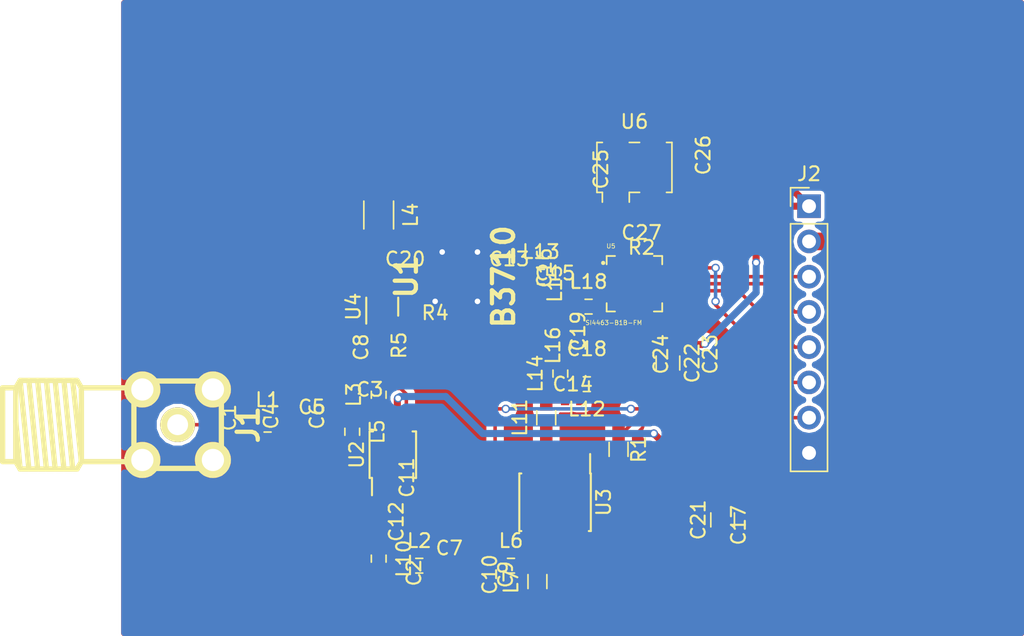
<source format=kicad_pcb>
(kicad_pcb (version 4) (host pcbnew 4.0.7)

  (general
    (links 110)
    (no_connects 1)
    (area 24.446559 29.083 98.298001 74.930001)
    (thickness 1.6)
    (drawings 0)
    (tracks 269)
    (zones 0)
    (modules 54)
    (nets 54)
  )

  (page A4)
  (layers
    (0 F.Cu signal)
    (31 B.Cu signal hide)
    (32 B.Adhes user)
    (33 F.Adhes user)
    (34 B.Paste user)
    (35 F.Paste user)
    (36 B.SilkS user)
    (37 F.SilkS user)
    (38 B.Mask user)
    (39 F.Mask user)
    (40 Dwgs.User user)
    (41 Cmts.User user)
    (42 Eco1.User user)
    (43 Eco2.User user)
    (44 Edge.Cuts user)
    (45 Margin user)
    (46 B.CrtYd user)
    (47 F.CrtYd user)
    (48 B.Fab user)
    (49 F.Fab user)
  )

  (setup
    (last_trace_width 0.254)
    (trace_clearance 0)
    (zone_clearance 0.5)
    (zone_45_only yes)
    (trace_min 0.2)
    (segment_width 0.2)
    (edge_width 0.15)
    (via_size 0.6)
    (via_drill 0.4)
    (via_min_size 0.4)
    (via_min_drill 0.3)
    (uvia_size 0.3)
    (uvia_drill 0.1)
    (uvias_allowed no)
    (uvia_min_size 0.2)
    (uvia_min_drill 0.1)
    (pcb_text_width 0.3)
    (pcb_text_size 1.5 1.5)
    (mod_edge_width 0.15)
    (mod_text_size 1 1)
    (mod_text_width 0.15)
    (pad_size 1.524 1.524)
    (pad_drill 0.762)
    (pad_to_mask_clearance 0.2)
    (aux_axis_origin 0 0)
    (visible_elements 7FFCFFFF)
    (pcbplotparams
      (layerselection 0x00000_80000001)
      (usegerberextensions false)
      (excludeedgelayer true)
      (linewidth 0.020000)
      (plotframeref false)
      (viasonmask false)
      (mode 1)
      (useauxorigin false)
      (hpglpennumber 1)
      (hpglpenspeed 20)
      (hpglpendiameter 15)
      (hpglpenoverlay 2)
      (psnegative false)
      (psa4output false)
      (plotreference true)
      (plotvalue true)
      (plotinvisibletext false)
      (padsonsilk false)
      (subtractmaskfromsilk false)
      (outputformat 1)
      (mirror false)
      (drillshape 0)
      (scaleselection 1)
      (outputdirectory v5/))
  )

  (net 0 "")
  (net 1 "Net-(U3-Pad2)")
  (net 2 "Net-(U3-Pad4)")
  (net 3 "Net-(U3-Pad5)")
  (net 4 "Net-(C1-Pad1)")
  (net 5 GNDPWR)
  (net 6 "Net-(C2-Pad1)")
  (net 7 "Net-(C3-Pad1)")
  (net 8 "Net-(C4-Pad1)")
  (net 9 "Net-(C5-Pad2)")
  (net 10 "Net-(C7-Pad1)")
  (net 11 "Net-(C10-Pad1)")
  (net 12 "Net-(C8-Pad2)")
  (net 13 "Net-(C11-Pad1)")
  (net 14 "Net-(C12-Pad1)")
  (net 15 "Net-(C12-Pad2)")
  (net 16 "Net-(C13-Pad1)")
  (net 17 "Net-(C13-Pad2)")
  (net 18 "Net-(C14-Pad1)")
  (net 19 "Net-(C14-Pad2)")
  (net 20 "Net-(C15-Pad2)")
  (net 21 "Net-(C16-Pad1)")
  (net 22 "Net-(C19-Pad1)")
  (net 23 "Net-(C19-Pad2)")
  (net 24 "Net-(L6-Pad2)")
  (net 25 +5V)
  (net 26 "Net-(L11-Pad1)")
  (net 27 HPA_CTRL)
  (net 28 "Net-(R1-Pad2)")
  (net 29 +3V3)
  (net 30 "Net-(U5-Pad7)")
  (net 31 "Net-(U5-Pad9)")
  (net 32 "Net-(U5-Pad10)")
  (net 33 "Net-(U5-Pad11)")
  (net 34 SCK)
  (net 35 MISO)
  (net 36 MOSI)
  (net 37 SS)
  (net 38 "Net-(U5-Pad16)")
  (net 39 "Net-(U5-Pad19)")
  (net 40 "Net-(U5-Pad20)")
  (net 41 "Net-(C20-Pad1)")
  (net 42 "Net-(C20-Pad2)")
  (net 43 "Net-(R4-Pad1)")
  (net 44 "Net-(U4-Pad1)")
  (net 45 "Net-(U4-Pad3)")
  (net 46 "Net-(U4-Pad4)")
  (net 47 "Net-(U4-Pad8)")
  (net 48 "Net-(C18-Pad1)")
  (net 49 "Net-(U4-Pad5)")
  (net 50 "Net-(U5-Pad4)")
  (net 51 "Net-(C25-Pad2)")
  (net 52 "Net-(C26-Pad1)")
  (net 53 "Net-(C26-Pad2)")

  (net_class Default "Ceci est la Netclass par défaut"
    (clearance 0)
    (trace_width 0.254)
    (via_dia 0.6)
    (via_drill 0.4)
    (uvia_dia 0.3)
    (uvia_drill 0.1)
    (add_net "Net-(C1-Pad1)")
    (add_net "Net-(C10-Pad1)")
    (add_net "Net-(C11-Pad1)")
    (add_net "Net-(C12-Pad1)")
    (add_net "Net-(C12-Pad2)")
    (add_net "Net-(C13-Pad1)")
    (add_net "Net-(C13-Pad2)")
    (add_net "Net-(C14-Pad1)")
    (add_net "Net-(C14-Pad2)")
    (add_net "Net-(C15-Pad2)")
    (add_net "Net-(C16-Pad1)")
    (add_net "Net-(C18-Pad1)")
    (add_net "Net-(C19-Pad1)")
    (add_net "Net-(C19-Pad2)")
    (add_net "Net-(C2-Pad1)")
    (add_net "Net-(C20-Pad1)")
    (add_net "Net-(C20-Pad2)")
    (add_net "Net-(C25-Pad2)")
    (add_net "Net-(C26-Pad1)")
    (add_net "Net-(C26-Pad2)")
    (add_net "Net-(C3-Pad1)")
    (add_net "Net-(C4-Pad1)")
    (add_net "Net-(C5-Pad2)")
    (add_net "Net-(C7-Pad1)")
    (add_net "Net-(C8-Pad2)")
    (add_net "Net-(L11-Pad1)")
    (add_net "Net-(L6-Pad2)")
    (add_net "Net-(R1-Pad2)")
    (add_net "Net-(R4-Pad1)")
    (add_net "Net-(U3-Pad2)")
    (add_net "Net-(U3-Pad4)")
    (add_net "Net-(U3-Pad5)")
    (add_net "Net-(U4-Pad1)")
    (add_net "Net-(U4-Pad3)")
    (add_net "Net-(U4-Pad4)")
    (add_net "Net-(U4-Pad5)")
    (add_net "Net-(U4-Pad8)")
    (add_net "Net-(U5-Pad10)")
    (add_net "Net-(U5-Pad11)")
    (add_net "Net-(U5-Pad16)")
    (add_net "Net-(U5-Pad19)")
    (add_net "Net-(U5-Pad20)")
    (add_net "Net-(U5-Pad4)")
    (add_net "Net-(U5-Pad7)")
    (add_net "Net-(U5-Pad9)")
  )

  (net_class 3v3 ""
    (clearance 0.1)
    (trace_width 0.508)
    (via_dia 0.6)
    (via_drill 0.4)
    (uvia_dia 0.3)
    (uvia_drill 0.1)
    (add_net +3V3)
  )

  (net_class DC ""
    (clearance 0.1)
    (trace_width 0.508)
    (via_dia 0.6)
    (via_drill 0.4)
    (uvia_dia 0.3)
    (uvia_drill 0.1)
    (add_net +5V)
  )

  (net_class Logique ""
    (clearance 0.1)
    (trace_width 0.254)
    (via_dia 0.6)
    (via_drill 0.4)
    (uvia_dia 0.3)
    (uvia_drill 0.1)
    (add_net GNDPWR)
    (add_net HPA_CTRL)
    (add_net MISO)
    (add_net MOSI)
    (add_net SCK)
    (add_net SS)
  )

  (module Capacitors_SMD:C_0402_NoSilk (layer F.Cu) (tedit 58AA8408) (tstamp 5ADD09FD)
    (at 53.086 70.358 270)
    (descr "Capacitor SMD 0402, reflow soldering, AVX (see smccp.pdf)")
    (tags "capacitor 0402")
    (path /5ADD2154)
    (attr smd)
    (fp_text reference C2 (at 0 -1.27 270) (layer F.SilkS)
      (effects (font (size 1 1) (thickness 0.15)))
    )
    (fp_text value 9,1pF* (at 0 1.27 270) (layer F.Fab)
      (effects (font (size 1 1) (thickness 0.15)))
    )
    (fp_text user %R (at 0 -1.27 270) (layer F.Fab)
      (effects (font (size 1 1) (thickness 0.15)))
    )
    (fp_line (start -0.5 0.25) (end -0.5 -0.25) (layer F.Fab) (width 0.1))
    (fp_line (start 0.5 0.25) (end -0.5 0.25) (layer F.Fab) (width 0.1))
    (fp_line (start 0.5 -0.25) (end 0.5 0.25) (layer F.Fab) (width 0.1))
    (fp_line (start -0.5 -0.25) (end 0.5 -0.25) (layer F.Fab) (width 0.1))
    (fp_line (start -1 -0.4) (end 1 -0.4) (layer F.CrtYd) (width 0.05))
    (fp_line (start -1 -0.4) (end -1 0.4) (layer F.CrtYd) (width 0.05))
    (fp_line (start 1 0.4) (end 1 -0.4) (layer F.CrtYd) (width 0.05))
    (fp_line (start 1 0.4) (end -1 0.4) (layer F.CrtYd) (width 0.05))
    (pad 1 smd rect (at -0.55 0 270) (size 0.6 0.5) (layers F.Cu F.Paste F.Mask)
      (net 6 "Net-(C2-Pad1)"))
    (pad 2 smd rect (at 0.55 0 270) (size 0.6 0.5) (layers F.Cu F.Paste F.Mask)
      (net 5 GNDPWR))
    (model Capacitors_SMD.3dshapes/C_0402.wrl
      (at (xyz 0 0 0))
      (scale (xyz 1 1 1))
      (rotate (xyz 0 0 0))
    )
  )

  (module Nathan_SMT_Other:DCC6C (layer F.Cu) (tedit 0) (tstamp 5ADC7D0C)
    (at 57.404 49.022 270)
    (path /5ADC6EB0)
    (attr smd)
    (fp_text reference U1 (at 0 3.59918 270) (layer F.SilkS)
      (effects (font (thickness 0.3048)))
    )
    (fp_text value B3710 (at 0 -3.40106 270) (layer F.SilkS)
      (effects (font (thickness 0.3048)))
    )
    (pad 1 smd rect (at -1.19888 1.02616 270) (size 0.59944 2.04978) (layers F.Cu F.Paste F.Mask)
      (net 5 GNDPWR))
    (pad 2 smd rect (at 0 1.50114 270) (size 0.59944 1.09982) (layers F.Cu F.Paste F.Mask)
      (net 42 "Net-(C20-Pad2)"))
    (pad 3 smd rect (at 1.19888 1.50114 270) (size 0.59944 1.09982) (layers F.Cu F.Paste F.Mask)
      (net 5 GNDPWR))
    (pad 4 smd rect (at 1.19888 -1.50114 270) (size 0.59944 1.09982) (layers F.Cu F.Paste F.Mask)
      (net 5 GNDPWR))
    (pad 5 smd rect (at 0 -1.50114 270) (size 0.59944 1.09982) (layers F.Cu F.Paste F.Mask)
      (net 16 "Net-(C13-Pad1)"))
    (pad 6 smd rect (at -1.19888 -1.50114 270) (size 0.59944 1.09982) (layers F.Cu F.Paste F.Mask)
      (net 5 GNDPWR))
  )

  (module rf_station:MSOP-8_3x3mm_Pitch0.65mm (layer F.Cu) (tedit 5ADCCFB2) (tstamp 5ADC7D18)
    (at 52.832 61.849 90)
    (descr "8-Lead Plastic Micro Small Outline Package (MS) [MSOP] (see Microchip Packaging Specification 00000049BS.pdf)")
    (tags "SSOP 0.65")
    (path /5ADC7287)
    (attr smd)
    (fp_text reference U2 (at 0 -2.6 90) (layer F.SilkS)
      (effects (font (size 1 1) (thickness 0.15)))
    )
    (fp_text value HMC54MS8G (at 0 2.6 90) (layer F.Fab)
      (effects (font (size 1 1) (thickness 0.15)))
    )
    (fp_line (start -0.5 -1.5) (end 1.5 -1.5) (layer F.Fab) (width 0.15))
    (fp_line (start 1.5 -1.5) (end 1.5 1.5) (layer F.Fab) (width 0.15))
    (fp_line (start 1.5 1.5) (end -1.5 1.5) (layer F.Fab) (width 0.15))
    (fp_line (start -1.5 1.5) (end -1.5 -0.5) (layer F.Fab) (width 0.15))
    (fp_line (start -1.5 -0.5) (end -0.5 -1.5) (layer F.Fab) (width 0.15))
    (fp_line (start -3.2 -1.85) (end -3.2 1.85) (layer F.CrtYd) (width 0.05))
    (fp_line (start 3.2 -1.85) (end 3.2 1.85) (layer F.CrtYd) (width 0.05))
    (fp_line (start -3.2 -1.85) (end 3.2 -1.85) (layer F.CrtYd) (width 0.05))
    (fp_line (start -3.2 1.85) (end 3.2 1.85) (layer F.CrtYd) (width 0.05))
    (fp_line (start -1.675 -1.675) (end -1.675 -1.5) (layer F.SilkS) (width 0.15))
    (fp_line (start 1.675 -1.675) (end 1.675 -1.425) (layer F.SilkS) (width 0.15))
    (fp_line (start 1.675 1.675) (end 1.675 1.425) (layer F.SilkS) (width 0.15))
    (fp_line (start -1.675 1.675) (end -1.675 1.425) (layer F.SilkS) (width 0.15))
    (fp_line (start -1.675 -1.675) (end 1.675 -1.675) (layer F.SilkS) (width 0.15))
    (fp_line (start -1.675 1.675) (end 1.675 1.675) (layer F.SilkS) (width 0.15))
    (fp_line (start -1.675 -1.5) (end -2.925 -1.5) (layer F.SilkS) (width 0.15))
    (fp_text user %R (at 0 0 90) (layer F.Fab)
      (effects (font (size 0.6 0.6) (thickness 0.15)))
    )
    (pad 1 smd rect (at -2.2 -0.975 90) (size 1.45 0.45) (layers F.Cu F.Paste F.Mask)
      (net 14 "Net-(C12-Pad1)"))
    (pad 2 smd rect (at -2.2 -0.325 90) (size 1.45 0.45) (layers F.Cu F.Paste F.Mask)
      (net 5 GNDPWR))
    (pad 3 smd rect (at -2.2 0.325 90) (size 1.45 0.45) (layers F.Cu F.Paste F.Mask)
      (net 27 HPA_CTRL))
    (pad 4 smd rect (at -2.2 0.975 90) (size 1.45 0.45) (layers F.Cu F.Paste F.Mask)
      (net 13 "Net-(C11-Pad1)"))
    (pad 5 smd rect (at 2.2 0.975 90) (size 1.45 0.45) (layers F.Cu F.Paste F.Mask)
      (net 7 "Net-(C3-Pad1)"))
    (pad 6 smd rect (at 2.2 0.325 90) (size 1.45 0.45) (layers F.Cu F.Paste F.Mask)
      (net 25 +5V))
    (pad 7 smd rect (at 2.2 -0.325 90) (size 1.45 0.45) (layers F.Cu F.Paste F.Mask)
      (net 5 GNDPWR))
    (pad 8 smd rect (at 2.2 -0.975 90) (size 1.45 0.45) (layers F.Cu F.Paste F.Mask)
      (net 9 "Net-(C5-Pad2)"))
    (pad ~ smd rect (at 0 0 90) (size 1.78 2.41) (layers F.Cu F.Paste F.Mask)
      (net 5 GNDPWR))
    (model ${KISYS3DMOD}/Housings_SSOP.3dshapes/MSOP-8_3x3mm_Pitch0.65mm.wrl
      (at (xyz 0 0 0))
      (scale (xyz 1 1 1))
      (rotate (xyz 0 0 0))
    )
  )

  (module _connectors:SMA-CONN (layer F.Cu) (tedit 5473AEBA) (tstamp 5ADCEBDB)
    (at 37.338 59.69 90)
    (tags "SMA Connector")
    (path /5ADC96CE)
    (fp_text reference J1 (at 0 5.08 90) (layer F.SilkS)
      (effects (font (thickness 0.3048)))
    )
    (fp_text value SMA (at 1.27 7.62 90) (layer F.SilkS) hide
      (effects (font (thickness 0.3048)))
    )
    (fp_line (start 2.65938 -11.65606) (end 2.65938 -12.60094) (layer F.SilkS) (width 0.381))
    (fp_line (start -2.65938 -11.65606) (end -2.65938 -12.60094) (layer F.SilkS) (width 0.381))
    (fp_line (start -2.65938 -3.1496) (end -2.65938 -6.92912) (layer F.SilkS) (width 0.381))
    (fp_line (start 2.65938 -3.1496) (end 2.65938 -6.92912) (layer F.SilkS) (width 0.381))
    (fp_line (start -3.19278 -11.3411) (end 0.2667 -11.65606) (layer F.SilkS) (width 0.381))
    (fp_line (start 3.19278 -7.55904) (end -2.65938 -6.92912) (layer F.SilkS) (width 0.381))
    (fp_line (start -3.19278 -7.55904) (end 3.19278 -8.18896) (layer F.SilkS) (width 0.381))
    (fp_line (start -3.19278 -8.18896) (end 3.19278 -8.81888) (layer F.SilkS) (width 0.381))
    (fp_line (start -3.19278 -8.81888) (end 3.19278 -9.4488) (layer F.SilkS) (width 0.381))
    (fp_line (start -3.19278 -9.4488) (end 3.19278 -10.08126) (layer F.SilkS) (width 0.381))
    (fp_line (start -3.19278 -10.08126) (end 3.19278 -10.71118) (layer F.SilkS) (width 0.381))
    (fp_line (start -3.19278 -10.71118) (end 3.19278 -11.3411) (layer F.SilkS) (width 0.381))
    (fp_line (start -3.19278 -11.3411) (end -2.65938 -11.65606) (layer F.SilkS) (width 0.381))
    (fp_line (start -2.65938 -11.65606) (end 2.65938 -11.65606) (layer F.SilkS) (width 0.381))
    (fp_line (start 2.65938 -11.65606) (end 3.19278 -11.3411) (layer F.SilkS) (width 0.381))
    (fp_line (start 3.19278 -11.3411) (end 3.19278 -7.24408) (layer F.SilkS) (width 0.381))
    (fp_line (start 3.19278 -7.24408) (end 2.65938 -6.92912) (layer F.SilkS) (width 0.381))
    (fp_line (start 2.65938 -6.92912) (end -2.65938 -6.92912) (layer F.SilkS) (width 0.381))
    (fp_line (start -2.65938 -6.92912) (end -3.19278 -7.24408) (layer F.SilkS) (width 0.381))
    (fp_line (start -3.19278 -7.24408) (end -3.19278 -11.3411) (layer F.SilkS) (width 0.381))
    (fp_line (start 2.65938 -12.60094) (end -2.65938 -12.60094) (layer F.SilkS) (width 0.381))
    (fp_line (start -3.1496 -3.1496) (end 3.1496 -3.1496) (layer F.SilkS) (width 0.381))
    (fp_line (start 3.1496 -3.1496) (end 3.1496 3.1496) (layer F.SilkS) (width 0.381))
    (fp_line (start 3.1496 3.1496) (end -3.1496 3.1496) (layer F.SilkS) (width 0.381))
    (fp_line (start -3.1496 3.1496) (end -3.1496 -3.1496) (layer F.SilkS) (width 0.381))
    (pad 1 thru_hole circle (at 0 0 90) (size 2.5 2.5) (drill 1.5) (layers *.Cu *.Mask F.SilkS)
      (net 4 "Net-(C1-Pad1)"))
    (pad 3 thru_hole circle (at 2.54 -2.54 90) (size 2.6 2.6) (drill 1.6) (layers *.Cu *.Mask F.SilkS)
      (net 5 GNDPWR))
    (pad 2 thru_hole circle (at -2.54 -2.54 90) (size 2.6 2.6) (drill 1.6) (layers *.Cu *.Mask F.SilkS)
      (net 5 GNDPWR))
    (pad 5 thru_hole circle (at -2.54 2.54 90) (size 2.6 2.6) (drill 1.6) (layers *.Cu *.Mask F.SilkS)
      (net 5 GNDPWR))
    (pad 4 thru_hole circle (at 2.54 2.54 90) (size 2.6 2.6) (drill 1.6) (layers *.Cu *.Mask F.SilkS)
      (net 5 GNDPWR))
    (model connectors/sma.wrl
      (at (xyz 0 0 0))
      (scale (xyz 0.39 0.39 0.39))
      (rotate (xyz -90 0 -90))
    )
  )

  (module SI4463-B1B-FM:QFN50P400X400X90-20N (layer F.Cu) (tedit 0) (tstamp 5ADCEC66)
    (at 70.231 49.53)
    (path /5ADCCC4F)
    (attr smd)
    (fp_text reference U5 (at -1.69331 -2.71299) (layer F.SilkS)
      (effects (font (size 0.321158 0.321158) (thickness 0.05)))
    )
    (fp_text value SI4463-B1B-FM (at -1.49129 2.81053) (layer F.SilkS)
      (effects (font (size 0.321572 0.321572) (thickness 0.05)))
    )
    (fp_line (start -2 -2) (end -2 2) (layer Dwgs.User) (width 0.127))
    (fp_line (start -2 2) (end 2 2) (layer Dwgs.User) (width 0.127))
    (fp_line (start 2 2) (end 2 -2) (layer Dwgs.User) (width 0.127))
    (fp_line (start 2 -2) (end -2 -2) (layer Dwgs.User) (width 0.127))
    (fp_line (start -2 -1.4) (end -2 -2) (layer F.SilkS) (width 0.127))
    (fp_line (start -2 -2) (end -1.4 -2) (layer F.SilkS) (width 0.127))
    (fp_line (start 1.4 -2) (end 2 -2) (layer F.SilkS) (width 0.127))
    (fp_line (start 2 -2) (end 2 -1.4) (layer F.SilkS) (width 0.127))
    (fp_line (start 1.4 2) (end 2 2) (layer F.SilkS) (width 0.127))
    (fp_line (start 2 2) (end 2 1.4) (layer F.SilkS) (width 0.127))
    (fp_line (start -2 1.4) (end -2 2) (layer F.SilkS) (width 0.127))
    (fp_line (start -2 2) (end -1.4 2) (layer F.SilkS) (width 0.127))
    (fp_line (start -2.5 -2.5) (end -2.5 2.5) (layer Dwgs.User) (width 0.05))
    (fp_line (start -2.5 2.5) (end 2.5 2.5) (layer Dwgs.User) (width 0.05))
    (fp_line (start 2.5 2.5) (end 2.5 -2.5) (layer Dwgs.User) (width 0.05))
    (fp_line (start 2.5 -2.5) (end -2.5 -2.5) (layer Dwgs.User) (width 0.05))
    (fp_circle (center -2.25 -1.5) (end -2.1 -1.5) (layer F.SilkS) (width 0))
    (fp_poly (pts (xy 0.125556 -1.045) (xy 1.045 -1.045) (xy 1.045 -0.125556) (xy 0.125556 -0.125556)) (layer F.Paste) (width 0.381))
    (fp_poly (pts (xy -1.04585 -0.12415) (xy -1.04585 -1.04608) (xy -0.12608 -1.04608) (xy -0.12608 -0.12415)) (layer F.Paste) (width 0.381))
    (fp_poly (pts (xy 1.04654 0.126539) (xy 1.04654 1.04621) (xy 0.12379 1.04621) (xy 0.12379 0.126539)) (layer F.Paste) (width 0.381))
    (fp_poly (pts (xy -0.125 1.04924) (xy -1.04924 1.04924) (xy -1.04924 0.125) (xy -0.125 0.125)) (layer F.Paste) (width 0.381))
    (pad 1 smd rect (at -1.935 -1 90) (size 0.26 0.84) (layers F.Cu F.Paste F.Mask)
      (net 5 GNDPWR))
    (pad 2 smd rect (at -1.935 -0.5 90) (size 0.26 0.84) (layers F.Cu F.Paste F.Mask)
      (net 21 "Net-(C16-Pad1)"))
    (pad 3 smd rect (at -1.935 0 90) (size 0.26 0.84) (layers F.Cu F.Paste F.Mask)
      (net 20 "Net-(C15-Pad2)"))
    (pad 4 smd rect (at -1.935 0.5 90) (size 0.26 0.84) (layers F.Cu F.Paste F.Mask)
      (net 50 "Net-(U5-Pad4)"))
    (pad 5 smd rect (at -1.935 1 90) (size 0.26 0.84) (layers F.Cu F.Paste F.Mask))
    (pad 6 smd rect (at -1 1.935 180) (size 0.26 0.84) (layers F.Cu F.Paste F.Mask)
      (net 29 +3V3))
    (pad 7 smd rect (at -0.5 1.935 180) (size 0.26 0.84) (layers F.Cu F.Paste F.Mask)
      (net 30 "Net-(U5-Pad7)"))
    (pad 8 smd rect (at 0 1.935 180) (size 0.26 0.84) (layers F.Cu F.Paste F.Mask)
      (net 29 +3V3))
    (pad 9 smd rect (at 0.5 1.935 180) (size 0.26 0.84) (layers F.Cu F.Paste F.Mask)
      (net 31 "Net-(U5-Pad9)"))
    (pad 10 smd rect (at 1 1.935 180) (size 0.26 0.84) (layers F.Cu F.Paste F.Mask)
      (net 32 "Net-(U5-Pad10)"))
    (pad 11 smd rect (at 1.935 1 270) (size 0.26 0.84) (layers F.Cu F.Paste F.Mask)
      (net 33 "Net-(U5-Pad11)"))
    (pad 12 smd rect (at 1.935 0.5 270) (size 0.26 0.84) (layers F.Cu F.Paste F.Mask)
      (net 34 SCK))
    (pad 13 smd rect (at 1.935 0 270) (size 0.26 0.84) (layers F.Cu F.Paste F.Mask)
      (net 35 MISO))
    (pad 14 smd rect (at 1.935 -0.5 270) (size 0.26 0.84) (layers F.Cu F.Paste F.Mask)
      (net 36 MOSI))
    (pad 15 smd rect (at 1.935 -1 270) (size 0.26 0.84) (layers F.Cu F.Paste F.Mask)
      (net 37 SS))
    (pad 16 smd rect (at 1 -1.935) (size 0.26 0.84) (layers F.Cu F.Paste F.Mask)
      (net 38 "Net-(U5-Pad16)"))
    (pad 17 smd rect (at 0.5 -1.935) (size 0.26 0.84) (layers F.Cu F.Paste F.Mask)
      (net 53 "Net-(C26-Pad2)"))
    (pad 18 smd rect (at 0 -1.935) (size 0.26 0.84) (layers F.Cu F.Paste F.Mask)
      (net 51 "Net-(C25-Pad2)"))
    (pad 19 smd rect (at -0.5 -1.935) (size 0.26 0.84) (layers F.Cu F.Paste F.Mask)
      (net 39 "Net-(U5-Pad19)"))
    (pad 20 smd rect (at -1 -1.935) (size 0.26 0.84) (layers F.Cu F.Paste F.Mask)
      (net 40 "Net-(U5-Pad20)"))
    (pad 21 smd rect (at 0 0) (size 2.6 2.6) (layers F.Cu F.Paste F.Mask)
      (net 5 GNDPWR))
  )

  (module Pin_Headers:Pin_Header_Straight_1x08_Pitch2.54mm (layer F.Cu) (tedit 59650532) (tstamp 5ADD0495)
    (at 82.804 43.942)
    (descr "Through hole straight pin header, 1x08, 2.54mm pitch, single row")
    (tags "Through hole pin header THT 1x08 2.54mm single row")
    (path /5ADE4779)
    (fp_text reference J2 (at 0 -2.33) (layer F.SilkS)
      (effects (font (size 1 1) (thickness 0.15)))
    )
    (fp_text value Conn_01x08 (at 0 20.11) (layer F.Fab)
      (effects (font (size 1 1) (thickness 0.15)))
    )
    (fp_line (start -0.635 -1.27) (end 1.27 -1.27) (layer F.Fab) (width 0.1))
    (fp_line (start 1.27 -1.27) (end 1.27 19.05) (layer F.Fab) (width 0.1))
    (fp_line (start 1.27 19.05) (end -1.27 19.05) (layer F.Fab) (width 0.1))
    (fp_line (start -1.27 19.05) (end -1.27 -0.635) (layer F.Fab) (width 0.1))
    (fp_line (start -1.27 -0.635) (end -0.635 -1.27) (layer F.Fab) (width 0.1))
    (fp_line (start -1.33 19.11) (end 1.33 19.11) (layer F.SilkS) (width 0.12))
    (fp_line (start -1.33 1.27) (end -1.33 19.11) (layer F.SilkS) (width 0.12))
    (fp_line (start 1.33 1.27) (end 1.33 19.11) (layer F.SilkS) (width 0.12))
    (fp_line (start -1.33 1.27) (end 1.33 1.27) (layer F.SilkS) (width 0.12))
    (fp_line (start -1.33 0) (end -1.33 -1.33) (layer F.SilkS) (width 0.12))
    (fp_line (start -1.33 -1.33) (end 0 -1.33) (layer F.SilkS) (width 0.12))
    (fp_line (start -1.8 -1.8) (end -1.8 19.55) (layer F.CrtYd) (width 0.05))
    (fp_line (start -1.8 19.55) (end 1.8 19.55) (layer F.CrtYd) (width 0.05))
    (fp_line (start 1.8 19.55) (end 1.8 -1.8) (layer F.CrtYd) (width 0.05))
    (fp_line (start 1.8 -1.8) (end -1.8 -1.8) (layer F.CrtYd) (width 0.05))
    (fp_text user %R (at 0 8.89 90) (layer F.Fab)
      (effects (font (size 1 1) (thickness 0.15)))
    )
    (pad 1 thru_hole rect (at 0 0) (size 1.7 1.7) (drill 1) (layers *.Cu *.Mask)
      (net 29 +3V3))
    (pad 2 thru_hole oval (at 0 2.54) (size 1.7 1.7) (drill 1) (layers *.Cu *.Mask)
      (net 25 +5V))
    (pad 3 thru_hole oval (at 0 5.08) (size 1.7 1.7) (drill 1) (layers *.Cu *.Mask)
      (net 36 MOSI))
    (pad 4 thru_hole oval (at 0 7.62) (size 1.7 1.7) (drill 1) (layers *.Cu *.Mask)
      (net 35 MISO))
    (pad 5 thru_hole oval (at 0 10.16) (size 1.7 1.7) (drill 1) (layers *.Cu *.Mask)
      (net 34 SCK))
    (pad 6 thru_hole oval (at 0 12.7) (size 1.7 1.7) (drill 1) (layers *.Cu *.Mask)
      (net 37 SS))
    (pad 7 thru_hole oval (at 0 15.24) (size 1.7 1.7) (drill 1) (layers *.Cu *.Mask)
      (net 27 HPA_CTRL))
    (pad 8 thru_hole oval (at 0 17.78) (size 1.7 1.7) (drill 1) (layers *.Cu *.Mask)
      (net 5 GNDPWR))
    (model ${KISYS3DMOD}/Pin_Headers.3dshapes/Pin_Header_Straight_1x08_Pitch2.54mm.wrl
      (at (xyz 0 0 0))
      (scale (xyz 1 1 1))
      (rotate (xyz 0 0 0))
    )
  )

  (module Capacitors_SMD:C_0402_NoSilk (layer F.Cu) (tedit 58AA8408) (tstamp 5ADD09F8)
    (at 42.291 59.182 90)
    (descr "Capacitor SMD 0402, reflow soldering, AVX (see smccp.pdf)")
    (tags "capacitor 0402")
    (path /5ADCF332)
    (attr smd)
    (fp_text reference C1 (at 0 -1.27 90) (layer F.SilkS)
      (effects (font (size 1 1) (thickness 0.15)))
    )
    (fp_text value 9,1pF* (at 0 1.27 90) (layer F.Fab)
      (effects (font (size 1 1) (thickness 0.15)))
    )
    (fp_text user %R (at 0 -1.27 90) (layer F.Fab)
      (effects (font (size 1 1) (thickness 0.15)))
    )
    (fp_line (start -0.5 0.25) (end -0.5 -0.25) (layer F.Fab) (width 0.1))
    (fp_line (start 0.5 0.25) (end -0.5 0.25) (layer F.Fab) (width 0.1))
    (fp_line (start 0.5 -0.25) (end 0.5 0.25) (layer F.Fab) (width 0.1))
    (fp_line (start -0.5 -0.25) (end 0.5 -0.25) (layer F.Fab) (width 0.1))
    (fp_line (start -1 -0.4) (end 1 -0.4) (layer F.CrtYd) (width 0.05))
    (fp_line (start -1 -0.4) (end -1 0.4) (layer F.CrtYd) (width 0.05))
    (fp_line (start 1 0.4) (end 1 -0.4) (layer F.CrtYd) (width 0.05))
    (fp_line (start 1 0.4) (end -1 0.4) (layer F.CrtYd) (width 0.05))
    (pad 1 smd rect (at -0.55 0 90) (size 0.6 0.5) (layers F.Cu F.Paste F.Mask)
      (net 4 "Net-(C1-Pad1)"))
    (pad 2 smd rect (at 0.55 0 90) (size 0.6 0.5) (layers F.Cu F.Paste F.Mask)
      (net 5 GNDPWR))
    (model Capacitors_SMD.3dshapes/C_0402.wrl
      (at (xyz 0 0 0))
      (scale (xyz 1 1 1))
      (rotate (xyz 0 0 0))
    )
  )

  (module Capacitors_SMD:C_0402_NoSilk (layer F.Cu) (tedit 5ADD094F) (tstamp 5ADD0A07)
    (at 45.339 59.055 90)
    (descr "Capacitor SMD 0402, reflow soldering, AVX (see smccp.pdf)")
    (tags "capacitor 0402")
    (path /5ADCF446)
    (attr smd)
    (fp_text reference C4 (at 0 -1.27 90) (layer F.SilkS)
      (effects (font (size 1 1) (thickness 0.15)))
    )
    (fp_text value 9,1pF* (at 0 1.27 90) (layer F.Fab)
      (effects (font (size 1 1) (thickness 0.15)))
    )
    (fp_text user %R (at 0 -1.27 90) (layer F.Fab)
      (effects (font (size 1 1) (thickness 0.15)))
    )
    (fp_line (start -0.5 0.25) (end -0.5 -0.25) (layer F.Fab) (width 0.1))
    (fp_line (start 0.5 0.25) (end -0.5 0.25) (layer F.Fab) (width 0.1))
    (fp_line (start 0.5 -0.25) (end 0.5 0.25) (layer F.Fab) (width 0.1))
    (fp_line (start -0.5 -0.25) (end 0.5 -0.25) (layer F.Fab) (width 0.1))
    (fp_line (start -1 -0.4) (end 1 -0.4) (layer F.CrtYd) (width 0.05))
    (fp_line (start -1 -0.4) (end -1 0.4) (layer F.CrtYd) (width 0.05))
    (fp_line (start 1 0.4) (end 1 -0.4) (layer F.CrtYd) (width 0.05))
    (fp_line (start 1 0.4) (end -1 0.4) (layer F.CrtYd) (width 0.05))
    (pad 1 smd rect (at -0.55 0 90) (size 0.6 0.5) (layers F.Cu F.Paste F.Mask)
      (net 8 "Net-(C4-Pad1)"))
    (pad 2 smd rect (at 0.55 0 90) (size 0.6 0.5) (layers F.Cu F.Paste F.Mask)
      (net 5 GNDPWR))
    (model Capacitors_SMD.3dshapes/C_0402.wrl
      (at (xyz 0 0 0))
      (scale (xyz 1 1 1))
      (rotate (xyz 0 0 0))
    )
  )

  (module Capacitors_SMD:C_0402_NoSilk (layer F.Cu) (tedit 58AA8408) (tstamp 5ADD0A0C)
    (at 46.99 59.69)
    (descr "Capacitor SMD 0402, reflow soldering, AVX (see smccp.pdf)")
    (tags "capacitor 0402")
    (path /5ADCF6B1)
    (attr smd)
    (fp_text reference C5 (at 0 -1.27) (layer F.SilkS)
      (effects (font (size 1 1) (thickness 0.15)))
    )
    (fp_text value 1000pF* (at 0 1.27) (layer F.Fab)
      (effects (font (size 1 1) (thickness 0.15)))
    )
    (fp_text user %R (at 0 -1.27) (layer F.Fab)
      (effects (font (size 1 1) (thickness 0.15)))
    )
    (fp_line (start -0.5 0.25) (end -0.5 -0.25) (layer F.Fab) (width 0.1))
    (fp_line (start 0.5 0.25) (end -0.5 0.25) (layer F.Fab) (width 0.1))
    (fp_line (start 0.5 -0.25) (end 0.5 0.25) (layer F.Fab) (width 0.1))
    (fp_line (start -0.5 -0.25) (end 0.5 -0.25) (layer F.Fab) (width 0.1))
    (fp_line (start -1 -0.4) (end 1 -0.4) (layer F.CrtYd) (width 0.05))
    (fp_line (start -1 -0.4) (end -1 0.4) (layer F.CrtYd) (width 0.05))
    (fp_line (start 1 0.4) (end 1 -0.4) (layer F.CrtYd) (width 0.05))
    (fp_line (start 1 0.4) (end -1 0.4) (layer F.CrtYd) (width 0.05))
    (pad 1 smd rect (at -0.55 0) (size 0.6 0.5) (layers F.Cu F.Paste F.Mask)
      (net 8 "Net-(C4-Pad1)"))
    (pad 2 smd rect (at 0.55 0) (size 0.6 0.5) (layers F.Cu F.Paste F.Mask)
      (net 9 "Net-(C5-Pad2)"))
    (model Capacitors_SMD.3dshapes/C_0402.wrl
      (at (xyz 0 0 0))
      (scale (xyz 1 1 1))
      (rotate (xyz 0 0 0))
    )
  )

  (module Capacitors_SMD:C_0402_NoSilk (layer F.Cu) (tedit 58AA8408) (tstamp 5ADD0A11)
    (at 48.641 59.055 90)
    (descr "Capacitor SMD 0402, reflow soldering, AVX (see smccp.pdf)")
    (tags "capacitor 0402")
    (path /5ADCFA44)
    (attr smd)
    (fp_text reference C6 (at 0 -1.27 90) (layer F.SilkS)
      (effects (font (size 1 1) (thickness 0.15)))
    )
    (fp_text value 7pF* (at 0 1.27 90) (layer F.Fab)
      (effects (font (size 1 1) (thickness 0.15)))
    )
    (fp_text user %R (at 0 -1.27 90) (layer F.Fab)
      (effects (font (size 1 1) (thickness 0.15)))
    )
    (fp_line (start -0.5 0.25) (end -0.5 -0.25) (layer F.Fab) (width 0.1))
    (fp_line (start 0.5 0.25) (end -0.5 0.25) (layer F.Fab) (width 0.1))
    (fp_line (start 0.5 -0.25) (end 0.5 0.25) (layer F.Fab) (width 0.1))
    (fp_line (start -0.5 -0.25) (end 0.5 -0.25) (layer F.Fab) (width 0.1))
    (fp_line (start -1 -0.4) (end 1 -0.4) (layer F.CrtYd) (width 0.05))
    (fp_line (start -1 -0.4) (end -1 0.4) (layer F.CrtYd) (width 0.05))
    (fp_line (start 1 0.4) (end 1 -0.4) (layer F.CrtYd) (width 0.05))
    (fp_line (start 1 0.4) (end -1 0.4) (layer F.CrtYd) (width 0.05))
    (pad 1 smd rect (at -0.55 0 90) (size 0.6 0.5) (layers F.Cu F.Paste F.Mask)
      (net 9 "Net-(C5-Pad2)"))
    (pad 2 smd rect (at 0.55 0 90) (size 0.6 0.5) (layers F.Cu F.Paste F.Mask)
      (net 5 GNDPWR))
    (model Capacitors_SMD.3dshapes/C_0402.wrl
      (at (xyz 0 0 0))
      (scale (xyz 1 1 1))
      (rotate (xyz 0 0 0))
    )
  )

  (module Capacitors_SMD:C_0402_NoSilk (layer F.Cu) (tedit 58AA8408) (tstamp 5ADD0A16)
    (at 56.896 69.85)
    (descr "Capacitor SMD 0402, reflow soldering, AVX (see smccp.pdf)")
    (tags "capacitor 0402")
    (path /5ADD20EF)
    (attr smd)
    (fp_text reference C7 (at 0 -1.27) (layer F.SilkS)
      (effects (font (size 1 1) (thickness 0.15)))
    )
    (fp_text value 220pF (at 0 1.27) (layer F.Fab)
      (effects (font (size 1 1) (thickness 0.15)))
    )
    (fp_text user %R (at 0 -1.27) (layer F.Fab)
      (effects (font (size 1 1) (thickness 0.15)))
    )
    (fp_line (start -0.5 0.25) (end -0.5 -0.25) (layer F.Fab) (width 0.1))
    (fp_line (start 0.5 0.25) (end -0.5 0.25) (layer F.Fab) (width 0.1))
    (fp_line (start 0.5 -0.25) (end 0.5 0.25) (layer F.Fab) (width 0.1))
    (fp_line (start -0.5 -0.25) (end 0.5 -0.25) (layer F.Fab) (width 0.1))
    (fp_line (start -1 -0.4) (end 1 -0.4) (layer F.CrtYd) (width 0.05))
    (fp_line (start -1 -0.4) (end -1 0.4) (layer F.CrtYd) (width 0.05))
    (fp_line (start 1 0.4) (end 1 -0.4) (layer F.CrtYd) (width 0.05))
    (fp_line (start 1 0.4) (end -1 0.4) (layer F.CrtYd) (width 0.05))
    (pad 1 smd rect (at -0.55 0) (size 0.6 0.5) (layers F.Cu F.Paste F.Mask)
      (net 10 "Net-(C7-Pad1)"))
    (pad 2 smd rect (at 0.55 0) (size 0.6 0.5) (layers F.Cu F.Paste F.Mask)
      (net 11 "Net-(C10-Pad1)"))
    (model Capacitors_SMD.3dshapes/C_0402.wrl
      (at (xyz 0 0 0))
      (scale (xyz 1 1 1))
      (rotate (xyz 0 0 0))
    )
  )

  (module Capacitors_SMD:C_0402_NoSilk (layer F.Cu) (tedit 58AA8408) (tstamp 5ADD0A20)
    (at 59.69 70.485 270)
    (descr "Capacitor SMD 0402, reflow soldering, AVX (see smccp.pdf)")
    (tags "capacitor 0402")
    (path /5ADD21BB)
    (attr smd)
    (fp_text reference C9 (at 0 -1.27 270) (layer F.SilkS)
      (effects (font (size 1 1) (thickness 0.15)))
    )
    (fp_text value 12pF* (at 0 1.27 270) (layer F.Fab)
      (effects (font (size 1 1) (thickness 0.15)))
    )
    (fp_text user %R (at 0 -1.27 270) (layer F.Fab)
      (effects (font (size 1 1) (thickness 0.15)))
    )
    (fp_line (start -0.5 0.25) (end -0.5 -0.25) (layer F.Fab) (width 0.1))
    (fp_line (start 0.5 0.25) (end -0.5 0.25) (layer F.Fab) (width 0.1))
    (fp_line (start 0.5 -0.25) (end 0.5 0.25) (layer F.Fab) (width 0.1))
    (fp_line (start -0.5 -0.25) (end 0.5 -0.25) (layer F.Fab) (width 0.1))
    (fp_line (start -1 -0.4) (end 1 -0.4) (layer F.CrtYd) (width 0.05))
    (fp_line (start -1 -0.4) (end -1 0.4) (layer F.CrtYd) (width 0.05))
    (fp_line (start 1 0.4) (end 1 -0.4) (layer F.CrtYd) (width 0.05))
    (fp_line (start 1 0.4) (end -1 0.4) (layer F.CrtYd) (width 0.05))
    (pad 1 smd rect (at -0.55 0 270) (size 0.6 0.5) (layers F.Cu F.Paste F.Mask)
      (net 11 "Net-(C10-Pad1)"))
    (pad 2 smd rect (at 0.55 0 270) (size 0.6 0.5) (layers F.Cu F.Paste F.Mask)
      (net 5 GNDPWR))
    (model Capacitors_SMD.3dshapes/C_0402.wrl
      (at (xyz 0 0 0))
      (scale (xyz 1 1 1))
      (rotate (xyz 0 0 0))
    )
  )

  (module Capacitors_SMD:C_0402_NoSilk (layer F.Cu) (tedit 58AA8408) (tstamp 5ADD0A25)
    (at 58.547 70.485 270)
    (descr "Capacitor SMD 0402, reflow soldering, AVX (see smccp.pdf)")
    (tags "capacitor 0402")
    (path /5ADD2214)
    (attr smd)
    (fp_text reference C10 (at 0 -1.27 270) (layer F.SilkS)
      (effects (font (size 1 1) (thickness 0.15)))
    )
    (fp_text value 12pF* (at 0 1.27 270) (layer F.Fab)
      (effects (font (size 1 1) (thickness 0.15)))
    )
    (fp_text user %R (at 0 -1.27 270) (layer F.Fab)
      (effects (font (size 1 1) (thickness 0.15)))
    )
    (fp_line (start -0.5 0.25) (end -0.5 -0.25) (layer F.Fab) (width 0.1))
    (fp_line (start 0.5 0.25) (end -0.5 0.25) (layer F.Fab) (width 0.1))
    (fp_line (start 0.5 -0.25) (end 0.5 0.25) (layer F.Fab) (width 0.1))
    (fp_line (start -0.5 -0.25) (end 0.5 -0.25) (layer F.Fab) (width 0.1))
    (fp_line (start -1 -0.4) (end 1 -0.4) (layer F.CrtYd) (width 0.05))
    (fp_line (start -1 -0.4) (end -1 0.4) (layer F.CrtYd) (width 0.05))
    (fp_line (start 1 0.4) (end 1 -0.4) (layer F.CrtYd) (width 0.05))
    (fp_line (start 1 0.4) (end -1 0.4) (layer F.CrtYd) (width 0.05))
    (pad 1 smd rect (at -0.55 0 270) (size 0.6 0.5) (layers F.Cu F.Paste F.Mask)
      (net 11 "Net-(C10-Pad1)"))
    (pad 2 smd rect (at 0.55 0 270) (size 0.6 0.5) (layers F.Cu F.Paste F.Mask)
      (net 5 GNDPWR))
    (model Capacitors_SMD.3dshapes/C_0402.wrl
      (at (xyz 0 0 0))
      (scale (xyz 1 1 1))
      (rotate (xyz 0 0 0))
    )
  )

  (module Capacitors_SMD:C_0402_NoSilk (layer F.Cu) (tedit 58AA8408) (tstamp 5ADD0A2F)
    (at 51.816 66.675 270)
    (descr "Capacitor SMD 0402, reflow soldering, AVX (see smccp.pdf)")
    (tags "capacitor 0402")
    (path /5ADCFF71)
    (attr smd)
    (fp_text reference C12 (at 0 -1.27 270) (layer F.SilkS)
      (effects (font (size 1 1) (thickness 0.15)))
    )
    (fp_text value 1000pF* (at 0 1.27 270) (layer F.Fab)
      (effects (font (size 1 1) (thickness 0.15)))
    )
    (fp_text user %R (at 0 -1.27 270) (layer F.Fab)
      (effects (font (size 1 1) (thickness 0.15)))
    )
    (fp_line (start -0.5 0.25) (end -0.5 -0.25) (layer F.Fab) (width 0.1))
    (fp_line (start 0.5 0.25) (end -0.5 0.25) (layer F.Fab) (width 0.1))
    (fp_line (start 0.5 -0.25) (end 0.5 0.25) (layer F.Fab) (width 0.1))
    (fp_line (start -0.5 -0.25) (end 0.5 -0.25) (layer F.Fab) (width 0.1))
    (fp_line (start -1 -0.4) (end 1 -0.4) (layer F.CrtYd) (width 0.05))
    (fp_line (start -1 -0.4) (end -1 0.4) (layer F.CrtYd) (width 0.05))
    (fp_line (start 1 0.4) (end 1 -0.4) (layer F.CrtYd) (width 0.05))
    (fp_line (start 1 0.4) (end -1 0.4) (layer F.CrtYd) (width 0.05))
    (pad 1 smd rect (at -0.55 0 270) (size 0.6 0.5) (layers F.Cu F.Paste F.Mask)
      (net 14 "Net-(C12-Pad1)"))
    (pad 2 smd rect (at 0.55 0 270) (size 0.6 0.5) (layers F.Cu F.Paste F.Mask)
      (net 15 "Net-(C12-Pad2)"))
    (model Capacitors_SMD.3dshapes/C_0402.wrl
      (at (xyz 0 0 0))
      (scale (xyz 1 1 1))
      (rotate (xyz 0 0 0))
    )
  )

  (module Inductors_SMD:L_0402 (layer F.Cu) (tedit 59912B76) (tstamp 5ADD0A57)
    (at 43.815 59.69)
    (descr "Resistor SMD 0402, reflow soldering, Vishay (see dcrcw.pdf)")
    (tags "resistor 0402")
    (path /5ADCF39F)
    (attr smd)
    (fp_text reference L1 (at 0 -1.8) (layer F.SilkS)
      (effects (font (size 1 1) (thickness 0.15)))
    )
    (fp_text value 15nH* (at 0 1.8) (layer F.Fab)
      (effects (font (size 1 1) (thickness 0.15)))
    )
    (fp_text user %R (at 0 0) (layer F.Fab)
      (effects (font (size 0.2 0.2) (thickness 0.03)))
    )
    (fp_line (start -0.5 0.25) (end -0.5 -0.25) (layer F.Fab) (width 0.1))
    (fp_line (start 0.5 0.25) (end -0.5 0.25) (layer F.Fab) (width 0.1))
    (fp_line (start 0.5 -0.25) (end 0.5 0.25) (layer F.Fab) (width 0.1))
    (fp_line (start -0.5 -0.25) (end 0.5 -0.25) (layer F.Fab) (width 0.1))
    (fp_line (start -0.95 -0.65) (end 0.95 -0.65) (layer F.CrtYd) (width 0.05))
    (fp_line (start -0.95 0.65) (end 0.95 0.65) (layer F.CrtYd) (width 0.05))
    (fp_line (start -0.95 -0.65) (end -0.95 0.65) (layer F.CrtYd) (width 0.05))
    (fp_line (start 0.95 -0.65) (end 0.95 0.65) (layer F.CrtYd) (width 0.05))
    (fp_line (start 0.25 -0.53) (end -0.25 -0.53) (layer F.SilkS) (width 0.12))
    (fp_line (start -0.25 0.53) (end 0.25 0.53) (layer F.SilkS) (width 0.12))
    (pad 1 smd rect (at -0.45 0) (size 0.4 0.6) (layers F.Cu F.Paste F.Mask)
      (net 4 "Net-(C1-Pad1)"))
    (pad 2 smd rect (at 0.45 0) (size 0.4 0.6) (layers F.Cu F.Paste F.Mask)
      (net 8 "Net-(C4-Pad1)"))
    (model ${KISYS3DMOD}/Inductors_SMD.3dshapes/L_0402.wrl
      (at (xyz 0 0 0))
      (scale (xyz 1 1 1))
      (rotate (xyz 0 0 0))
    )
  )

  (module Inductors_SMD:L_0402 (layer F.Cu) (tedit 59912B76) (tstamp 5ADD0A5C)
    (at 54.737 69.85)
    (descr "Resistor SMD 0402, reflow soldering, Vishay (see dcrcw.pdf)")
    (tags "resistor 0402")
    (path /5ADD204A)
    (attr smd)
    (fp_text reference L2 (at 0 -1.8) (layer F.SilkS)
      (effects (font (size 1 1) (thickness 0.15)))
    )
    (fp_text value 27nH* (at 0 1.8) (layer F.Fab)
      (effects (font (size 1 1) (thickness 0.15)))
    )
    (fp_text user %R (at 0 0) (layer F.Fab)
      (effects (font (size 0.2 0.2) (thickness 0.03)))
    )
    (fp_line (start -0.5 0.25) (end -0.5 -0.25) (layer F.Fab) (width 0.1))
    (fp_line (start 0.5 0.25) (end -0.5 0.25) (layer F.Fab) (width 0.1))
    (fp_line (start 0.5 -0.25) (end 0.5 0.25) (layer F.Fab) (width 0.1))
    (fp_line (start -0.5 -0.25) (end 0.5 -0.25) (layer F.Fab) (width 0.1))
    (fp_line (start -0.95 -0.65) (end 0.95 -0.65) (layer F.CrtYd) (width 0.05))
    (fp_line (start -0.95 0.65) (end 0.95 0.65) (layer F.CrtYd) (width 0.05))
    (fp_line (start -0.95 -0.65) (end -0.95 0.65) (layer F.CrtYd) (width 0.05))
    (fp_line (start 0.95 -0.65) (end 0.95 0.65) (layer F.CrtYd) (width 0.05))
    (fp_line (start 0.25 -0.53) (end -0.25 -0.53) (layer F.SilkS) (width 0.12))
    (fp_line (start -0.25 0.53) (end 0.25 0.53) (layer F.SilkS) (width 0.12))
    (pad 1 smd rect (at -0.45 0) (size 0.4 0.6) (layers F.Cu F.Paste F.Mask)
      (net 6 "Net-(C2-Pad1)"))
    (pad 2 smd rect (at 0.45 0) (size 0.4 0.6) (layers F.Cu F.Paste F.Mask)
      (net 10 "Net-(C7-Pad1)"))
    (model ${KISYS3DMOD}/Inductors_SMD.3dshapes/L_0402.wrl
      (at (xyz 0 0 0))
      (scale (xyz 1 1 1))
      (rotate (xyz 0 0 0))
    )
  )

  (module Inductors_SMD:L_0402 (layer F.Cu) (tedit 59912B76) (tstamp 5ADD0A61)
    (at 51.816 57.531 90)
    (descr "Resistor SMD 0402, reflow soldering, Vishay (see dcrcw.pdf)")
    (tags "resistor 0402")
    (path /5ADCF95E)
    (attr smd)
    (fp_text reference L3 (at 0 -1.8 90) (layer F.SilkS)
      (effects (font (size 1 1) (thickness 0.15)))
    )
    (fp_text value 15nH (at 0 1.8 90) (layer F.Fab)
      (effects (font (size 1 1) (thickness 0.15)))
    )
    (fp_text user %R (at 0 0 90) (layer F.Fab)
      (effects (font (size 0.2 0.2) (thickness 0.03)))
    )
    (fp_line (start -0.5 0.25) (end -0.5 -0.25) (layer F.Fab) (width 0.1))
    (fp_line (start 0.5 0.25) (end -0.5 0.25) (layer F.Fab) (width 0.1))
    (fp_line (start 0.5 -0.25) (end 0.5 0.25) (layer F.Fab) (width 0.1))
    (fp_line (start -0.5 -0.25) (end 0.5 -0.25) (layer F.Fab) (width 0.1))
    (fp_line (start -0.95 -0.65) (end 0.95 -0.65) (layer F.CrtYd) (width 0.05))
    (fp_line (start -0.95 0.65) (end 0.95 0.65) (layer F.CrtYd) (width 0.05))
    (fp_line (start -0.95 -0.65) (end -0.95 0.65) (layer F.CrtYd) (width 0.05))
    (fp_line (start 0.95 -0.65) (end 0.95 0.65) (layer F.CrtYd) (width 0.05))
    (fp_line (start 0.25 -0.53) (end -0.25 -0.53) (layer F.SilkS) (width 0.12))
    (fp_line (start -0.25 0.53) (end 0.25 0.53) (layer F.SilkS) (width 0.12))
    (pad 1 smd rect (at -0.45 0 90) (size 0.4 0.6) (layers F.Cu F.Paste F.Mask)
      (net 9 "Net-(C5-Pad2)"))
    (pad 2 smd rect (at 0.45 0 90) (size 0.4 0.6) (layers F.Cu F.Paste F.Mask)
      (net 7 "Net-(C3-Pad1)"))
    (model ${KISYS3DMOD}/Inductors_SMD.3dshapes/L_0402.wrl
      (at (xyz 0 0 0))
      (scale (xyz 1 1 1))
      (rotate (xyz 0 0 0))
    )
  )

  (module Inductors_SMD:L_0402 (layer F.Cu) (tedit 59912B76) (tstamp 5ADD0A6B)
    (at 49.911 60.198 270)
    (descr "Resistor SMD 0402, reflow soldering, Vishay (see dcrcw.pdf)")
    (tags "resistor 0402")
    (path /5ADCFDC1)
    (attr smd)
    (fp_text reference L5 (at 0 -1.8 270) (layer F.SilkS)
      (effects (font (size 1 1) (thickness 0.15)))
    )
    (fp_text value 100nH (at 0 1.8 270) (layer F.Fab)
      (effects (font (size 1 1) (thickness 0.15)))
    )
    (fp_text user %R (at 0 0 270) (layer F.Fab)
      (effects (font (size 0.2 0.2) (thickness 0.03)))
    )
    (fp_line (start -0.5 0.25) (end -0.5 -0.25) (layer F.Fab) (width 0.1))
    (fp_line (start 0.5 0.25) (end -0.5 0.25) (layer F.Fab) (width 0.1))
    (fp_line (start 0.5 -0.25) (end 0.5 0.25) (layer F.Fab) (width 0.1))
    (fp_line (start -0.5 -0.25) (end 0.5 -0.25) (layer F.Fab) (width 0.1))
    (fp_line (start -0.95 -0.65) (end 0.95 -0.65) (layer F.CrtYd) (width 0.05))
    (fp_line (start -0.95 0.65) (end 0.95 0.65) (layer F.CrtYd) (width 0.05))
    (fp_line (start -0.95 -0.65) (end -0.95 0.65) (layer F.CrtYd) (width 0.05))
    (fp_line (start 0.95 -0.65) (end 0.95 0.65) (layer F.CrtYd) (width 0.05))
    (fp_line (start 0.25 -0.53) (end -0.25 -0.53) (layer F.SilkS) (width 0.12))
    (fp_line (start -0.25 0.53) (end 0.25 0.53) (layer F.SilkS) (width 0.12))
    (pad 1 smd rect (at -0.45 0 270) (size 0.4 0.6) (layers F.Cu F.Paste F.Mask)
      (net 9 "Net-(C5-Pad2)"))
    (pad 2 smd rect (at 0.45 0 270) (size 0.4 0.6) (layers F.Cu F.Paste F.Mask)
      (net 14 "Net-(C12-Pad1)"))
    (model ${KISYS3DMOD}/Inductors_SMD.3dshapes/L_0402.wrl
      (at (xyz 0 0 0))
      (scale (xyz 1 1 1))
      (rotate (xyz 0 0 0))
    )
  )

  (module Inductors_SMD:L_0402 (layer F.Cu) (tedit 59912B76) (tstamp 5ADD0A70)
    (at 61.341 69.85)
    (descr "Resistor SMD 0402, reflow soldering, Vishay (see dcrcw.pdf)")
    (tags "resistor 0402")
    (path /5ADD2275)
    (attr smd)
    (fp_text reference L6 (at 0 -1.8) (layer F.SilkS)
      (effects (font (size 1 1) (thickness 0.15)))
    )
    (fp_text value 2,4nH* (at 0 1.8) (layer F.Fab)
      (effects (font (size 1 1) (thickness 0.15)))
    )
    (fp_text user %R (at 0 0) (layer F.Fab)
      (effects (font (size 0.2 0.2) (thickness 0.03)))
    )
    (fp_line (start -0.5 0.25) (end -0.5 -0.25) (layer F.Fab) (width 0.1))
    (fp_line (start 0.5 0.25) (end -0.5 0.25) (layer F.Fab) (width 0.1))
    (fp_line (start 0.5 -0.25) (end 0.5 0.25) (layer F.Fab) (width 0.1))
    (fp_line (start -0.5 -0.25) (end 0.5 -0.25) (layer F.Fab) (width 0.1))
    (fp_line (start -0.95 -0.65) (end 0.95 -0.65) (layer F.CrtYd) (width 0.05))
    (fp_line (start -0.95 0.65) (end 0.95 0.65) (layer F.CrtYd) (width 0.05))
    (fp_line (start -0.95 -0.65) (end -0.95 0.65) (layer F.CrtYd) (width 0.05))
    (fp_line (start 0.95 -0.65) (end 0.95 0.65) (layer F.CrtYd) (width 0.05))
    (fp_line (start 0.25 -0.53) (end -0.25 -0.53) (layer F.SilkS) (width 0.12))
    (fp_line (start -0.25 0.53) (end 0.25 0.53) (layer F.SilkS) (width 0.12))
    (pad 1 smd rect (at -0.45 0) (size 0.4 0.6) (layers F.Cu F.Paste F.Mask)
      (net 11 "Net-(C10-Pad1)"))
    (pad 2 smd rect (at 0.45 0) (size 0.4 0.6) (layers F.Cu F.Paste F.Mask)
      (net 24 "Net-(L6-Pad2)"))
    (model ${KISYS3DMOD}/Inductors_SMD.3dshapes/L_0402.wrl
      (at (xyz 0 0 0))
      (scale (xyz 1 1 1))
      (rotate (xyz 0 0 0))
    )
  )

  (module Inductors_SMD:L_0402 (layer F.Cu) (tedit 59912B76) (tstamp 5ADD0A84)
    (at 51.816 69.342 270)
    (descr "Resistor SMD 0402, reflow soldering, Vishay (see dcrcw.pdf)")
    (tags "resistor 0402")
    (path /5ADD1FFB)
    (attr smd)
    (fp_text reference L10 (at 0 -1.8 270) (layer F.SilkS)
      (effects (font (size 1 1) (thickness 0.15)))
    )
    (fp_text value 22nH* (at 0 1.8 270) (layer F.Fab)
      (effects (font (size 1 1) (thickness 0.15)))
    )
    (fp_text user %R (at 0 0 270) (layer F.Fab)
      (effects (font (size 0.2 0.2) (thickness 0.03)))
    )
    (fp_line (start -0.5 0.25) (end -0.5 -0.25) (layer F.Fab) (width 0.1))
    (fp_line (start 0.5 0.25) (end -0.5 0.25) (layer F.Fab) (width 0.1))
    (fp_line (start 0.5 -0.25) (end 0.5 0.25) (layer F.Fab) (width 0.1))
    (fp_line (start -0.5 -0.25) (end 0.5 -0.25) (layer F.Fab) (width 0.1))
    (fp_line (start -0.95 -0.65) (end 0.95 -0.65) (layer F.CrtYd) (width 0.05))
    (fp_line (start -0.95 0.65) (end 0.95 0.65) (layer F.CrtYd) (width 0.05))
    (fp_line (start -0.95 -0.65) (end -0.95 0.65) (layer F.CrtYd) (width 0.05))
    (fp_line (start 0.95 -0.65) (end 0.95 0.65) (layer F.CrtYd) (width 0.05))
    (fp_line (start 0.25 -0.53) (end -0.25 -0.53) (layer F.SilkS) (width 0.12))
    (fp_line (start -0.25 0.53) (end 0.25 0.53) (layer F.SilkS) (width 0.12))
    (pad 1 smd rect (at -0.45 0 270) (size 0.4 0.6) (layers F.Cu F.Paste F.Mask)
      (net 15 "Net-(C12-Pad2)"))
    (pad 2 smd rect (at 0.45 0 270) (size 0.4 0.6) (layers F.Cu F.Paste F.Mask)
      (net 6 "Net-(C2-Pad1)"))
    (model ${KISYS3DMOD}/Inductors_SMD.3dshapes/L_0402.wrl
      (at (xyz 0 0 0))
      (scale (xyz 1 1 1))
      (rotate (xyz 0 0 0))
    )
  )

  (module Capacitors_SMD:C_0402_NoSilk (layer F.Cu) (tedit 58AA8408) (tstamp 5ADD0C40)
    (at 51.181 55.88 180)
    (descr "Capacitor SMD 0402, reflow soldering, AVX (see smccp.pdf)")
    (tags "capacitor 0402")
    (path /5ADCFEBF)
    (attr smd)
    (fp_text reference C3 (at 0 -1.27 180) (layer F.SilkS)
      (effects (font (size 1 1) (thickness 0.15)))
    )
    (fp_text value 6,2pF (at 0 1.27 180) (layer F.Fab)
      (effects (font (size 1 1) (thickness 0.15)))
    )
    (fp_text user %R (at 0 -1.27 180) (layer F.Fab)
      (effects (font (size 1 1) (thickness 0.15)))
    )
    (fp_line (start -0.5 0.25) (end -0.5 -0.25) (layer F.Fab) (width 0.1))
    (fp_line (start 0.5 0.25) (end -0.5 0.25) (layer F.Fab) (width 0.1))
    (fp_line (start 0.5 -0.25) (end 0.5 0.25) (layer F.Fab) (width 0.1))
    (fp_line (start -0.5 -0.25) (end 0.5 -0.25) (layer F.Fab) (width 0.1))
    (fp_line (start -1 -0.4) (end 1 -0.4) (layer F.CrtYd) (width 0.05))
    (fp_line (start -1 -0.4) (end -1 0.4) (layer F.CrtYd) (width 0.05))
    (fp_line (start 1 0.4) (end 1 -0.4) (layer F.CrtYd) (width 0.05))
    (fp_line (start 1 0.4) (end -1 0.4) (layer F.CrtYd) (width 0.05))
    (pad 1 smd rect (at -0.55 0 180) (size 0.6 0.5) (layers F.Cu F.Paste F.Mask)
      (net 7 "Net-(C3-Pad1)"))
    (pad 2 smd rect (at 0.55 0 180) (size 0.6 0.5) (layers F.Cu F.Paste F.Mask)
      (net 5 GNDPWR))
    (model Capacitors_SMD.3dshapes/C_0402.wrl
      (at (xyz 0 0 0))
      (scale (xyz 1 1 1))
      (rotate (xyz 0 0 0))
    )
  )

  (module Capacitors_SMD:C_0402_NoSilk (layer F.Cu) (tedit 58AA8408) (tstamp 5ADD0C45)
    (at 51.816 54.102 90)
    (descr "Capacitor SMD 0402, reflow soldering, AVX (see smccp.pdf)")
    (tags "capacitor 0402")
    (path /5ADCFE62)
    (attr smd)
    (fp_text reference C8 (at 0 -1.27 90) (layer F.SilkS)
      (effects (font (size 1 1) (thickness 0.15)))
    )
    (fp_text value 1000pF (at 0 1.27 90) (layer F.Fab)
      (effects (font (size 1 1) (thickness 0.15)))
    )
    (fp_text user %R (at 0 -1.27 90) (layer F.Fab)
      (effects (font (size 1 1) (thickness 0.15)))
    )
    (fp_line (start -0.5 0.25) (end -0.5 -0.25) (layer F.Fab) (width 0.1))
    (fp_line (start 0.5 0.25) (end -0.5 0.25) (layer F.Fab) (width 0.1))
    (fp_line (start 0.5 -0.25) (end 0.5 0.25) (layer F.Fab) (width 0.1))
    (fp_line (start -0.5 -0.25) (end 0.5 -0.25) (layer F.Fab) (width 0.1))
    (fp_line (start -1 -0.4) (end 1 -0.4) (layer F.CrtYd) (width 0.05))
    (fp_line (start -1 -0.4) (end -1 0.4) (layer F.CrtYd) (width 0.05))
    (fp_line (start 1 0.4) (end 1 -0.4) (layer F.CrtYd) (width 0.05))
    (fp_line (start 1 0.4) (end -1 0.4) (layer F.CrtYd) (width 0.05))
    (pad 1 smd rect (at -0.55 0 90) (size 0.6 0.5) (layers F.Cu F.Paste F.Mask)
      (net 7 "Net-(C3-Pad1)"))
    (pad 2 smd rect (at 0.55 0 90) (size 0.6 0.5) (layers F.Cu F.Paste F.Mask)
      (net 12 "Net-(C8-Pad2)"))
    (model Capacitors_SMD.3dshapes/C_0402.wrl
      (at (xyz 0 0 0))
      (scale (xyz 1 1 1))
      (rotate (xyz 0 0 0))
    )
  )

  (module Capacitors_SMD:C_0402_NoSilk (layer F.Cu) (tedit 58AA8408) (tstamp 5ADD0C4A)
    (at 55.118 63.5 90)
    (descr "Capacitor SMD 0402, reflow soldering, AVX (see smccp.pdf)")
    (tags "capacitor 0402")
    (path /5ADCFF26)
    (attr smd)
    (fp_text reference C11 (at 0 -1.27 90) (layer F.SilkS)
      (effects (font (size 1 1) (thickness 0.15)))
    )
    (fp_text value 33pF (at 0 1.27 90) (layer F.Fab)
      (effects (font (size 1 1) (thickness 0.15)))
    )
    (fp_text user %R (at 0 -1.27 90) (layer F.Fab)
      (effects (font (size 1 1) (thickness 0.15)))
    )
    (fp_line (start -0.5 0.25) (end -0.5 -0.25) (layer F.Fab) (width 0.1))
    (fp_line (start 0.5 0.25) (end -0.5 0.25) (layer F.Fab) (width 0.1))
    (fp_line (start 0.5 -0.25) (end 0.5 0.25) (layer F.Fab) (width 0.1))
    (fp_line (start -0.5 -0.25) (end 0.5 -0.25) (layer F.Fab) (width 0.1))
    (fp_line (start -1 -0.4) (end 1 -0.4) (layer F.CrtYd) (width 0.05))
    (fp_line (start -1 -0.4) (end -1 0.4) (layer F.CrtYd) (width 0.05))
    (fp_line (start 1 0.4) (end 1 -0.4) (layer F.CrtYd) (width 0.05))
    (fp_line (start 1 0.4) (end -1 0.4) (layer F.CrtYd) (width 0.05))
    (pad 1 smd rect (at -0.55 0 90) (size 0.6 0.5) (layers F.Cu F.Paste F.Mask)
      (net 13 "Net-(C11-Pad1)"))
    (pad 2 smd rect (at 0.55 0 90) (size 0.6 0.5) (layers F.Cu F.Paste F.Mask)
      (net 5 GNDPWR))
    (model Capacitors_SMD.3dshapes/C_0402.wrl
      (at (xyz 0 0 0))
      (scale (xyz 1 1 1))
      (rotate (xyz 0 0 0))
    )
  )

  (module Capacitors_SMD:C_0402_NoSilk (layer F.Cu) (tedit 58AA8408) (tstamp 5ADD0C4F)
    (at 61.214 49.022)
    (descr "Capacitor SMD 0402, reflow soldering, AVX (see smccp.pdf)")
    (tags "capacitor 0402")
    (path /5ADD8169)
    (attr smd)
    (fp_text reference C13 (at 0 -1.27) (layer F.SilkS)
      (effects (font (size 1 1) (thickness 0.15)))
    )
    (fp_text value 1000pF (at 0 1.27) (layer F.Fab)
      (effects (font (size 1 1) (thickness 0.15)))
    )
    (fp_text user %R (at 0 -1.27) (layer F.Fab)
      (effects (font (size 1 1) (thickness 0.15)))
    )
    (fp_line (start -0.5 0.25) (end -0.5 -0.25) (layer F.Fab) (width 0.1))
    (fp_line (start 0.5 0.25) (end -0.5 0.25) (layer F.Fab) (width 0.1))
    (fp_line (start 0.5 -0.25) (end 0.5 0.25) (layer F.Fab) (width 0.1))
    (fp_line (start -0.5 -0.25) (end 0.5 -0.25) (layer F.Fab) (width 0.1))
    (fp_line (start -1 -0.4) (end 1 -0.4) (layer F.CrtYd) (width 0.05))
    (fp_line (start -1 -0.4) (end -1 0.4) (layer F.CrtYd) (width 0.05))
    (fp_line (start 1 0.4) (end 1 -0.4) (layer F.CrtYd) (width 0.05))
    (fp_line (start 1 0.4) (end -1 0.4) (layer F.CrtYd) (width 0.05))
    (pad 1 smd rect (at -0.55 0) (size 0.6 0.5) (layers F.Cu F.Paste F.Mask)
      (net 16 "Net-(C13-Pad1)"))
    (pad 2 smd rect (at 0.55 0) (size 0.6 0.5) (layers F.Cu F.Paste F.Mask)
      (net 17 "Net-(C13-Pad2)"))
    (model Capacitors_SMD.3dshapes/C_0402.wrl
      (at (xyz 0 0 0))
      (scale (xyz 1 1 1))
      (rotate (xyz 0 0 0))
    )
  )

  (module Capacitors_SMD:C_0402_NoSilk (layer F.Cu) (tedit 58AA8408) (tstamp 5ADD0C54)
    (at 65.786 58.039)
    (descr "Capacitor SMD 0402, reflow soldering, AVX (see smccp.pdf)")
    (tags "capacitor 0402")
    (path /5ADD4ED3)
    (attr smd)
    (fp_text reference C14 (at 0 -1.27) (layer F.SilkS)
      (effects (font (size 1 1) (thickness 0.15)))
    )
    (fp_text value 83pF (at 0 1.27) (layer F.Fab)
      (effects (font (size 1 1) (thickness 0.15)))
    )
    (fp_text user %R (at 0 -1.27) (layer F.Fab)
      (effects (font (size 1 1) (thickness 0.15)))
    )
    (fp_line (start -0.5 0.25) (end -0.5 -0.25) (layer F.Fab) (width 0.1))
    (fp_line (start 0.5 0.25) (end -0.5 0.25) (layer F.Fab) (width 0.1))
    (fp_line (start 0.5 -0.25) (end 0.5 0.25) (layer F.Fab) (width 0.1))
    (fp_line (start -0.5 -0.25) (end 0.5 -0.25) (layer F.Fab) (width 0.1))
    (fp_line (start -1 -0.4) (end 1 -0.4) (layer F.CrtYd) (width 0.05))
    (fp_line (start -1 -0.4) (end -1 0.4) (layer F.CrtYd) (width 0.05))
    (fp_line (start 1 0.4) (end 1 -0.4) (layer F.CrtYd) (width 0.05))
    (fp_line (start 1 0.4) (end -1 0.4) (layer F.CrtYd) (width 0.05))
    (pad 1 smd rect (at -0.55 0) (size 0.6 0.5) (layers F.Cu F.Paste F.Mask)
      (net 18 "Net-(C14-Pad1)"))
    (pad 2 smd rect (at 0.55 0) (size 0.6 0.5) (layers F.Cu F.Paste F.Mask)
      (net 19 "Net-(C14-Pad2)"))
    (model Capacitors_SMD.3dshapes/C_0402.wrl
      (at (xyz 0 0 0))
      (scale (xyz 1 1 1))
      (rotate (xyz 0 0 0))
    )
  )

  (module Capacitors_SMD:C_0402_NoSilk (layer F.Cu) (tedit 58AA8408) (tstamp 5ADD0C59)
    (at 64.516 50.038)
    (descr "Capacitor SMD 0402, reflow soldering, AVX (see smccp.pdf)")
    (tags "capacitor 0402")
    (path /5ADD82EE)
    (attr smd)
    (fp_text reference C15 (at 0 -1.27) (layer F.SilkS)
      (effects (font (size 1 1) (thickness 0.15)))
    )
    (fp_text value 2,2pF (at 0 1.27) (layer F.Fab)
      (effects (font (size 1 1) (thickness 0.15)))
    )
    (fp_text user %R (at 0 -1.27) (layer F.Fab)
      (effects (font (size 1 1) (thickness 0.15)))
    )
    (fp_line (start -0.5 0.25) (end -0.5 -0.25) (layer F.Fab) (width 0.1))
    (fp_line (start 0.5 0.25) (end -0.5 0.25) (layer F.Fab) (width 0.1))
    (fp_line (start 0.5 -0.25) (end 0.5 0.25) (layer F.Fab) (width 0.1))
    (fp_line (start -0.5 -0.25) (end 0.5 -0.25) (layer F.Fab) (width 0.1))
    (fp_line (start -1 -0.4) (end 1 -0.4) (layer F.CrtYd) (width 0.05))
    (fp_line (start -1 -0.4) (end -1 0.4) (layer F.CrtYd) (width 0.05))
    (fp_line (start 1 0.4) (end 1 -0.4) (layer F.CrtYd) (width 0.05))
    (fp_line (start 1 0.4) (end -1 0.4) (layer F.CrtYd) (width 0.05))
    (pad 1 smd rect (at -0.55 0) (size 0.6 0.5) (layers F.Cu F.Paste F.Mask)
      (net 17 "Net-(C13-Pad2)"))
    (pad 2 smd rect (at 0.55 0) (size 0.6 0.5) (layers F.Cu F.Paste F.Mask)
      (net 20 "Net-(C15-Pad2)"))
    (model Capacitors_SMD.3dshapes/C_0402.wrl
      (at (xyz 0 0 0))
      (scale (xyz 1 1 1))
      (rotate (xyz 0 0 0))
    )
  )

  (module Capacitors_SMD:C_0402_NoSilk (layer F.Cu) (tedit 58AA8408) (tstamp 5ADD0C5E)
    (at 65.024 48.387 90)
    (descr "Capacitor SMD 0402, reflow soldering, AVX (see smccp.pdf)")
    (tags "capacitor 0402")
    (path /5ADD826F)
    (attr smd)
    (fp_text reference C16 (at 0 -1.27 90) (layer F.SilkS)
      (effects (font (size 1 1) (thickness 0.15)))
    )
    (fp_text value 4,7pF (at 0 1.27 90) (layer F.Fab)
      (effects (font (size 1 1) (thickness 0.15)))
    )
    (fp_text user %R (at 0 -1.27 90) (layer F.Fab)
      (effects (font (size 1 1) (thickness 0.15)))
    )
    (fp_line (start -0.5 0.25) (end -0.5 -0.25) (layer F.Fab) (width 0.1))
    (fp_line (start 0.5 0.25) (end -0.5 0.25) (layer F.Fab) (width 0.1))
    (fp_line (start 0.5 -0.25) (end 0.5 0.25) (layer F.Fab) (width 0.1))
    (fp_line (start -0.5 -0.25) (end 0.5 -0.25) (layer F.Fab) (width 0.1))
    (fp_line (start -1 -0.4) (end 1 -0.4) (layer F.CrtYd) (width 0.05))
    (fp_line (start -1 -0.4) (end -1 0.4) (layer F.CrtYd) (width 0.05))
    (fp_line (start 1 0.4) (end 1 -0.4) (layer F.CrtYd) (width 0.05))
    (fp_line (start 1 0.4) (end -1 0.4) (layer F.CrtYd) (width 0.05))
    (pad 1 smd rect (at -0.55 0 90) (size 0.6 0.5) (layers F.Cu F.Paste F.Mask)
      (net 21 "Net-(C16-Pad1)"))
    (pad 2 smd rect (at 0.55 0 90) (size 0.6 0.5) (layers F.Cu F.Paste F.Mask)
      (net 5 GNDPWR))
    (model Capacitors_SMD.3dshapes/C_0402.wrl
      (at (xyz 0 0 0))
      (scale (xyz 1 1 1))
      (rotate (xyz 0 0 0))
    )
  )

  (module Capacitors_SMD:C_0402_NoSilk (layer F.Cu) (tedit 58AA8408) (tstamp 5ADD0C68)
    (at 66.802 55.499)
    (descr "Capacitor SMD 0402, reflow soldering, AVX (see smccp.pdf)")
    (tags "capacitor 0402")
    (path /5ADD63CD)
    (attr smd)
    (fp_text reference C18 (at 0 -1.27) (layer F.SilkS)
      (effects (font (size 1 1) (thickness 0.15)))
    )
    (fp_text value 28.5pF (at 0 1.27) (layer F.Fab)
      (effects (font (size 1 1) (thickness 0.15)))
    )
    (fp_text user %R (at 0 -1.27) (layer F.Fab)
      (effects (font (size 1 1) (thickness 0.15)))
    )
    (fp_line (start -0.5 0.25) (end -0.5 -0.25) (layer F.Fab) (width 0.1))
    (fp_line (start 0.5 0.25) (end -0.5 0.25) (layer F.Fab) (width 0.1))
    (fp_line (start 0.5 -0.25) (end 0.5 0.25) (layer F.Fab) (width 0.1))
    (fp_line (start -0.5 -0.25) (end 0.5 -0.25) (layer F.Fab) (width 0.1))
    (fp_line (start -1 -0.4) (end 1 -0.4) (layer F.CrtYd) (width 0.05))
    (fp_line (start -1 -0.4) (end -1 0.4) (layer F.CrtYd) (width 0.05))
    (fp_line (start 1 0.4) (end 1 -0.4) (layer F.CrtYd) (width 0.05))
    (fp_line (start 1 0.4) (end -1 0.4) (layer F.CrtYd) (width 0.05))
    (pad 1 smd rect (at -0.55 0) (size 0.6 0.5) (layers F.Cu F.Paste F.Mask)
      (net 48 "Net-(C18-Pad1)"))
    (pad 2 smd rect (at 0.55 0) (size 0.6 0.5) (layers F.Cu F.Paste F.Mask)
      (net 5 GNDPWR))
    (model Capacitors_SMD.3dshapes/C_0402.wrl
      (at (xyz 0 0 0))
      (scale (xyz 1 1 1))
      (rotate (xyz 0 0 0))
    )
  )

  (module Capacitors_SMD:C_0402_NoSilk (layer F.Cu) (tedit 58AA8408) (tstamp 5ADD0C6D)
    (at 67.437 52.959 90)
    (descr "Capacitor SMD 0402, reflow soldering, AVX (see smccp.pdf)")
    (tags "capacitor 0402")
    (path /5ADD6947)
    (attr smd)
    (fp_text reference C19 (at 0 -1.27 90) (layer F.SilkS)
      (effects (font (size 1 1) (thickness 0.15)))
    )
    (fp_text value 9,1pF (at 0 1.27 90) (layer F.Fab)
      (effects (font (size 1 1) (thickness 0.15)))
    )
    (fp_text user %R (at 0 -1.27 90) (layer F.Fab)
      (effects (font (size 1 1) (thickness 0.15)))
    )
    (fp_line (start -0.5 0.25) (end -0.5 -0.25) (layer F.Fab) (width 0.1))
    (fp_line (start 0.5 0.25) (end -0.5 0.25) (layer F.Fab) (width 0.1))
    (fp_line (start 0.5 -0.25) (end 0.5 0.25) (layer F.Fab) (width 0.1))
    (fp_line (start -0.5 -0.25) (end 0.5 -0.25) (layer F.Fab) (width 0.1))
    (fp_line (start -1 -0.4) (end 1 -0.4) (layer F.CrtYd) (width 0.05))
    (fp_line (start -1 -0.4) (end -1 0.4) (layer F.CrtYd) (width 0.05))
    (fp_line (start 1 0.4) (end 1 -0.4) (layer F.CrtYd) (width 0.05))
    (fp_line (start 1 0.4) (end -1 0.4) (layer F.CrtYd) (width 0.05))
    (pad 1 smd rect (at -0.55 0 90) (size 0.6 0.5) (layers F.Cu F.Paste F.Mask)
      (net 22 "Net-(C19-Pad1)"))
    (pad 2 smd rect (at 0.55 0 90) (size 0.6 0.5) (layers F.Cu F.Paste F.Mask)
      (net 23 "Net-(C19-Pad2)"))
    (model Capacitors_SMD.3dshapes/C_0402.wrl
      (at (xyz 0 0 0))
      (scale (xyz 1 1 1))
      (rotate (xyz 0 0 0))
    )
  )

  (module Inductors_SMD:L_0402 (layer F.Cu) (tedit 59912B76) (tstamp 5ADD0C77)
    (at 66.802 56.769 180)
    (descr "Resistor SMD 0402, reflow soldering, Vishay (see dcrcw.pdf)")
    (tags "resistor 0402")
    (path /5ADD50C3)
    (attr smd)
    (fp_text reference L12 (at 0 -1.8 180) (layer F.SilkS)
      (effects (font (size 1 1) (thickness 0.15)))
    )
    (fp_text value 2,2nH (at 0 1.8 180) (layer F.Fab)
      (effects (font (size 1 1) (thickness 0.15)))
    )
    (fp_text user %R (at 0 0 180) (layer F.Fab)
      (effects (font (size 0.2 0.2) (thickness 0.03)))
    )
    (fp_line (start -0.5 0.25) (end -0.5 -0.25) (layer F.Fab) (width 0.1))
    (fp_line (start 0.5 0.25) (end -0.5 0.25) (layer F.Fab) (width 0.1))
    (fp_line (start 0.5 -0.25) (end 0.5 0.25) (layer F.Fab) (width 0.1))
    (fp_line (start -0.5 -0.25) (end 0.5 -0.25) (layer F.Fab) (width 0.1))
    (fp_line (start -0.95 -0.65) (end 0.95 -0.65) (layer F.CrtYd) (width 0.05))
    (fp_line (start -0.95 0.65) (end 0.95 0.65) (layer F.CrtYd) (width 0.05))
    (fp_line (start -0.95 -0.65) (end -0.95 0.65) (layer F.CrtYd) (width 0.05))
    (fp_line (start 0.95 -0.65) (end 0.95 0.65) (layer F.CrtYd) (width 0.05))
    (fp_line (start 0.25 -0.53) (end -0.25 -0.53) (layer F.SilkS) (width 0.12))
    (fp_line (start -0.25 0.53) (end 0.25 0.53) (layer F.SilkS) (width 0.12))
    (pad 1 smd rect (at -0.45 0 180) (size 0.4 0.6) (layers F.Cu F.Paste F.Mask)
      (net 5 GNDPWR))
    (pad 2 smd rect (at 0.45 0 180) (size 0.4 0.6) (layers F.Cu F.Paste F.Mask)
      (net 19 "Net-(C14-Pad2)"))
    (model ${KISYS3DMOD}/Inductors_SMD.3dshapes/L_0402.wrl
      (at (xyz 0 0 0))
      (scale (xyz 1 1 1))
      (rotate (xyz 0 0 0))
    )
  )

  (module Inductors_SMD:L_0402 (layer F.Cu) (tedit 59912B76) (tstamp 5ADD0C7C)
    (at 63.5 49.022)
    (descr "Resistor SMD 0402, reflow soldering, Vishay (see dcrcw.pdf)")
    (tags "resistor 0402")
    (path /5ADD81DA)
    (attr smd)
    (fp_text reference L13 (at 0 -1.8) (layer F.SilkS)
      (effects (font (size 1 1) (thickness 0.15)))
    )
    (fp_text value 56nH (at 0 1.8) (layer F.Fab)
      (effects (font (size 1 1) (thickness 0.15)))
    )
    (fp_text user %R (at 0 0) (layer F.Fab)
      (effects (font (size 0.2 0.2) (thickness 0.03)))
    )
    (fp_line (start -0.5 0.25) (end -0.5 -0.25) (layer F.Fab) (width 0.1))
    (fp_line (start 0.5 0.25) (end -0.5 0.25) (layer F.Fab) (width 0.1))
    (fp_line (start 0.5 -0.25) (end 0.5 0.25) (layer F.Fab) (width 0.1))
    (fp_line (start -0.5 -0.25) (end 0.5 -0.25) (layer F.Fab) (width 0.1))
    (fp_line (start -0.95 -0.65) (end 0.95 -0.65) (layer F.CrtYd) (width 0.05))
    (fp_line (start -0.95 0.65) (end 0.95 0.65) (layer F.CrtYd) (width 0.05))
    (fp_line (start -0.95 -0.65) (end -0.95 0.65) (layer F.CrtYd) (width 0.05))
    (fp_line (start 0.95 -0.65) (end 0.95 0.65) (layer F.CrtYd) (width 0.05))
    (fp_line (start 0.25 -0.53) (end -0.25 -0.53) (layer F.SilkS) (width 0.12))
    (fp_line (start -0.25 0.53) (end 0.25 0.53) (layer F.SilkS) (width 0.12))
    (pad 1 smd rect (at -0.45 0) (size 0.4 0.6) (layers F.Cu F.Paste F.Mask)
      (net 17 "Net-(C13-Pad2)"))
    (pad 2 smd rect (at 0.45 0) (size 0.4 0.6) (layers F.Cu F.Paste F.Mask)
      (net 21 "Net-(C16-Pad1)"))
    (model ${KISYS3DMOD}/Inductors_SMD.3dshapes/L_0402.wrl
      (at (xyz 0 0 0))
      (scale (xyz 1 1 1))
      (rotate (xyz 0 0 0))
    )
  )

  (module Inductors_SMD:L_0402 (layer F.Cu) (tedit 59912B76) (tstamp 5ADD0C81)
    (at 64.897 56.007 90)
    (descr "Resistor SMD 0402, reflow soldering, Vishay (see dcrcw.pdf)")
    (tags "resistor 0402")
    (path /5ADD5132)
    (attr smd)
    (fp_text reference L14 (at 0 -1.8 90) (layer F.SilkS)
      (effects (font (size 1 1) (thickness 0.15)))
    )
    (fp_text value 4,3nH (at 0 1.8 90) (layer F.Fab)
      (effects (font (size 1 1) (thickness 0.15)))
    )
    (fp_text user %R (at 0 0 90) (layer F.Fab)
      (effects (font (size 0.2 0.2) (thickness 0.03)))
    )
    (fp_line (start -0.5 0.25) (end -0.5 -0.25) (layer F.Fab) (width 0.1))
    (fp_line (start 0.5 0.25) (end -0.5 0.25) (layer F.Fab) (width 0.1))
    (fp_line (start 0.5 -0.25) (end 0.5 0.25) (layer F.Fab) (width 0.1))
    (fp_line (start -0.5 -0.25) (end 0.5 -0.25) (layer F.Fab) (width 0.1))
    (fp_line (start -0.95 -0.65) (end 0.95 -0.65) (layer F.CrtYd) (width 0.05))
    (fp_line (start -0.95 0.65) (end 0.95 0.65) (layer F.CrtYd) (width 0.05))
    (fp_line (start -0.95 -0.65) (end -0.95 0.65) (layer F.CrtYd) (width 0.05))
    (fp_line (start 0.95 -0.65) (end 0.95 0.65) (layer F.CrtYd) (width 0.05))
    (fp_line (start 0.25 -0.53) (end -0.25 -0.53) (layer F.SilkS) (width 0.12))
    (fp_line (start -0.25 0.53) (end 0.25 0.53) (layer F.SilkS) (width 0.12))
    (pad 1 smd rect (at -0.45 0 90) (size 0.4 0.6) (layers F.Cu F.Paste F.Mask)
      (net 19 "Net-(C14-Pad2)"))
    (pad 2 smd rect (at 0.45 0 90) (size 0.4 0.6) (layers F.Cu F.Paste F.Mask)
      (net 48 "Net-(C18-Pad1)"))
    (model ${KISYS3DMOD}/Inductors_SMD.3dshapes/L_0402.wrl
      (at (xyz 0 0 0))
      (scale (xyz 1 1 1))
      (rotate (xyz 0 0 0))
    )
  )

  (module Inductors_SMD:L_0402 (layer F.Cu) (tedit 59912B76) (tstamp 5ADD0C86)
    (at 66.294 49.53 90)
    (descr "Resistor SMD 0402, reflow soldering, Vishay (see dcrcw.pdf)")
    (tags "resistor 0402")
    (path /5ADD83C1)
    (attr smd)
    (fp_text reference L15 (at 0 -1.8 90) (layer F.SilkS)
      (effects (font (size 1 1) (thickness 0.15)))
    )
    (fp_text value 62nH (at 0 1.8 90) (layer F.Fab)
      (effects (font (size 1 1) (thickness 0.15)))
    )
    (fp_text user %R (at 0 0 90) (layer F.Fab)
      (effects (font (size 0.2 0.2) (thickness 0.03)))
    )
    (fp_line (start -0.5 0.25) (end -0.5 -0.25) (layer F.Fab) (width 0.1))
    (fp_line (start 0.5 0.25) (end -0.5 0.25) (layer F.Fab) (width 0.1))
    (fp_line (start 0.5 -0.25) (end 0.5 0.25) (layer F.Fab) (width 0.1))
    (fp_line (start -0.5 -0.25) (end 0.5 -0.25) (layer F.Fab) (width 0.1))
    (fp_line (start -0.95 -0.65) (end 0.95 -0.65) (layer F.CrtYd) (width 0.05))
    (fp_line (start -0.95 0.65) (end 0.95 0.65) (layer F.CrtYd) (width 0.05))
    (fp_line (start -0.95 -0.65) (end -0.95 0.65) (layer F.CrtYd) (width 0.05))
    (fp_line (start 0.95 -0.65) (end 0.95 0.65) (layer F.CrtYd) (width 0.05))
    (fp_line (start 0.25 -0.53) (end -0.25 -0.53) (layer F.SilkS) (width 0.12))
    (fp_line (start -0.25 0.53) (end 0.25 0.53) (layer F.SilkS) (width 0.12))
    (pad 1 smd rect (at -0.45 0 90) (size 0.4 0.6) (layers F.Cu F.Paste F.Mask)
      (net 20 "Net-(C15-Pad2)"))
    (pad 2 smd rect (at 0.45 0 90) (size 0.4 0.6) (layers F.Cu F.Paste F.Mask)
      (net 21 "Net-(C16-Pad1)"))
    (model ${KISYS3DMOD}/Inductors_SMD.3dshapes/L_0402.wrl
      (at (xyz 0 0 0))
      (scale (xyz 1 1 1))
      (rotate (xyz 0 0 0))
    )
  )

  (module Inductors_SMD:L_0402 (layer F.Cu) (tedit 59912B76) (tstamp 5ADD0C8B)
    (at 66.167 53.975 90)
    (descr "Resistor SMD 0402, reflow soldering, Vishay (see dcrcw.pdf)")
    (tags "resistor 0402")
    (path /5ADD64D3)
    (attr smd)
    (fp_text reference L16 (at 0 -1.8 90) (layer F.SilkS)
      (effects (font (size 1 1) (thickness 0.15)))
    )
    (fp_text value 35nH (at 0 1.8 90) (layer F.Fab)
      (effects (font (size 1 1) (thickness 0.15)))
    )
    (fp_text user %R (at 0 0 90) (layer F.Fab)
      (effects (font (size 0.2 0.2) (thickness 0.03)))
    )
    (fp_line (start -0.5 0.25) (end -0.5 -0.25) (layer F.Fab) (width 0.1))
    (fp_line (start 0.5 0.25) (end -0.5 0.25) (layer F.Fab) (width 0.1))
    (fp_line (start 0.5 -0.25) (end 0.5 0.25) (layer F.Fab) (width 0.1))
    (fp_line (start -0.5 -0.25) (end 0.5 -0.25) (layer F.Fab) (width 0.1))
    (fp_line (start -0.95 -0.65) (end 0.95 -0.65) (layer F.CrtYd) (width 0.05))
    (fp_line (start -0.95 0.65) (end 0.95 0.65) (layer F.CrtYd) (width 0.05))
    (fp_line (start -0.95 -0.65) (end -0.95 0.65) (layer F.CrtYd) (width 0.05))
    (fp_line (start 0.95 -0.65) (end 0.95 0.65) (layer F.CrtYd) (width 0.05))
    (fp_line (start 0.25 -0.53) (end -0.25 -0.53) (layer F.SilkS) (width 0.12))
    (fp_line (start -0.25 0.53) (end 0.25 0.53) (layer F.SilkS) (width 0.12))
    (pad 1 smd rect (at -0.45 0 90) (size 0.4 0.6) (layers F.Cu F.Paste F.Mask)
      (net 48 "Net-(C18-Pad1)"))
    (pad 2 smd rect (at 0.45 0 90) (size 0.4 0.6) (layers F.Cu F.Paste F.Mask)
      (net 22 "Net-(C19-Pad1)"))
    (model ${KISYS3DMOD}/Inductors_SMD.3dshapes/L_0402.wrl
      (at (xyz 0 0 0))
      (scale (xyz 1 1 1))
      (rotate (xyz 0 0 0))
    )
  )

  (module Inductors_SMD:L_0402 (layer F.Cu) (tedit 59912B76) (tstamp 5ADD0C95)
    (at 66.929 51.181)
    (descr "Resistor SMD 0402, reflow soldering, Vishay (see dcrcw.pdf)")
    (tags "resistor 0402")
    (path /5ADD6BB0)
    (attr smd)
    (fp_text reference L18 (at 0 -1.8) (layer F.SilkS)
      (effects (font (size 1 1) (thickness 0.15)))
    )
    (fp_text value 220nH (at 0 1.8) (layer F.Fab)
      (effects (font (size 1 1) (thickness 0.15)))
    )
    (fp_text user %R (at 0 0) (layer F.Fab)
      (effects (font (size 0.2 0.2) (thickness 0.03)))
    )
    (fp_line (start -0.5 0.25) (end -0.5 -0.25) (layer F.Fab) (width 0.1))
    (fp_line (start 0.5 0.25) (end -0.5 0.25) (layer F.Fab) (width 0.1))
    (fp_line (start 0.5 -0.25) (end 0.5 0.25) (layer F.Fab) (width 0.1))
    (fp_line (start -0.5 -0.25) (end 0.5 -0.25) (layer F.Fab) (width 0.1))
    (fp_line (start -0.95 -0.65) (end 0.95 -0.65) (layer F.CrtYd) (width 0.05))
    (fp_line (start -0.95 0.65) (end 0.95 0.65) (layer F.CrtYd) (width 0.05))
    (fp_line (start -0.95 -0.65) (end -0.95 0.65) (layer F.CrtYd) (width 0.05))
    (fp_line (start 0.95 -0.65) (end 0.95 0.65) (layer F.CrtYd) (width 0.05))
    (fp_line (start 0.25 -0.53) (end -0.25 -0.53) (layer F.SilkS) (width 0.12))
    (fp_line (start -0.25 0.53) (end 0.25 0.53) (layer F.SilkS) (width 0.12))
    (pad 1 smd rect (at -0.45 0) (size 0.4 0.6) (layers F.Cu F.Paste F.Mask)
      (net 5 GNDPWR))
    (pad 2 smd rect (at 0.45 0) (size 0.4 0.6) (layers F.Cu F.Paste F.Mask)
      (net 23 "Net-(C19-Pad2)"))
    (model ${KISYS3DMOD}/Inductors_SMD.3dshapes/L_0402.wrl
      (at (xyz 0 0 0))
      (scale (xyz 1 1 1))
      (rotate (xyz 0 0 0))
    )
  )

  (module rf_station:SOIC-8_3.9x4.9mm_Pitch1.27mm (layer F.Cu) (tedit 5ADE410D) (tstamp 5ADC7D24)
    (at 64.516 65.278 270)
    (descr "8-Lead Plastic Small Outline (SN) - Narrow, 3.90 mm Body [SOIC] (see Microchip Packaging Specification 00000049BS.pdf)")
    (tags "SOIC 1.27")
    (path /5ADC7471)
    (attr smd)
    (fp_text reference U3 (at 0 -3.5 270) (layer F.SilkS)
      (effects (font (size 1 1) (thickness 0.15)))
    )
    (fp_text value RFPA3800 (at 0 3.5 270) (layer F.Fab)
      (effects (font (size 1 1) (thickness 0.15)))
    )
    (fp_text user %R (at 0 0 270) (layer F.Fab)
      (effects (font (size 1 1) (thickness 0.15)))
    )
    (fp_line (start -0.95 -2.45) (end 1.95 -2.45) (layer F.Fab) (width 0.1))
    (fp_line (start 1.95 -2.45) (end 1.95 2.45) (layer F.Fab) (width 0.1))
    (fp_line (start 1.95 2.45) (end -1.95 2.45) (layer F.Fab) (width 0.1))
    (fp_line (start -1.95 2.45) (end -1.95 -1.45) (layer F.Fab) (width 0.1))
    (fp_line (start -1.95 -1.45) (end -0.95 -2.45) (layer F.Fab) (width 0.1))
    (fp_line (start -3.73 -2.7) (end -3.73 2.7) (layer F.CrtYd) (width 0.05))
    (fp_line (start 3.73 -2.7) (end 3.73 2.7) (layer F.CrtYd) (width 0.05))
    (fp_line (start -3.73 -2.7) (end 3.73 -2.7) (layer F.CrtYd) (width 0.05))
    (fp_line (start -3.73 2.7) (end 3.73 2.7) (layer F.CrtYd) (width 0.05))
    (fp_line (start -2.075 -2.575) (end -2.075 -2.525) (layer F.SilkS) (width 0.15))
    (fp_line (start 2.075 -2.575) (end 2.075 -2.43) (layer F.SilkS) (width 0.15))
    (fp_line (start 2.075 2.575) (end 2.075 2.43) (layer F.SilkS) (width 0.15))
    (fp_line (start -2.075 2.575) (end -2.075 2.43) (layer F.SilkS) (width 0.15))
    (fp_line (start -2.075 -2.575) (end 2.075 -2.575) (layer F.SilkS) (width 0.15))
    (fp_line (start -2.075 2.575) (end 2.075 2.575) (layer F.SilkS) (width 0.15))
    (fp_line (start -2.075 -2.525) (end -3.475 -2.525) (layer F.SilkS) (width 0.15))
    (pad 1 smd rect (at -2.7 -1.905 270) (size 1.55 0.6) (layers F.Cu F.Paste F.Mask)
      (net 28 "Net-(R1-Pad2)"))
    (pad 2 smd rect (at -2.7 -0.635 270) (size 1.55 0.6) (layers F.Cu F.Paste F.Mask)
      (net 1 "Net-(U3-Pad2)"))
    (pad 3 smd rect (at -2.7 0.635 270) (size 1.55 0.6) (layers F.Cu F.Paste F.Mask)
      (net 26 "Net-(L11-Pad1)"))
    (pad 4 smd rect (at -2.7 1.905 270) (size 1.55 0.6) (layers F.Cu F.Paste F.Mask)
      (net 2 "Net-(U3-Pad4)"))
    (pad 5 smd rect (at 2.7 1.905 270) (size 1.55 0.6) (layers F.Cu F.Paste F.Mask)
      (net 3 "Net-(U3-Pad5)"))
    (pad 6 smd rect (at 2.7 0.635 270) (size 1.55 0.6) (layers F.Cu F.Paste F.Mask)
      (net 24 "Net-(L6-Pad2)"))
    (pad 7 smd rect (at 2.7 -0.635 270) (size 1.55 0.6) (layers F.Cu F.Paste F.Mask)
      (net 24 "Net-(L6-Pad2)"))
    (pad 8 smd rect (at 2.7 -1.905 270) (size 1.55 0.6) (layers F.Cu F.Paste F.Mask)
      (net 25 +5V))
    (pad 9 smd rect (at 0 0 270) (size 1.524 3.302) (layers F.Cu F.Paste F.Mask)
      (net 5 GNDPWR))
    (model ${KISYS3DMOD}/Housings_SOIC.3dshapes/SOIC-8_3.9x4.9mm_Pitch1.27mm.wrl
      (at (xyz 0 0 0))
      (scale (xyz 1 1 1))
      (rotate (xyz 0 0 0))
    )
  )

  (module Capacitors_SMD:C_0402_NoSilk (layer F.Cu) (tedit 58AA8408) (tstamp 5ADFA48C)
    (at 53.721 49.022)
    (descr "Capacitor SMD 0402, reflow soldering, AVX (see smccp.pdf)")
    (tags "capacitor 0402")
    (path /5AE011FD)
    (attr smd)
    (fp_text reference C20 (at 0 -1.27) (layer F.SilkS)
      (effects (font (size 1 1) (thickness 0.15)))
    )
    (fp_text value 9,1pF (at 0 1.27) (layer F.Fab)
      (effects (font (size 1 1) (thickness 0.15)))
    )
    (fp_text user %R (at 0 -1.27) (layer F.Fab)
      (effects (font (size 1 1) (thickness 0.15)))
    )
    (fp_line (start -0.5 0.25) (end -0.5 -0.25) (layer F.Fab) (width 0.1))
    (fp_line (start 0.5 0.25) (end -0.5 0.25) (layer F.Fab) (width 0.1))
    (fp_line (start 0.5 -0.25) (end 0.5 0.25) (layer F.Fab) (width 0.1))
    (fp_line (start -0.5 -0.25) (end 0.5 -0.25) (layer F.Fab) (width 0.1))
    (fp_line (start -1 -0.4) (end 1 -0.4) (layer F.CrtYd) (width 0.05))
    (fp_line (start -1 -0.4) (end -1 0.4) (layer F.CrtYd) (width 0.05))
    (fp_line (start 1 0.4) (end 1 -0.4) (layer F.CrtYd) (width 0.05))
    (fp_line (start 1 0.4) (end -1 0.4) (layer F.CrtYd) (width 0.05))
    (pad 1 smd rect (at -0.55 0) (size 0.6 0.5) (layers F.Cu F.Paste F.Mask)
      (net 41 "Net-(C20-Pad1)"))
    (pad 2 smd rect (at 0.55 0) (size 0.6 0.5) (layers F.Cu F.Paste F.Mask)
      (net 42 "Net-(C20-Pad2)"))
    (model Capacitors_SMD.3dshapes/C_0402.wrl
      (at (xyz 0 0 0))
      (scale (xyz 1 1 1))
      (rotate (xyz 0 0 0))
    )
  )

  (module Resistors_SMD:R_0402_NoSilk (layer F.Cu) (tedit 58E0A804) (tstamp 5ADFA492)
    (at 55.88 52.832)
    (descr "Resistor SMD 0402, reflow soldering, Vishay (see dcrcw.pdf)")
    (tags "resistor 0402")
    (path /5AE013B6)
    (attr smd)
    (fp_text reference R4 (at 0 -1.2) (layer F.SilkS)
      (effects (font (size 1 1) (thickness 0.15)))
    )
    (fp_text value 10k (at 0 1.25) (layer F.Fab)
      (effects (font (size 1 1) (thickness 0.15)))
    )
    (fp_text user %R (at 0 -1.2) (layer F.Fab)
      (effects (font (size 1 1) (thickness 0.15)))
    )
    (fp_line (start -0.5 0.25) (end -0.5 -0.25) (layer F.Fab) (width 0.1))
    (fp_line (start 0.5 0.25) (end -0.5 0.25) (layer F.Fab) (width 0.1))
    (fp_line (start 0.5 -0.25) (end 0.5 0.25) (layer F.Fab) (width 0.1))
    (fp_line (start -0.5 -0.25) (end 0.5 -0.25) (layer F.Fab) (width 0.1))
    (fp_line (start -0.8 -0.45) (end 0.8 -0.45) (layer F.CrtYd) (width 0.05))
    (fp_line (start -0.8 -0.45) (end -0.8 0.45) (layer F.CrtYd) (width 0.05))
    (fp_line (start 0.8 0.45) (end 0.8 -0.45) (layer F.CrtYd) (width 0.05))
    (fp_line (start 0.8 0.45) (end -0.8 0.45) (layer F.CrtYd) (width 0.05))
    (pad 1 smd rect (at -0.45 0) (size 0.4 0.6) (layers F.Cu F.Paste F.Mask)
      (net 43 "Net-(R4-Pad1)"))
    (pad 2 smd rect (at 0.45 0) (size 0.4 0.6) (layers F.Cu F.Paste F.Mask)
      (net 5 GNDPWR))
    (model ${KISYS3DMOD}/Resistors_SMD.3dshapes/R_0402.wrl
      (at (xyz 0 0 0))
      (scale (xyz 1 1 1))
      (rotate (xyz 0 0 0))
    )
  )

  (module Resistors_SMD:R_0402_NoSilk (layer F.Cu) (tedit 58E0A804) (tstamp 5ADFA498)
    (at 54.483 53.975 90)
    (descr "Resistor SMD 0402, reflow soldering, Vishay (see dcrcw.pdf)")
    (tags "resistor 0402")
    (path /5AE0133B)
    (attr smd)
    (fp_text reference R5 (at 0 -1.2 90) (layer F.SilkS)
      (effects (font (size 1 1) (thickness 0.15)))
    )
    (fp_text value 33k (at 0 1.25 90) (layer F.Fab)
      (effects (font (size 1 1) (thickness 0.15)))
    )
    (fp_text user %R (at 0 -1.2 90) (layer F.Fab)
      (effects (font (size 1 1) (thickness 0.15)))
    )
    (fp_line (start -0.5 0.25) (end -0.5 -0.25) (layer F.Fab) (width 0.1))
    (fp_line (start 0.5 0.25) (end -0.5 0.25) (layer F.Fab) (width 0.1))
    (fp_line (start 0.5 -0.25) (end 0.5 0.25) (layer F.Fab) (width 0.1))
    (fp_line (start -0.5 -0.25) (end 0.5 -0.25) (layer F.Fab) (width 0.1))
    (fp_line (start -0.8 -0.45) (end 0.8 -0.45) (layer F.CrtYd) (width 0.05))
    (fp_line (start -0.8 -0.45) (end -0.8 0.45) (layer F.CrtYd) (width 0.05))
    (fp_line (start 0.8 0.45) (end 0.8 -0.45) (layer F.CrtYd) (width 0.05))
    (fp_line (start 0.8 0.45) (end -0.8 0.45) (layer F.CrtYd) (width 0.05))
    (pad 1 smd rect (at -0.45 0 90) (size 0.4 0.6) (layers F.Cu F.Paste F.Mask)
      (net 27 HPA_CTRL))
    (pad 2 smd rect (at 0.45 0 90) (size 0.4 0.6) (layers F.Cu F.Paste F.Mask)
      (net 43 "Net-(R4-Pad1)"))
    (model ${KISYS3DMOD}/Resistors_SMD.3dshapes/R_0402.wrl
      (at (xyz 0 0 0))
      (scale (xyz 1 1 1))
      (rotate (xyz 0 0 0))
    )
  )

  (module Housings_DFN_QFN:DFN-8-1EP_2x2mm_Pitch0.5mm (layer F.Cu) (tedit 54130A77) (tstamp 5ADFA499)
    (at 52.07 51.181 90)
    (descr "DFN8 2x2, 0.5P; CASE 506CN (see ON Semiconductor 506CN.PDF)")
    (tags "DFN 0.5")
    (path /5AE002F7)
    (attr smd)
    (fp_text reference U4 (at 0 -2.075 90) (layer F.SilkS)
      (effects (font (size 1 1) (thickness 0.15)))
    )
    (fp_text value TQP3M9036 (at 0 2.075 90) (layer F.Fab)
      (effects (font (size 1 1) (thickness 0.15)))
    )
    (fp_line (start 0 -1) (end 1 -1) (layer F.Fab) (width 0.15))
    (fp_line (start 1 -1) (end 1 1) (layer F.Fab) (width 0.15))
    (fp_line (start 1 1) (end -1 1) (layer F.Fab) (width 0.15))
    (fp_line (start -1 1) (end -1 0) (layer F.Fab) (width 0.15))
    (fp_line (start -1 0) (end 0 -1) (layer F.Fab) (width 0.15))
    (fp_line (start -1.4 -1.35) (end -1.4 1.35) (layer F.CrtYd) (width 0.05))
    (fp_line (start 1.4 -1.35) (end 1.4 1.35) (layer F.CrtYd) (width 0.05))
    (fp_line (start -1.4 -1.35) (end 1.4 -1.35) (layer F.CrtYd) (width 0.05))
    (fp_line (start -1.4 1.35) (end 1.4 1.35) (layer F.CrtYd) (width 0.05))
    (fp_line (start -0.65 1.15) (end 0.65 1.15) (layer F.SilkS) (width 0.15))
    (fp_line (start -1.225 -1.15) (end 0.65 -1.15) (layer F.SilkS) (width 0.15))
    (pad 1 smd rect (at -0.9 -0.75 90) (size 0.5 0.3) (layers F.Cu F.Paste F.Mask)
      (net 44 "Net-(U4-Pad1)"))
    (pad 2 smd rect (at -0.9 -0.25 90) (size 0.5 0.3) (layers F.Cu F.Paste F.Mask)
      (net 12 "Net-(C8-Pad2)"))
    (pad 3 smd rect (at -0.9 0.25 90) (size 0.5 0.3) (layers F.Cu F.Paste F.Mask)
      (net 45 "Net-(U4-Pad3)"))
    (pad 4 smd rect (at -0.9 0.75 90) (size 0.5 0.3) (layers F.Cu F.Paste F.Mask)
      (net 46 "Net-(U4-Pad4)"))
    (pad 5 smd rect (at 0.9 0.75 90) (size 0.5 0.3) (layers F.Cu F.Paste F.Mask)
      (net 49 "Net-(U4-Pad5)"))
    (pad 6 smd rect (at 0.9 0.25 90) (size 0.5 0.3) (layers F.Cu F.Paste F.Mask)
      (net 43 "Net-(R4-Pad1)"))
    (pad 7 smd rect (at 0.9 -0.25 90) (size 0.5 0.3) (layers F.Cu F.Paste F.Mask)
      (net 41 "Net-(C20-Pad1)"))
    (pad 8 smd rect (at 0.9 -0.75 90) (size 0.5 0.3) (layers F.Cu F.Paste F.Mask)
      (net 47 "Net-(U4-Pad8)"))
    (pad 9 smd rect (at 0 0.44 90) (size 1.06 0.88) (layers F.Cu F.Paste F.Mask)
      (net 5 GNDPWR) (solder_paste_margin_ratio -0.2))
    (pad 9 smd rect (at 0 -0.44 90) (size 1.06 0.88) (layers F.Cu F.Paste F.Mask)
      (net 5 GNDPWR) (solder_paste_margin_ratio -0.2))
    (model ${KISYS3DMOD}/Housings_DFN_QFN.3dshapes/DFN-8-1EP_2x2mm_Pitch0.5mm.wrl
      (at (xyz 0 0 0))
      (scale (xyz 1 1 1))
      (rotate (xyz 0 0 0))
    )
  )

  (module Capacitors_SMD:C_0402_NoSilk (layer F.Cu) (tedit 58AA8408) (tstamp 5AE04A75)
    (at 78.994 66.929 90)
    (descr "Capacitor SMD 0402, reflow soldering, AVX (see smccp.pdf)")
    (tags "capacitor 0402")
    (path /5AE04CF3)
    (attr smd)
    (fp_text reference C17 (at 0 -1.27 90) (layer F.SilkS)
      (effects (font (size 1 1) (thickness 0.15)))
    )
    (fp_text value 100pF (at 0 1.27 90) (layer F.Fab)
      (effects (font (size 1 1) (thickness 0.15)))
    )
    (fp_text user %R (at 0 -1.27 90) (layer F.Fab)
      (effects (font (size 1 1) (thickness 0.15)))
    )
    (fp_line (start -0.5 0.25) (end -0.5 -0.25) (layer F.Fab) (width 0.1))
    (fp_line (start 0.5 0.25) (end -0.5 0.25) (layer F.Fab) (width 0.1))
    (fp_line (start 0.5 -0.25) (end 0.5 0.25) (layer F.Fab) (width 0.1))
    (fp_line (start -0.5 -0.25) (end 0.5 -0.25) (layer F.Fab) (width 0.1))
    (fp_line (start -1 -0.4) (end 1 -0.4) (layer F.CrtYd) (width 0.05))
    (fp_line (start -1 -0.4) (end -1 0.4) (layer F.CrtYd) (width 0.05))
    (fp_line (start 1 0.4) (end 1 -0.4) (layer F.CrtYd) (width 0.05))
    (fp_line (start 1 0.4) (end -1 0.4) (layer F.CrtYd) (width 0.05))
    (pad 1 smd rect (at -0.55 0 90) (size 0.6 0.5) (layers F.Cu F.Paste F.Mask)
      (net 25 +5V))
    (pad 2 smd rect (at 0.55 0 90) (size 0.6 0.5) (layers F.Cu F.Paste F.Mask)
      (net 5 GNDPWR))
    (model Capacitors_SMD.3dshapes/C_0402.wrl
      (at (xyz 0 0 0))
      (scale (xyz 1 1 1))
      (rotate (xyz 0 0 0))
    )
  )

  (module Capacitors_SMD:C_0402_NoSilk (layer F.Cu) (tedit 58AA8408) (tstamp 5AE04A87)
    (at 74.422 54.61 270)
    (descr "Capacitor SMD 0402, reflow soldering, AVX (see smccp.pdf)")
    (tags "capacitor 0402")
    (path /5AE05197)
    (attr smd)
    (fp_text reference C23 (at 0 -1.27 270) (layer F.SilkS)
      (effects (font (size 1 1) (thickness 0.15)))
    )
    (fp_text value 100pF (at 0 1.27 270) (layer F.Fab)
      (effects (font (size 1 1) (thickness 0.15)))
    )
    (fp_text user %R (at 0 -1.27 270) (layer F.Fab)
      (effects (font (size 1 1) (thickness 0.15)))
    )
    (fp_line (start -0.5 0.25) (end -0.5 -0.25) (layer F.Fab) (width 0.1))
    (fp_line (start 0.5 0.25) (end -0.5 0.25) (layer F.Fab) (width 0.1))
    (fp_line (start 0.5 -0.25) (end 0.5 0.25) (layer F.Fab) (width 0.1))
    (fp_line (start -0.5 -0.25) (end 0.5 -0.25) (layer F.Fab) (width 0.1))
    (fp_line (start -1 -0.4) (end 1 -0.4) (layer F.CrtYd) (width 0.05))
    (fp_line (start -1 -0.4) (end -1 0.4) (layer F.CrtYd) (width 0.05))
    (fp_line (start 1 0.4) (end 1 -0.4) (layer F.CrtYd) (width 0.05))
    (fp_line (start 1 0.4) (end -1 0.4) (layer F.CrtYd) (width 0.05))
    (pad 1 smd rect (at -0.55 0 270) (size 0.6 0.5) (layers F.Cu F.Paste F.Mask)
      (net 29 +3V3))
    (pad 2 smd rect (at 0.55 0 270) (size 0.6 0.5) (layers F.Cu F.Paste F.Mask)
      (net 5 GNDPWR))
    (model Capacitors_SMD.3dshapes/C_0402.wrl
      (at (xyz 0 0 0))
      (scale (xyz 1 1 1))
      (rotate (xyz 0 0 0))
    )
  )

  (module Capacitors_SMD:C_0402_NoSilk (layer F.Cu) (tedit 58AA8408) (tstamp 5AE04A8D)
    (at 70.866 54.61 270)
    (descr "Capacitor SMD 0402, reflow soldering, AVX (see smccp.pdf)")
    (tags "capacitor 0402")
    (path /5AE0520E)
    (attr smd)
    (fp_text reference C24 (at 0 -1.27 270) (layer F.SilkS)
      (effects (font (size 1 1) (thickness 0.15)))
    )
    (fp_text value 1uF (at 0 1.27 270) (layer F.Fab)
      (effects (font (size 1 1) (thickness 0.15)))
    )
    (fp_text user %R (at 0 -1.27 270) (layer F.Fab)
      (effects (font (size 1 1) (thickness 0.15)))
    )
    (fp_line (start -0.5 0.25) (end -0.5 -0.25) (layer F.Fab) (width 0.1))
    (fp_line (start 0.5 0.25) (end -0.5 0.25) (layer F.Fab) (width 0.1))
    (fp_line (start 0.5 -0.25) (end 0.5 0.25) (layer F.Fab) (width 0.1))
    (fp_line (start -0.5 -0.25) (end 0.5 -0.25) (layer F.Fab) (width 0.1))
    (fp_line (start -1 -0.4) (end 1 -0.4) (layer F.CrtYd) (width 0.05))
    (fp_line (start -1 -0.4) (end -1 0.4) (layer F.CrtYd) (width 0.05))
    (fp_line (start 1 0.4) (end 1 -0.4) (layer F.CrtYd) (width 0.05))
    (fp_line (start 1 0.4) (end -1 0.4) (layer F.CrtYd) (width 0.05))
    (pad 1 smd rect (at -0.55 0 270) (size 0.6 0.5) (layers F.Cu F.Paste F.Mask)
      (net 29 +3V3))
    (pad 2 smd rect (at 0.55 0 270) (size 0.6 0.5) (layers F.Cu F.Paste F.Mask)
      (net 5 GNDPWR))
    (model Capacitors_SMD.3dshapes/C_0402.wrl
      (at (xyz 0 0 0))
      (scale (xyz 1 1 1))
      (rotate (xyz 0 0 0))
    )
  )

  (module Capacitors_SMD:C_0402_NoSilk (layer F.Cu) (tedit 58AA8408) (tstamp 5AE1C7A5)
    (at 66.548 41.275 270)
    (descr "Capacitor SMD 0402, reflow soldering, AVX (see smccp.pdf)")
    (tags "capacitor 0402")
    (path /5AE1CAC6)
    (attr smd)
    (fp_text reference C25 (at 0 -1.27 270) (layer F.SilkS)
      (effects (font (size 1 1) (thickness 0.15)))
    )
    (fp_text value 10nF (at 0 1.27 270) (layer F.Fab)
      (effects (font (size 1 1) (thickness 0.15)))
    )
    (fp_text user %R (at 0 -1.27 270) (layer F.Fab)
      (effects (font (size 1 1) (thickness 0.15)))
    )
    (fp_line (start -0.5 0.25) (end -0.5 -0.25) (layer F.Fab) (width 0.1))
    (fp_line (start 0.5 0.25) (end -0.5 0.25) (layer F.Fab) (width 0.1))
    (fp_line (start 0.5 -0.25) (end 0.5 0.25) (layer F.Fab) (width 0.1))
    (fp_line (start -0.5 -0.25) (end 0.5 -0.25) (layer F.Fab) (width 0.1))
    (fp_line (start -1 -0.4) (end 1 -0.4) (layer F.CrtYd) (width 0.05))
    (fp_line (start -1 -0.4) (end -1 0.4) (layer F.CrtYd) (width 0.05))
    (fp_line (start 1 0.4) (end 1 -0.4) (layer F.CrtYd) (width 0.05))
    (fp_line (start 1 0.4) (end -1 0.4) (layer F.CrtYd) (width 0.05))
    (pad 1 smd rect (at -0.55 0 270) (size 0.6 0.5) (layers F.Cu F.Paste F.Mask)
      (net 29 +3V3))
    (pad 2 smd rect (at 0.55 0 270) (size 0.6 0.5) (layers F.Cu F.Paste F.Mask)
      (net 51 "Net-(C25-Pad2)"))
    (model Capacitors_SMD.3dshapes/C_0402.wrl
      (at (xyz 0 0 0))
      (scale (xyz 1 1 1))
      (rotate (xyz 0 0 0))
    )
  )

  (module Capacitors_SMD:C_0402_NoSilk (layer F.Cu) (tedit 58AA8408) (tstamp 5AE1C7AB)
    (at 73.914 40.259 270)
    (descr "Capacitor SMD 0402, reflow soldering, AVX (see smccp.pdf)")
    (tags "capacitor 0402")
    (path /5AE1CBD4)
    (attr smd)
    (fp_text reference C26 (at 0 -1.27 270) (layer F.SilkS)
      (effects (font (size 1 1) (thickness 0.15)))
    )
    (fp_text value 1000pF (at 0 1.27 270) (layer F.Fab)
      (effects (font (size 1 1) (thickness 0.15)))
    )
    (fp_text user %R (at 0 -1.27 270) (layer F.Fab)
      (effects (font (size 1 1) (thickness 0.15)))
    )
    (fp_line (start -0.5 0.25) (end -0.5 -0.25) (layer F.Fab) (width 0.1))
    (fp_line (start 0.5 0.25) (end -0.5 0.25) (layer F.Fab) (width 0.1))
    (fp_line (start 0.5 -0.25) (end 0.5 0.25) (layer F.Fab) (width 0.1))
    (fp_line (start -0.5 -0.25) (end 0.5 -0.25) (layer F.Fab) (width 0.1))
    (fp_line (start -1 -0.4) (end 1 -0.4) (layer F.CrtYd) (width 0.05))
    (fp_line (start -1 -0.4) (end -1 0.4) (layer F.CrtYd) (width 0.05))
    (fp_line (start 1 0.4) (end 1 -0.4) (layer F.CrtYd) (width 0.05))
    (fp_line (start 1 0.4) (end -1 0.4) (layer F.CrtYd) (width 0.05))
    (pad 1 smd rect (at -0.55 0 270) (size 0.6 0.5) (layers F.Cu F.Paste F.Mask)
      (net 52 "Net-(C26-Pad1)"))
    (pad 2 smd rect (at 0.55 0 270) (size 0.6 0.5) (layers F.Cu F.Paste F.Mask)
      (net 53 "Net-(C26-Pad2)"))
    (model Capacitors_SMD.3dshapes/C_0402.wrl
      (at (xyz 0 0 0))
      (scale (xyz 1 1 1))
      (rotate (xyz 0 0 0))
    )
  )

  (module Capacitors_SMD:C_0402_NoSilk (layer F.Cu) (tedit 58AA8408) (tstamp 5AE1C7B1)
    (at 70.739 44.577 180)
    (descr "Capacitor SMD 0402, reflow soldering, AVX (see smccp.pdf)")
    (tags "capacitor 0402")
    (path /5AE1CB45)
    (attr smd)
    (fp_text reference C27 (at 0 -1.27 180) (layer F.SilkS)
      (effects (font (size 1 1) (thickness 0.15)))
    )
    (fp_text value 10pF (at 0 1.27 180) (layer F.Fab)
      (effects (font (size 1 1) (thickness 0.15)))
    )
    (fp_text user %R (at 0 -1.27 180) (layer F.Fab)
      (effects (font (size 1 1) (thickness 0.15)))
    )
    (fp_line (start -0.5 0.25) (end -0.5 -0.25) (layer F.Fab) (width 0.1))
    (fp_line (start 0.5 0.25) (end -0.5 0.25) (layer F.Fab) (width 0.1))
    (fp_line (start 0.5 -0.25) (end 0.5 0.25) (layer F.Fab) (width 0.1))
    (fp_line (start -0.5 -0.25) (end 0.5 -0.25) (layer F.Fab) (width 0.1))
    (fp_line (start -1 -0.4) (end 1 -0.4) (layer F.CrtYd) (width 0.05))
    (fp_line (start -1 -0.4) (end -1 0.4) (layer F.CrtYd) (width 0.05))
    (fp_line (start 1 0.4) (end 1 -0.4) (layer F.CrtYd) (width 0.05))
    (fp_line (start 1 0.4) (end -1 0.4) (layer F.CrtYd) (width 0.05))
    (pad 1 smd rect (at -0.55 0 180) (size 0.6 0.5) (layers F.Cu F.Paste F.Mask)
      (net 53 "Net-(C26-Pad2)"))
    (pad 2 smd rect (at 0.55 0 180) (size 0.6 0.5) (layers F.Cu F.Paste F.Mask)
      (net 51 "Net-(C25-Pad2)"))
    (model Capacitors_SMD.3dshapes/C_0402.wrl
      (at (xyz 0 0 0))
      (scale (xyz 1 1 1))
      (rotate (xyz 0 0 0))
    )
  )

  (module Resistors_SMD:R_0402_NoSilk (layer F.Cu) (tedit 58E0A804) (tstamp 5AE1C7B7)
    (at 70.739 45.72 180)
    (descr "Resistor SMD 0402, reflow soldering, Vishay (see dcrcw.pdf)")
    (tags "resistor 0402")
    (path /5AE1CC83)
    (attr smd)
    (fp_text reference R2 (at 0 -1.2 180) (layer F.SilkS)
      (effects (font (size 1 1) (thickness 0.15)))
    )
    (fp_text value 10k (at 0 1.25 180) (layer F.Fab)
      (effects (font (size 1 1) (thickness 0.15)))
    )
    (fp_text user %R (at 0 -1.2 180) (layer F.Fab)
      (effects (font (size 1 1) (thickness 0.15)))
    )
    (fp_line (start -0.5 0.25) (end -0.5 -0.25) (layer F.Fab) (width 0.1))
    (fp_line (start 0.5 0.25) (end -0.5 0.25) (layer F.Fab) (width 0.1))
    (fp_line (start 0.5 -0.25) (end 0.5 0.25) (layer F.Fab) (width 0.1))
    (fp_line (start -0.5 -0.25) (end 0.5 -0.25) (layer F.Fab) (width 0.1))
    (fp_line (start -0.8 -0.45) (end 0.8 -0.45) (layer F.CrtYd) (width 0.05))
    (fp_line (start -0.8 -0.45) (end -0.8 0.45) (layer F.CrtYd) (width 0.05))
    (fp_line (start 0.8 0.45) (end 0.8 -0.45) (layer F.CrtYd) (width 0.05))
    (fp_line (start 0.8 0.45) (end -0.8 0.45) (layer F.CrtYd) (width 0.05))
    (pad 1 smd rect (at -0.45 0 180) (size 0.4 0.6) (layers F.Cu F.Paste F.Mask)
      (net 53 "Net-(C26-Pad2)"))
    (pad 2 smd rect (at 0.45 0 180) (size 0.4 0.6) (layers F.Cu F.Paste F.Mask)
      (net 51 "Net-(C25-Pad2)"))
    (model ${KISYS3DMOD}/Resistors_SMD.3dshapes/R_0402.wrl
      (at (xyz 0 0 0))
      (scale (xyz 1 1 1))
      (rotate (xyz 0 0 0))
    )
  )

  (module Oscillators:Oscillator_SMD_TXC_7C-4pin_5.0x3.2mm_HandSoldering (layer F.Cu) (tedit 58CD3345) (tstamp 5AE1CA5B)
    (at 70.231 41.148)
    (descr "Miniature Crystal Clock Oscillator TXC 7C series, http://www.txccorp.com/download/products/osc/7C_o.pdf, hand-soldering, 5.0x3.2mm^2 package")
    (tags "SMD SMT crystal oscillator hand-soldering")
    (path /5AE1C5EB)
    (attr smd)
    (fp_text reference U6 (at 0 -3.3) (layer F.SilkS)
      (effects (font (size 1 1) (thickness 0.15)))
    )
    (fp_text value AN785 (at 0 3.3) (layer F.Fab)
      (effects (font (size 1 1) (thickness 0.15)))
    )
    (fp_text user %R (at 0 0) (layer F.Fab)
      (effects (font (size 1 1) (thickness 0.15)))
    )
    (fp_line (start -2.3 -1.6) (end 2.3 -1.6) (layer F.Fab) (width 0.1))
    (fp_line (start 2.3 -1.6) (end 2.5 -1.4) (layer F.Fab) (width 0.1))
    (fp_line (start 2.5 -1.4) (end 2.5 1.4) (layer F.Fab) (width 0.1))
    (fp_line (start 2.5 1.4) (end 2.3 1.6) (layer F.Fab) (width 0.1))
    (fp_line (start 2.3 1.6) (end -2.3 1.6) (layer F.Fab) (width 0.1))
    (fp_line (start -2.3 1.6) (end -2.5 1.4) (layer F.Fab) (width 0.1))
    (fp_line (start -2.5 1.4) (end -2.5 -1.4) (layer F.Fab) (width 0.1))
    (fp_line (start -2.5 -1.4) (end -2.3 -1.6) (layer F.Fab) (width 0.1))
    (fp_line (start -2.5 0.6) (end -1.5 1.6) (layer F.Fab) (width 0.1))
    (fp_line (start 2.31 -1.8) (end 2.7 -1.8) (layer F.SilkS) (width 0.12))
    (fp_line (start 2.7 -1.8) (end 2.7 1.8) (layer F.SilkS) (width 0.12))
    (fp_line (start 2.7 1.8) (end 2.31 1.8) (layer F.SilkS) (width 0.12))
    (fp_line (start -0.37 -1.8) (end 0.37 -1.8) (layer F.SilkS) (width 0.12))
    (fp_line (start -2.31 2.5) (end -2.31 1.8) (layer F.SilkS) (width 0.12))
    (fp_line (start -2.31 1.8) (end -2.7 1.8) (layer F.SilkS) (width 0.12))
    (fp_line (start -2.7 1.8) (end -2.7 -1.8) (layer F.SilkS) (width 0.12))
    (fp_line (start -2.7 -1.8) (end -2.31 -1.8) (layer F.SilkS) (width 0.12))
    (fp_line (start 0.37 1.8) (end -0.37 1.8) (layer F.SilkS) (width 0.12))
    (fp_line (start -0.37 1.8) (end -0.37 2.5) (layer F.SilkS) (width 0.12))
    (fp_line (start -2.8 -2.6) (end -2.8 2.6) (layer F.CrtYd) (width 0.05))
    (fp_line (start -2.8 2.6) (end 2.8 2.6) (layer F.CrtYd) (width 0.05))
    (fp_line (start 2.8 2.6) (end 2.8 -2.6) (layer F.CrtYd) (width 0.05))
    (fp_line (start 2.8 -2.6) (end -2.8 -2.6) (layer F.CrtYd) (width 0.05))
    (fp_circle (center 0 0) (end 0.5 0) (layer F.Adhes) (width 0.1))
    (fp_circle (center 0 0) (end 0.416667 0) (layer F.Adhes) (width 0.166667))
    (fp_circle (center 0 0) (end 0.266667 0) (layer F.Adhes) (width 0.166667))
    (fp_circle (center 0 0) (end 0.116667 0) (layer F.Adhes) (width 0.233333))
    (pad 1 smd rect (at -1.34 1.4) (size 1.54 1.8) (layers F.Cu F.Paste F.Mask)
      (net 51 "Net-(C25-Pad2)"))
    (pad 2 smd rect (at 1.34 1.4) (size 1.54 1.8) (layers F.Cu F.Paste F.Mask)
      (net 51 "Net-(C25-Pad2)"))
    (pad 3 smd rect (at 1.34 -1.4) (size 1.54 1.8) (layers F.Cu F.Paste F.Mask)
      (net 52 "Net-(C26-Pad1)"))
    (pad 4 smd rect (at -1.34 -1.4) (size 1.54 1.8) (layers F.Cu F.Paste F.Mask)
      (net 29 +3V3))
    (model ${KISYS3DMOD}/Oscillators.3dshapes/Oscillator_SMD_TXC_7C-4pin_5.0x3.2mm_HandSoldering.wrl
      (at (xyz 0 0 0))
      (scale (xyz 1 1 1))
      (rotate (xyz 0 0 0))
    )
  )

  (module Capacitors_SMD:C_0805_HandSoldering (layer F.Cu) (tedit 58AA84A8) (tstamp 5B032F3C)
    (at 76.581 66.548 90)
    (descr "Capacitor SMD 0805, hand soldering")
    (tags "capacitor 0805")
    (path /5AE04C76)
    (attr smd)
    (fp_text reference C21 (at 0 -1.75 90) (layer F.SilkS)
      (effects (font (size 1 1) (thickness 0.15)))
    )
    (fp_text value 1uF (at 0 1.75 90) (layer F.Fab)
      (effects (font (size 1 1) (thickness 0.15)))
    )
    (fp_text user %R (at 0 -1.75 90) (layer F.Fab)
      (effects (font (size 1 1) (thickness 0.15)))
    )
    (fp_line (start -1 0.62) (end -1 -0.62) (layer F.Fab) (width 0.1))
    (fp_line (start 1 0.62) (end -1 0.62) (layer F.Fab) (width 0.1))
    (fp_line (start 1 -0.62) (end 1 0.62) (layer F.Fab) (width 0.1))
    (fp_line (start -1 -0.62) (end 1 -0.62) (layer F.Fab) (width 0.1))
    (fp_line (start 0.5 -0.85) (end -0.5 -0.85) (layer F.SilkS) (width 0.12))
    (fp_line (start -0.5 0.85) (end 0.5 0.85) (layer F.SilkS) (width 0.12))
    (fp_line (start -2.25 -0.88) (end 2.25 -0.88) (layer F.CrtYd) (width 0.05))
    (fp_line (start -2.25 -0.88) (end -2.25 0.87) (layer F.CrtYd) (width 0.05))
    (fp_line (start 2.25 0.87) (end 2.25 -0.88) (layer F.CrtYd) (width 0.05))
    (fp_line (start 2.25 0.87) (end -2.25 0.87) (layer F.CrtYd) (width 0.05))
    (pad 1 smd rect (at -1.25 0 90) (size 1.5 1.25) (layers F.Cu F.Paste F.Mask)
      (net 25 +5V))
    (pad 2 smd rect (at 1.25 0 90) (size 1.5 1.25) (layers F.Cu F.Paste F.Mask)
      (net 5 GNDPWR))
    (model Capacitors_SMD.3dshapes/C_0805.wrl
      (at (xyz 0 0 0))
      (scale (xyz 1 1 1))
      (rotate (xyz 0 0 0))
    )
  )

  (module Capacitors_SMD:C_0805_HandSoldering (layer F.Cu) (tedit 58AA84A8) (tstamp 5B032F41)
    (at 72.644 55.245 270)
    (descr "Capacitor SMD 0805, hand soldering")
    (tags "capacitor 0805")
    (path /5AE05122)
    (attr smd)
    (fp_text reference C22 (at 0 -1.75 270) (layer F.SilkS)
      (effects (font (size 1 1) (thickness 0.15)))
    )
    (fp_text value 100nF (at 0 1.75 270) (layer F.Fab)
      (effects (font (size 1 1) (thickness 0.15)))
    )
    (fp_text user %R (at 0 -1.75 270) (layer F.Fab)
      (effects (font (size 1 1) (thickness 0.15)))
    )
    (fp_line (start -1 0.62) (end -1 -0.62) (layer F.Fab) (width 0.1))
    (fp_line (start 1 0.62) (end -1 0.62) (layer F.Fab) (width 0.1))
    (fp_line (start 1 -0.62) (end 1 0.62) (layer F.Fab) (width 0.1))
    (fp_line (start -1 -0.62) (end 1 -0.62) (layer F.Fab) (width 0.1))
    (fp_line (start 0.5 -0.85) (end -0.5 -0.85) (layer F.SilkS) (width 0.12))
    (fp_line (start -0.5 0.85) (end 0.5 0.85) (layer F.SilkS) (width 0.12))
    (fp_line (start -2.25 -0.88) (end 2.25 -0.88) (layer F.CrtYd) (width 0.05))
    (fp_line (start -2.25 -0.88) (end -2.25 0.87) (layer F.CrtYd) (width 0.05))
    (fp_line (start 2.25 0.87) (end 2.25 -0.88) (layer F.CrtYd) (width 0.05))
    (fp_line (start 2.25 0.87) (end -2.25 0.87) (layer F.CrtYd) (width 0.05))
    (pad 1 smd rect (at -1.25 0 270) (size 1.5 1.25) (layers F.Cu F.Paste F.Mask)
      (net 29 +3V3))
    (pad 2 smd rect (at 1.25 0 270) (size 1.5 1.25) (layers F.Cu F.Paste F.Mask)
      (net 5 GNDPWR))
    (model Capacitors_SMD.3dshapes/C_0805.wrl
      (at (xyz 0 0 0))
      (scale (xyz 1 1 1))
      (rotate (xyz 0 0 0))
    )
  )

  (module Inductors_SMD:L_1206_HandSoldering (layer F.Cu) (tedit 58307C0D) (tstamp 5B032F46)
    (at 51.816 44.577 270)
    (descr "Resistor SMD 1206, hand soldering")
    (tags "resistor 1206")
    (path /5AE0129E)
    (attr smd)
    (fp_text reference L4 (at 0 -2.3 270) (layer F.SilkS)
      (effects (font (size 1 1) (thickness 0.15)))
    )
    (fp_text value 33nH (at 0 2.3 270) (layer F.Fab)
      (effects (font (size 1 1) (thickness 0.15)))
    )
    (fp_text user %R (at 0 0 270) (layer F.Fab)
      (effects (font (size 0.5 0.5) (thickness 0.075)))
    )
    (fp_line (start -1.6 0.8) (end -1.6 -0.8) (layer F.Fab) (width 0.1))
    (fp_line (start 1.6 0.8) (end -1.6 0.8) (layer F.Fab) (width 0.1))
    (fp_line (start 1.6 -0.8) (end 1.6 0.8) (layer F.Fab) (width 0.1))
    (fp_line (start -1.6 -0.8) (end 1.6 -0.8) (layer F.Fab) (width 0.1))
    (fp_line (start -3.3 -1.2) (end 3.3 -1.2) (layer F.CrtYd) (width 0.05))
    (fp_line (start -3.3 1.2) (end 3.3 1.2) (layer F.CrtYd) (width 0.05))
    (fp_line (start -3.3 -1.2) (end -3.3 1.2) (layer F.CrtYd) (width 0.05))
    (fp_line (start 3.3 -1.2) (end 3.3 1.2) (layer F.CrtYd) (width 0.05))
    (fp_line (start 1 1.07) (end -1 1.07) (layer F.SilkS) (width 0.12))
    (fp_line (start -1 -1.07) (end 1 -1.07) (layer F.SilkS) (width 0.12))
    (pad 1 smd rect (at -2 0 270) (size 2 1.7) (layers F.Cu F.Paste F.Mask)
      (net 25 +5V))
    (pad 2 smd rect (at 2 0 270) (size 2 1.7) (layers F.Cu F.Paste F.Mask)
      (net 41 "Net-(C20-Pad1)"))
    (model ${KISYS3DMOD}/Inductors_SMD.3dshapes/L_1206.wrl
      (at (xyz 0 0 0))
      (scale (xyz 1 1 1))
      (rotate (xyz 0 0 0))
    )
  )

  (module Inductors_SMD:L_0603_HandSoldering (layer F.Cu) (tedit 58307AEF) (tstamp 5B032F4B)
    (at 63.246 70.993 90)
    (descr "Resistor SMD 0603, hand soldering")
    (tags "resistor 0603")
    (path /5ADD26E7)
    (attr smd)
    (fp_text reference L7 (at 0 -1.9 90) (layer F.SilkS)
      (effects (font (size 1 1) (thickness 0.15)))
    )
    (fp_text value 47nH (at 0 1.9 90) (layer F.Fab)
      (effects (font (size 1 1) (thickness 0.15)))
    )
    (fp_text user %R (at 0 0 90) (layer F.Fab)
      (effects (font (size 0.4 0.4) (thickness 0.075)))
    )
    (fp_line (start -0.8 0.4) (end -0.8 -0.4) (layer F.Fab) (width 0.1))
    (fp_line (start 0.8 0.4) (end -0.8 0.4) (layer F.Fab) (width 0.1))
    (fp_line (start 0.8 -0.4) (end 0.8 0.4) (layer F.Fab) (width 0.1))
    (fp_line (start -0.8 -0.4) (end 0.8 -0.4) (layer F.Fab) (width 0.1))
    (fp_line (start -2 -0.8) (end 2 -0.8) (layer F.CrtYd) (width 0.05))
    (fp_line (start -2 0.8) (end 2 0.8) (layer F.CrtYd) (width 0.05))
    (fp_line (start -2 -0.8) (end -2 0.8) (layer F.CrtYd) (width 0.05))
    (fp_line (start 2 -0.8) (end 2 0.8) (layer F.CrtYd) (width 0.05))
    (fp_line (start 0.5 0.68) (end -0.5 0.68) (layer F.SilkS) (width 0.12))
    (fp_line (start -0.5 -0.68) (end 0.5 -0.68) (layer F.SilkS) (width 0.12))
    (pad 1 smd rect (at -1.1 0 90) (size 1.2 0.9) (layers F.Cu F.Paste F.Mask)
      (net 25 +5V))
    (pad 2 smd rect (at 1.1 0 90) (size 1.2 0.9) (layers F.Cu F.Paste F.Mask)
      (net 24 "Net-(L6-Pad2)"))
    (model ${KISYS3DMOD}/Inductors_SMD.3dshapes/L_0603.wrl
      (at (xyz 0 0 0))
      (scale (xyz 1 1 1))
      (rotate (xyz 0 0 0))
    )
  )

  (module Inductors_SMD:L_0603_HandSoldering (layer F.Cu) (tedit 58307AEF) (tstamp 5B032F50)
    (at 63.881 59.182 90)
    (descr "Resistor SMD 0603, hand soldering")
    (tags "resistor 0603")
    (path /5ADD4E6E)
    (attr smd)
    (fp_text reference L11 (at 0 -1.9 90) (layer F.SilkS)
      (effects (font (size 1 1) (thickness 0.15)))
    )
    (fp_text value 0H (at 0 1.9 90) (layer F.Fab)
      (effects (font (size 1 1) (thickness 0.15)))
    )
    (fp_text user %R (at 0 0 90) (layer F.Fab)
      (effects (font (size 0.4 0.4) (thickness 0.075)))
    )
    (fp_line (start -0.8 0.4) (end -0.8 -0.4) (layer F.Fab) (width 0.1))
    (fp_line (start 0.8 0.4) (end -0.8 0.4) (layer F.Fab) (width 0.1))
    (fp_line (start 0.8 -0.4) (end 0.8 0.4) (layer F.Fab) (width 0.1))
    (fp_line (start -0.8 -0.4) (end 0.8 -0.4) (layer F.Fab) (width 0.1))
    (fp_line (start -2 -0.8) (end 2 -0.8) (layer F.CrtYd) (width 0.05))
    (fp_line (start -2 0.8) (end 2 0.8) (layer F.CrtYd) (width 0.05))
    (fp_line (start -2 -0.8) (end -2 0.8) (layer F.CrtYd) (width 0.05))
    (fp_line (start 2 -0.8) (end 2 0.8) (layer F.CrtYd) (width 0.05))
    (fp_line (start 0.5 0.68) (end -0.5 0.68) (layer F.SilkS) (width 0.12))
    (fp_line (start -0.5 -0.68) (end 0.5 -0.68) (layer F.SilkS) (width 0.12))
    (pad 1 smd rect (at -1.1 0 90) (size 1.2 0.9) (layers F.Cu F.Paste F.Mask)
      (net 26 "Net-(L11-Pad1)"))
    (pad 2 smd rect (at 1.1 0 90) (size 1.2 0.9) (layers F.Cu F.Paste F.Mask)
      (net 18 "Net-(C14-Pad1)"))
    (model ${KISYS3DMOD}/Inductors_SMD.3dshapes/L_0603.wrl
      (at (xyz 0 0 0))
      (scale (xyz 1 1 1))
      (rotate (xyz 0 0 0))
    )
  )

  (module Resistors_SMD:R_0603_HandSoldering (layer F.Cu) (tedit 58E0A804) (tstamp 5B032F55)
    (at 69.088 61.468 270)
    (descr "Resistor SMD 0603, hand soldering")
    (tags "resistor 0603")
    (path /5ADD31DA)
    (attr smd)
    (fp_text reference R1 (at 0 -1.45 270) (layer F.SilkS)
      (effects (font (size 1 1) (thickness 0.15)))
    )
    (fp_text value 1k (at 0 1.55 270) (layer F.Fab)
      (effects (font (size 1 1) (thickness 0.15)))
    )
    (fp_text user %R (at 0 0 270) (layer F.Fab)
      (effects (font (size 0.4 0.4) (thickness 0.075)))
    )
    (fp_line (start -0.8 0.4) (end -0.8 -0.4) (layer F.Fab) (width 0.1))
    (fp_line (start 0.8 0.4) (end -0.8 0.4) (layer F.Fab) (width 0.1))
    (fp_line (start 0.8 -0.4) (end 0.8 0.4) (layer F.Fab) (width 0.1))
    (fp_line (start -0.8 -0.4) (end 0.8 -0.4) (layer F.Fab) (width 0.1))
    (fp_line (start 0.5 0.68) (end -0.5 0.68) (layer F.SilkS) (width 0.12))
    (fp_line (start -0.5 -0.68) (end 0.5 -0.68) (layer F.SilkS) (width 0.12))
    (fp_line (start -1.96 -0.7) (end 1.95 -0.7) (layer F.CrtYd) (width 0.05))
    (fp_line (start -1.96 -0.7) (end -1.96 0.7) (layer F.CrtYd) (width 0.05))
    (fp_line (start 1.95 0.7) (end 1.95 -0.7) (layer F.CrtYd) (width 0.05))
    (fp_line (start 1.95 0.7) (end -1.96 0.7) (layer F.CrtYd) (width 0.05))
    (pad 1 smd rect (at -1.1 0 270) (size 1.2 0.9) (layers F.Cu F.Paste F.Mask)
      (net 27 HPA_CTRL))
    (pad 2 smd rect (at 1.1 0 270) (size 1.2 0.9) (layers F.Cu F.Paste F.Mask)
      (net 28 "Net-(R1-Pad2)"))
    (model ${KISYS3DMOD}/Resistors_SMD.3dshapes/R_0603.wrl
      (at (xyz 0 0 0))
      (scale (xyz 1 1 1))
      (rotate (xyz 0 0 0))
    )
  )

  (segment (start 57.785 48.895) (end 57.912 48.768) (width 0.254) (layer F.Cu) (net 0))
  (segment (start 57.912 48.768) (end 57.912 46.101) (width 0.254) (layer F.Cu) (net 0) (tstamp 5B0331F5))
  (segment (start 41.656 59.69) (end 42.249 59.69) (width 0.254) (layer F.Cu) (net 4))
  (segment (start 42.249 59.69) (end 42.291 59.732) (width 0.254) (layer F.Cu) (net 4) (tstamp 5ADE3B49))
  (segment (start 43.365 59.69) (end 41.656 59.69) (width 0.254) (layer F.Cu) (net 4))
  (segment (start 41.656 59.69) (end 37.338 59.69) (width 0.254) (layer F.Cu) (net 4) (tstamp 5ADE3B47))
  (segment (start 66.479 51.181) (end 65.786 51.181) (width 0.254) (layer F.Cu) (net 5))
  (segment (start 67.352 55.499) (end 68.072 55.499) (width 0.254) (layer F.Cu) (net 5))
  (segment (start 72.009 47.752) (end 70.231 49.53) (width 0.254) (layer F.Cu) (net 5))
  (segment (start 52.507 59.649) (end 52.507 57.602) (width 0.254) (layer F.Cu) (net 5))
  (segment (start 72.263 51.435) (end 72.136 51.435) (width 0.254) (layer F.Cu) (net 5))
  (segment (start 72.136 51.435) (end 70.231 49.53) (width 0.254) (layer F.Cu) (net 5) (tstamp 5AE1CC45))
  (segment (start 68.296 48.53) (end 68.296 47.976) (width 0.254) (layer F.Cu) (net 5))
  (segment (start 68.296 47.976) (end 67.945 47.625) (width 0.254) (layer F.Cu) (net 5) (tstamp 5AE1CC3E))
  (segment (start 68.296 48.53) (end 69.231 48.53) (width 0.254) (layer F.Cu) (net 5))
  (segment (start 69.231 48.53) (end 70.231 49.53) (width 0.254) (layer F.Cu) (net 5) (tstamp 5AE1CC39))
  (segment (start 69.231 48.53) (end 70.231 49.53) (width 0.508) (layer F.Cu) (net 5) (tstamp 5ADFAFB4))
  (segment (start 52.507 59.649) (end 52.507 61.524) (width 0.508) (layer F.Cu) (net 5))
  (segment (start 52.507 61.524) (end 52.832 61.849) (width 0.508) (layer F.Cu) (net 5) (tstamp 5ADFAF0A))
  (segment (start 52.507 64.049) (end 52.507 62.174) (width 0.508) (layer F.Cu) (net 5))
  (segment (start 52.507 62.174) (end 52.832 61.849) (width 0.508) (layer F.Cu) (net 5) (tstamp 5ADFAF05))
  (segment (start 52.507 64.049) (end 52.507 65.461) (width 0.508) (layer F.Cu) (net 5))
  (segment (start 52.507 65.461) (end 53.467 66.421) (width 0.508) (layer F.Cu) (net 5) (tstamp 5ADFAEFD))
  (via (at 55.88 50.8) (size 0.6) (drill 0.4) (layers F.Cu B.Cu) (net 5))
  (segment (start 55.90286 50.77714) (end 55.88 50.8) (width 0.254) (layer F.Cu) (net 5) (tstamp 5AFD4079))
  (segment (start 55.90286 50.22088) (end 55.90286 50.77714) (width 0.254) (layer F.Cu) (net 5))
  (segment (start 58.90514 50.22088) (end 58.90514 50.77714) (width 0.254) (layer F.Cu) (net 5))
  (via (at 58.928 50.8) (size 0.6) (drill 0.4) (layers F.Cu B.Cu) (net 5))
  (segment (start 58.90514 50.77714) (end 58.928 50.8) (width 0.254) (layer F.Cu) (net 5) (tstamp 5AFD4070))
  (segment (start 58.90514 47.82312) (end 58.90514 47.26686) (width 0.254) (layer F.Cu) (net 5))
  (via (at 58.928 47.244) (size 0.6) (drill 0.4) (layers F.Cu B.Cu) (net 5))
  (segment (start 58.90514 47.26686) (end 58.928 47.244) (width 0.254) (layer F.Cu) (net 5) (tstamp 5AFD4067))
  (segment (start 56.37784 47.82312) (end 56.37784 47.25416) (width 0.254) (layer F.Cu) (net 5))
  (via (at 56.388 47.244) (size 0.6) (drill 0.4) (layers F.Cu B.Cu) (net 5))
  (segment (start 56.37784 47.25416) (end 56.388 47.244) (width 0.254) (layer F.Cu) (net 5) (tstamp 5AFD402C))
  (segment (start 52.705 69.792) (end 53.07 69.792) (width 0.254) (layer F.Cu) (net 6))
  (segment (start 53.07 69.792) (end 53.086 69.808) (width 0.254) (layer F.Cu) (net 6) (tstamp 5ADFAB82))
  (segment (start 51.816 69.792) (end 52.705 69.792) (width 0.254) (layer F.Cu) (net 6))
  (segment (start 52.705 69.792) (end 54.229 69.792) (width 0.254) (layer F.Cu) (net 6) (tstamp 5ADFAB80))
  (segment (start 54.229 69.792) (end 54.287 69.85) (width 0.254) (layer F.Cu) (net 6) (tstamp 5ADFAB7E))
  (segment (start 53.807 59.649) (end 53.807 57.49) (width 0.254) (layer F.Cu) (net 7))
  (segment (start 53.398 57.081) (end 51.816 57.081) (width 0.254) (layer F.Cu) (net 7) (tstamp 5AE1CC4D))
  (segment (start 53.807 57.49) (end 53.398 57.081) (width 0.254) (layer F.Cu) (net 7) (tstamp 5AE1CC4C))
  (segment (start 51.816 56.261) (end 51.816 55.965) (width 0.254) (layer F.Cu) (net 7))
  (segment (start 51.816 55.965) (end 51.731 55.88) (width 0.254) (layer F.Cu) (net 7) (tstamp 5ADE38C8))
  (segment (start 51.816 56.261) (end 51.816 54.652) (width 0.254) (layer F.Cu) (net 7) (tstamp 5ADE38C6))
  (segment (start 51.816 57.081) (end 51.816 56.261) (width 0.254) (layer F.Cu) (net 7))
  (segment (start 44.958 59.69) (end 45.254 59.69) (width 0.254) (layer F.Cu) (net 8))
  (segment (start 45.254 59.69) (end 45.339 59.605) (width 0.254) (layer F.Cu) (net 8) (tstamp 5ADE3B43))
  (segment (start 46.44 59.69) (end 44.958 59.69) (width 0.254) (layer F.Cu) (net 8))
  (segment (start 44.958 59.69) (end 44.265 59.69) (width 0.254) (layer F.Cu) (net 8) (tstamp 5ADE3B41))
  (segment (start 48.133 59.69) (end 48.556 59.69) (width 0.254) (layer F.Cu) (net 9))
  (segment (start 48.556 59.69) (end 48.641 59.605) (width 0.254) (layer F.Cu) (net 9) (tstamp 5ADE3B3D))
  (segment (start 49.53 59.69) (end 49.853 59.69) (width 0.254) (layer F.Cu) (net 9))
  (segment (start 49.853 59.69) (end 49.911 59.748) (width 0.254) (layer F.Cu) (net 9) (tstamp 5ADE3B39))
  (segment (start 47.54 59.69) (end 48.133 59.69) (width 0.254) (layer F.Cu) (net 9))
  (segment (start 48.133 59.69) (end 49.53 59.69) (width 0.254) (layer F.Cu) (net 9) (tstamp 5ADE3B3B))
  (segment (start 49.53 59.69) (end 51.816 59.69) (width 0.254) (layer F.Cu) (net 9) (tstamp 5ADE3B37))
  (segment (start 51.816 59.69) (end 51.857 59.649) (width 0.254) (layer F.Cu) (net 9) (tstamp 5ADE3B35))
  (segment (start 51.857 59.649) (end 51.857 58.022) (width 0.254) (layer F.Cu) (net 9))
  (segment (start 51.857 58.022) (end 51.816 57.981) (width 0.4) (layer F.Cu) (net 9) (tstamp 5ADE3878))
  (segment (start 55.187 69.85) (end 56.346 69.85) (width 0.254) (layer F.Cu) (net 10))
  (segment (start 59.182 69.85) (end 59.605 69.85) (width 0.254) (layer F.Cu) (net 11))
  (segment (start 59.605 69.85) (end 59.69 69.935) (width 0.254) (layer F.Cu) (net 11) (tstamp 5ADE3A84))
  (segment (start 58.039 69.85) (end 58.462 69.85) (width 0.254) (layer F.Cu) (net 11))
  (segment (start 58.462 69.85) (end 58.547 69.935) (width 0.254) (layer F.Cu) (net 11) (tstamp 5ADE3A80))
  (segment (start 57.446 69.85) (end 58.039 69.85) (width 0.254) (layer F.Cu) (net 11))
  (segment (start 58.039 69.85) (end 59.182 69.85) (width 0.254) (layer F.Cu) (net 11) (tstamp 5ADE3A7E))
  (segment (start 59.182 69.85) (end 60.891 69.85) (width 0.254) (layer F.Cu) (net 11) (tstamp 5ADE3A82))
  (segment (start 51.816 53.552) (end 51.816 52.085) (width 0.254) (layer F.Cu) (net 12))
  (segment (start 51.816 52.085) (end 51.82 52.081) (width 0.254) (layer F.Cu) (net 12) (tstamp 5ADFABC5))
  (segment (start 53.807 64.049) (end 55.117 64.049) (width 0.254) (layer F.Cu) (net 13))
  (segment (start 55.117 64.049) (end 55.118 64.05) (width 0.4) (layer F.Cu) (net 13) (tstamp 5ADE3CB5))
  (segment (start 51.857 64.049) (end 51.857 66.084) (width 0.254) (layer F.Cu) (net 14))
  (segment (start 51.857 66.084) (end 51.816 66.125) (width 0.254) (layer F.Cu) (net 14) (tstamp 5ADFAB20))
  (segment (start 51.857 64.049) (end 51.476 64.049) (width 0.254) (layer F.Cu) (net 14))
  (segment (start 49.911 62.484) (end 49.911 60.648) (width 0.254) (layer F.Cu) (net 14) (tstamp 5ADE3AA9))
  (segment (start 51.476 64.049) (end 49.911 62.484) (width 0.254) (layer F.Cu) (net 14) (tstamp 5ADE3AA8))
  (segment (start 51.816 67.225) (end 51.816 68.892) (width 0.254) (layer F.Cu) (net 15) (status 20))
  (segment (start 60.664 49.022) (end 58.90514 49.022) (width 0.254) (layer F.Cu) (net 16))
  (segment (start 63.05 49.022) (end 63.05 49.715) (width 0.254) (layer F.Cu) (net 17))
  (segment (start 63.373 50.038) (end 63.966 50.038) (width 0.254) (layer F.Cu) (net 17) (tstamp 5ADE42A5))
  (segment (start 63.05 49.715) (end 63.373 50.038) (width 0.254) (layer F.Cu) (net 17) (tstamp 5ADE42A4))
  (segment (start 61.764 49.022) (end 63.05 49.022) (width 0.254) (layer F.Cu) (net 17))
  (segment (start 65.236 58.039) (end 63.924 58.039) (width 0.254) (layer F.Cu) (net 18))
  (segment (start 63.924 58.039) (end 63.881 58.082) (width 0.254) (layer F.Cu) (net 18) (tstamp 5B0331EC))
  (segment (start 66.336 58.039) (end 66.336 56.785) (width 0.254) (layer F.Cu) (net 19))
  (segment (start 66.336 56.785) (end 66.352 56.769) (width 0.254) (layer F.Cu) (net 19) (tstamp 5B0331EA))
  (segment (start 64.897 56.457) (end 64.897 56.642) (width 0.254) (layer F.Cu) (net 19))
  (segment (start 64.897 56.642) (end 65.024 56.769) (width 0.254) (layer F.Cu) (net 19) (tstamp 5B0331E7))
  (segment (start 65.024 56.769) (end 66.352 56.769) (width 0.254) (layer F.Cu) (net 19) (tstamp 5B0331E8))
  (segment (start 64.955 56.515) (end 64.897 56.457) (width 0.254) (layer F.Cu) (net 19) (tstamp 5ADFABAA))
  (segment (start 65.066 50.038) (end 66.236 50.038) (width 0.254) (layer F.Cu) (net 20))
  (segment (start 66.236 50.038) (end 66.294 49.98) (width 0.4) (layer F.Cu) (net 20) (tstamp 5ADE42A2))
  (segment (start 68.296 49.53) (end 66.744 49.53) (width 0.254) (layer F.Cu) (net 20))
  (segment (start 66.744 49.53) (end 66.294 49.98) (width 0.254) (layer F.Cu) (net 20) (tstamp 5ADE3B9B))
  (segment (start 68.296 49.03) (end 66.344 49.03) (width 0.254) (layer F.Cu) (net 21))
  (segment (start 66.344 49.03) (end 66.294 49.08) (width 0.254) (layer F.Cu) (net 21) (tstamp 5ADE3B99))
  (segment (start 65.786 49.022) (end 66.236 49.022) (width 0.254) (layer F.Cu) (net 21))
  (segment (start 66.236 49.022) (end 66.294 49.08) (width 0.254) (layer F.Cu) (net 21) (tstamp 5ADE3B8E))
  (segment (start 64.516 49.022) (end 64.939 49.022) (width 0.254) (layer F.Cu) (net 21))
  (segment (start 64.939 49.022) (end 65.024 48.937) (width 0.254) (layer F.Cu) (net 21) (tstamp 5ADE3B8A))
  (segment (start 63.95 49.022) (end 64.516 49.022) (width 0.254) (layer F.Cu) (net 21))
  (segment (start 64.516 49.022) (end 65.786 49.022) (width 0.254) (layer F.Cu) (net 21) (tstamp 5ADE3B88))
  (segment (start 67.437 53.509) (end 66.183 53.509) (width 0.254) (layer F.Cu) (net 22))
  (segment (start 66.183 53.509) (end 66.167 53.525) (width 0.254) (layer F.Cu) (net 22) (tstamp 5ADFABB0))
  (segment (start 67.379 50.477) (end 67.379 51.181) (width 0.254) (layer F.Cu) (net 23) (tstamp 5ADFABB5))
  (segment (start 67.379 51.181) (end 67.379 52.351) (width 0.254) (layer F.Cu) (net 23))
  (segment (start 67.379 52.351) (end 67.437 52.409) (width 0.254) (layer F.Cu) (net 23) (tstamp 5ADFABB2))
  (segment (start 67.826 50.03) (end 67.379 50.477) (width 0.254) (layer F.Cu) (net 23) (tstamp 5ADFABB4))
  (segment (start 64.516 67.978) (end 64.516 69.469) (width 0.254) (layer F.Cu) (net 24))
  (segment (start 64.077 69.908) (end 63.246 69.908) (width 0.254) (layer F.Cu) (net 24) (tstamp 5ADFAB8C))
  (segment (start 64.516 69.469) (end 64.077 69.908) (width 0.254) (layer F.Cu) (net 24) (tstamp 5ADFAB8B))
  (segment (start 63.881 67.978) (end 64.516 67.978) (width 0.254) (layer F.Cu) (net 24))
  (segment (start 64.516 67.978) (end 65.151 67.978) (width 0.254) (layer F.Cu) (net 24) (tstamp 5ADFAB89))
  (segment (start 63.304 69.85) (end 63.246 69.908) (width 0.254) (layer F.Cu) (net 24) (tstamp 5ADE3D94))
  (segment (start 62.738 69.85) (end 63.188 69.85) (width 0.254) (layer F.Cu) (net 24))
  (segment (start 63.188 69.85) (end 63.246 69.908) (width 0.254) (layer F.Cu) (net 24) (tstamp 5ADE3A8A))
  (segment (start 61.791 69.85) (end 62.738 69.85) (width 0.254) (layer F.Cu) (net 24))
  (segment (start 58.547 36.83) (end 57.563 36.83) (width 0.508) (layer F.Cu) (net 25))
  (segment (start 58.547 36.83) (end 80.899 36.83) (width 0.508) (layer F.Cu) (net 25) (tstamp 5ADFAC3C))
  (segment (start 80.899 36.83) (end 85.979 41.91) (width 0.508) (layer F.Cu) (net 25) (tstamp 5ADFAC3E))
  (segment (start 85.979 46.482) (end 85.979 41.91) (width 0.508) (layer F.Cu) (net 25) (tstamp 5ADFAC40))
  (segment (start 57.563 36.83) (end 51.816 42.577) (width 0.508) (layer F.Cu) (net 25) (tstamp 5B032FDA))
  (segment (start 63.246 72.093) (end 67.353 72.093) (width 0.508) (layer F.Cu) (net 25))
  (segment (start 67.353 72.093) (end 71.468 67.978) (width 0.508) (layer F.Cu) (net 25) (tstamp 5B032F70))
  (segment (start 74.168 67.978) (end 76.995 67.978) (width 1.27) (layer F.Cu) (net 25))
  (segment (start 76.995 67.978) (end 79.535 67.978) (width 1.27) (layer F.Cu) (net 25) (tstamp 5AE04B7E))
  (segment (start 76.708 67.479) (end 76.708 67.691) (width 0.508) (layer F.Cu) (net 25))
  (segment (start 53.157 59.649) (end 53.157 57.841) (width 0.508) (layer F.Cu) (net 25))
  (segment (start 59.309 60.325) (end 71.628 60.325) (width 0.508) (layer B.Cu) (net 25) (tstamp 5ADFAC31))
  (via (at 71.628 60.325) (size 0.6) (drill 0.4) (layers F.Cu B.Cu) (net 25))
  (segment (start 71.628 60.325) (end 74.168 62.865) (width 0.508) (layer F.Cu) (net 25) (tstamp 5ADFAC34))
  (segment (start 74.168 62.865) (end 74.168 67.978) (width 0.508) (layer F.Cu) (net 25) (tstamp 5ADFAC35))
  (segment (start 56.642 57.658) (end 59.309 60.325) (width 0.508) (layer B.Cu) (net 25) (tstamp 5AE1CC53))
  (segment (start 53.34 57.658) (end 56.642 57.658) (width 0.508) (layer B.Cu) (net 25) (tstamp 5AE1CC52))
  (segment (start 53.213 57.785) (end 53.34 57.658) (width 0.508) (layer B.Cu) (net 25) (tstamp 5AE1CC51))
  (via (at 53.213 57.785) (size 0.6) (drill 0.4) (layers F.Cu B.Cu) (net 25))
  (segment (start 53.157 57.841) (end 53.213 57.785) (width 0.508) (layer F.Cu) (net 25) (tstamp 5AE1CC4F))
  (segment (start 78.994 67.479) (end 79.036 67.479) (width 0.508) (layer F.Cu) (net 25))
  (segment (start 79.036 67.479) (end 79.535 67.978) (width 0.508) (layer F.Cu) (net 25) (tstamp 5AE04B78))
  (segment (start 82.804 46.482) (end 85.979 46.482) (width 1.27) (layer F.Cu) (net 25))
  (segment (start 79.535 67.978) (end 81.755 67.978) (width 1.27) (layer F.Cu) (net 25) (tstamp 5AE04B7A))
  (segment (start 85.979 63.754) (end 85.979 46.482) (width 1.27) (layer F.Cu) (net 25) (tstamp 5ADFAEA3))
  (segment (start 81.755 67.978) (end 85.979 63.754) (width 1.27) (layer F.Cu) (net 25) (tstamp 5ADFAEA0))
  (segment (start 66.421 67.978) (end 71.468 67.978) (width 1.27) (layer F.Cu) (net 25))
  (segment (start 71.468 67.978) (end 74.168 67.978) (width 1.27) (layer F.Cu) (net 25) (tstamp 5ADFAE95))
  (segment (start 69.088 60.368) (end 69.299 60.368) (width 0.254) (layer F.Cu) (net 27))
  (segment (start 69.299 60.368) (end 71.12 58.547) (width 0.254) (layer F.Cu) (net 27) (tstamp 5B032FBF))
  (segment (start 60.198 58.547) (end 60.96 58.547) (width 0.254) (layer F.Cu) (net 27))
  (segment (start 80.772 59.182) (end 82.804 59.182) (width 0.254) (layer F.Cu) (net 27) (tstamp 5ADFADF0))
  (segment (start 80.137 58.547) (end 80.772 59.182) (width 0.254) (layer F.Cu) (net 27) (tstamp 5ADFADEC))
  (segment (start 69.977 58.547) (end 71.12 58.547) (width 0.254) (layer F.Cu) (net 27) (tstamp 5ADFADEB))
  (segment (start 71.12 58.547) (end 71.628 58.547) (width 0.254) (layer F.Cu) (net 27) (tstamp 5B032FC1))
  (segment (start 71.628 58.547) (end 80.137 58.547) (width 0.254) (layer F.Cu) (net 27) (tstamp 5ADFADFD))
  (via (at 69.977 58.547) (size 0.6) (drill 0.4) (layers F.Cu B.Cu) (net 27))
  (segment (start 60.96 58.547) (end 69.977 58.547) (width 0.254) (layer B.Cu) (net 27) (tstamp 5ADFADDE))
  (via (at 60.96 58.547) (size 0.6) (drill 0.4) (layers F.Cu B.Cu) (net 27))
  (segment (start 54.483 54.425) (end 56.076 54.425) (width 0.254) (layer F.Cu) (net 27))
  (segment (start 53.157 65.095) (end 53.157 64.049) (width 0.254) (layer F.Cu) (net 27) (tstamp 5ADFADBC))
  (segment (start 53.594 65.532) (end 53.157 65.095) (width 0.254) (layer F.Cu) (net 27) (tstamp 5ADFADBB))
  (segment (start 55.753 65.532) (end 53.594 65.532) (width 0.254) (layer F.Cu) (net 27) (tstamp 5ADFADB8))
  (segment (start 60.198 61.087) (end 55.753 65.532) (width 0.254) (layer F.Cu) (net 27) (tstamp 5ADFADB2))
  (segment (start 60.198 58.547) (end 60.198 61.087) (width 0.254) (layer F.Cu) (net 27) (tstamp 5ADFADB0))
  (segment (start 56.076 54.425) (end 60.198 58.547) (width 0.254) (layer F.Cu) (net 27) (tstamp 5ADFADAD))
  (segment (start 66.421 62.578) (end 69.078 62.578) (width 0.254) (layer F.Cu) (net 28))
  (segment (start 69.078 62.578) (end 69.088 62.568) (width 0.254) (layer F.Cu) (net 28) (tstamp 5B032FBD))
  (segment (start 73.914 53.9115) (end 74.2735 53.9115) (width 0.508) (layer F.Cu) (net 29))
  (segment (start 74.2735 53.9115) (end 74.422 54.06) (width 0.508) (layer F.Cu) (net 29) (tstamp 5B032FAD))
  (segment (start 71.501 53.9115) (end 71.0145 53.9115) (width 0.508) (layer F.Cu) (net 29))
  (segment (start 71.0145 53.9115) (end 70.866 54.06) (width 0.508) (layer F.Cu) (net 29) (tstamp 5B032FA9))
  (segment (start 73.406 53.9115) (end 72.7275 53.9115) (width 0.508) (layer F.Cu) (net 29))
  (segment (start 72.7275 53.9115) (end 72.644 53.995) (width 0.508) (layer F.Cu) (net 29) (tstamp 5B032FA4))
  (segment (start 72.7275 53.9115) (end 72.644 53.995) (width 0.508) (layer F.Cu) (net 29) (tstamp 5B032FA0))
  (segment (start 70.231 52.324) (end 70.231 53.9115) (width 0.508) (layer F.Cu) (net 29))
  (segment (start 69.231 52.324) (end 69.231 53.356) (width 0.508) (layer F.Cu) (net 29))
  (segment (start 70.231 52.324) (end 70.231 52.07) (width 0.254) (layer F.Cu) (net 29) (tstamp 5AE1CC14))
  (segment (start 69.231 52.197) (end 69.231 52.324) (width 0.254) (layer F.Cu) (net 29))
  (segment (start 69.231 52.197) (end 69.231 51.465) (width 0.254) (layer F.Cu) (net 29) (tstamp 5AE1CBD8))
  (segment (start 69.231 53.356) (end 69.7865 53.9115) (width 0.508) (layer F.Cu) (net 29) (tstamp 5AE1CBDA))
  (segment (start 68.891 39.748) (end 68.891 38.17) (width 0.508) (layer F.Cu) (net 29))
  (segment (start 76.835 37.973) (end 82.804 43.942) (width 0.508) (layer F.Cu) (net 29) (tstamp 5AE1CBD1))
  (segment (start 69.088 37.973) (end 76.835 37.973) (width 0.508) (layer F.Cu) (net 29) (tstamp 5AE1CBD0))
  (segment (start 68.891 38.17) (end 69.088 37.973) (width 0.508) (layer F.Cu) (net 29) (tstamp 5AE1CBCF))
  (segment (start 68.891 39.748) (end 67.525 39.748) (width 0.254) (layer F.Cu) (net 29))
  (segment (start 67.525 39.748) (end 66.548 40.725) (width 0.254) (layer F.Cu) (net 29) (tstamp 5AE1CBC8))
  (segment (start 71.628 53.9115) (end 71.501 53.9115) (width 0.254) (layer F.Cu) (net 29))
  (segment (start 71.501 53.9115) (end 71.2685 53.9115) (width 0.254) (layer F.Cu) (net 29) (tstamp 5B032FA7))
  (segment (start 71.2685 53.9115) (end 71.12 54.06) (width 0.254) (layer F.Cu) (net 29) (tstamp 5AE04B49))
  (segment (start 72.771 53.9115) (end 72.5385 53.9115) (width 0.254) (layer F.Cu) (net 29))
  (segment (start 72.5385 53.9115) (end 72.39 54.06) (width 0.254) (layer F.Cu) (net 29) (tstamp 5AE04B45))
  (segment (start 75.1205 53.9115) (end 75.2475 53.9115) (width 0.254) (layer F.Cu) (net 29))
  (segment (start 75.2475 53.9115) (end 75.311 53.848) (width 0.254) (layer F.Cu) (net 29) (tstamp 5ADFAD31))
  (via (at 75.311 53.848) (size 0.6) (drill 0.4) (layers F.Cu B.Cu) (net 29))
  (segment (start 75.311 53.848) (end 76.2 52.959) (width 0.508) (layer B.Cu) (net 29) (tstamp 5ADFAD37))
  (segment (start 78.994 47.752) (end 78.994 48.006) (width 0.254) (layer F.Cu) (net 29))
  (segment (start 78.994 47.752) (end 78.994 45.847) (width 0.508) (layer F.Cu) (net 29) (tstamp 5ADFACAB))
  (segment (start 78.994 45.847) (end 80.899 43.942) (width 0.508) (layer F.Cu) (net 29) (tstamp 5ADFACAC))
  (segment (start 80.899 43.942) (end 82.804 43.942) (width 0.508) (layer F.Cu) (net 29) (tstamp 5ADFACAD))
  (segment (start 74.295 53.9115) (end 75.1205 53.9115) (width 0.508) (layer F.Cu) (net 29) (tstamp 5AE04B3F))
  (segment (start 78.994 50.165) (end 76.2 52.959) (width 0.508) (layer B.Cu) (net 29) (tstamp 5ADFAD02))
  (segment (start 78.994 48.006) (end 78.994 50.165) (width 0.508) (layer B.Cu) (net 29) (tstamp 5ADFAD01))
  (via (at 78.994 48.006) (size 0.6) (drill 0.4) (layers F.Cu B.Cu) (net 29))
  (segment (start 70.1675 53.9115) (end 71.628 53.9115) (width 0.508) (layer F.Cu) (net 29) (tstamp 5ADFAD0A))
  (segment (start 71.628 53.9115) (end 72.771 53.9115) (width 0.508) (layer F.Cu) (net 29) (tstamp 5AE04B47))
  (segment (start 72.771 53.9115) (end 73.406 53.9115) (width 0.508) (layer F.Cu) (net 29) (tstamp 5AE04B43))
  (segment (start 73.406 53.9115) (end 73.914 53.9115) (width 0.508) (layer F.Cu) (net 29) (tstamp 5B032F9E))
  (segment (start 73.914 53.9115) (end 74.295 53.9115) (width 0.508) (layer F.Cu) (net 29) (tstamp 5B032FAB))
  (segment (start 70.1675 53.9115) (end 69.7865 53.9115) (width 0.508) (layer F.Cu) (net 29))
  (segment (start 69.7865 53.9115) (end 69.231 53.356) (width 0.508) (layer F.Cu) (net 29) (tstamp 5ADFAD14))
  (segment (start 70.1675 53.9115) (end 70.231 53.9115) (width 0.508) (layer F.Cu) (net 29) (tstamp 5ADFAD0E))
  (segment (start 70.231 51.465) (end 70.231 52.07) (width 0.254) (layer F.Cu) (net 29))
  (segment (start 72.174 50.038) (end 77.724 50.038) (width 0.254) (layer F.Cu) (net 34))
  (segment (start 81.788 54.102) (end 77.724 50.038) (width 0.254) (layer F.Cu) (net 34) (tstamp 5ADFAC5B))
  (segment (start 81.788 54.102) (end 82.804 54.102) (width 0.254) (layer F.Cu) (net 34))
  (segment (start 72.174 50.038) (end 72.166 50.03) (width 0.254) (layer F.Cu) (net 34) (tstamp 5ADFAC6B))
  (segment (start 82.804 51.562) (end 81.788 51.562) (width 0.254) (layer F.Cu) (net 35))
  (segment (start 79.756 49.53) (end 72.166 49.53) (width 0.254) (layer F.Cu) (net 35) (tstamp 5ADFAC58))
  (segment (start 81.788 51.562) (end 79.756 49.53) (width 0.254) (layer F.Cu) (net 35) (tstamp 5ADFAC53))
  (segment (start 82.804 49.022) (end 72.174 49.022) (width 0.254) (layer F.Cu) (net 36))
  (segment (start 72.174 49.022) (end 72.166 49.03) (width 0.254) (layer F.Cu) (net 36) (tstamp 5ADFAC4E))
  (segment (start 75.184 48.387) (end 72.898 48.387) (width 0.254) (layer F.Cu) (net 37))
  (segment (start 76.073 48.387) (end 75.184 48.387) (width 0.254) (layer F.Cu) (net 37) (tstamp 5ADFAC87))
  (via (at 76.073 48.387) (size 0.6) (drill 0.4) (layers F.Cu B.Cu) (net 37))
  (segment (start 76.073 50.8) (end 76.073 48.387) (width 0.254) (layer B.Cu) (net 37) (tstamp 5ADFAC82))
  (via (at 76.073 50.8) (size 0.6) (drill 0.4) (layers F.Cu B.Cu) (net 37))
  (segment (start 76.073 51.054) (end 76.073 50.8) (width 0.254) (layer F.Cu) (net 37) (tstamp 5ADFAC78))
  (segment (start 81.661 56.642) (end 76.073 51.054) (width 0.254) (layer F.Cu) (net 37) (tstamp 5ADFAC72))
  (segment (start 82.804 56.642) (end 81.661 56.642) (width 0.254) (layer F.Cu) (net 37))
  (segment (start 72.755 48.53) (end 72.166 48.53) (width 0.254) (layer F.Cu) (net 37) (tstamp 5ADFAF6C))
  (segment (start 72.898 48.387) (end 72.755 48.53) (width 0.254) (layer F.Cu) (net 37) (tstamp 5ADFAF68))
  (segment (start 72.166 48.53) (end 72.166 48.53) (width 0.254) (layer F.Cu) (net 37) (tstamp 5ADFAC8A))
  (segment (start 53.171 49.022) (end 51.82 49.022) (width 0.254) (layer F.Cu) (net 41))
  (segment (start 51.82 50.281) (end 51.82 49.022) (width 0.254) (layer F.Cu) (net 41))
  (segment (start 51.82 49.022) (end 51.82 46.581) (width 0.254) (layer F.Cu) (net 41) (tstamp 5B032FD8))
  (segment (start 51.82 46.581) (end 51.816 46.577) (width 0.254) (layer F.Cu) (net 41) (tstamp 5B032FD4))
  (segment (start 55.90286 49.022) (end 54.271 49.022) (width 0.254) (layer F.Cu) (net 42))
  (segment (start 52.32 50.281) (end 52.32 50.042) (width 0.254) (layer F.Cu) (net 43))
  (segment (start 52.32 50.042) (end 52.705 49.657) (width 0.254) (layer F.Cu) (net 43) (tstamp 5ADFABC7))
  (segment (start 52.705 49.657) (end 53.594 49.657) (width 0.254) (layer F.Cu) (net 43) (tstamp 5ADFABC8))
  (segment (start 53.594 49.657) (end 54.483 50.546) (width 0.254) (layer F.Cu) (net 43) (tstamp 5ADFABC9))
  (segment (start 54.483 50.546) (end 54.483 52.832) (width 0.254) (layer F.Cu) (net 43) (tstamp 5ADFABCA))
  (segment (start 55.43 52.832) (end 54.483 52.832) (width 0.254) (layer F.Cu) (net 43))
  (segment (start 54.483 52.832) (end 54.483 53.525) (width 0.254) (layer F.Cu) (net 43) (tstamp 5ADFABCE))
  (segment (start 66.252 55.499) (end 66.252 54.51) (width 0.254) (layer F.Cu) (net 48))
  (segment (start 66.252 54.51) (end 66.167 54.425) (width 0.254) (layer F.Cu) (net 48) (tstamp 5ADFABAE))
  (segment (start 66.252 55.499) (end 64.955 55.499) (width 0.254) (layer F.Cu) (net 48))
  (segment (start 64.955 55.499) (end 64.897 55.557) (width 0.254) (layer F.Cu) (net 48) (tstamp 5ADFABAC))
  (segment (start 68.296 50.03) (end 67.826 50.03) (width 0.254) (layer F.Cu) (net 50))
  (segment (start 68.891 42.548) (end 67.271 42.548) (width 0.254) (layer F.Cu) (net 51))
  (segment (start 67.271 42.548) (end 66.548 41.825) (width 0.254) (layer F.Cu) (net 51) (tstamp 5AE1CBC6))
  (segment (start 70.231 42.548) (end 70.231 44.535) (width 0.254) (layer F.Cu) (net 51))
  (segment (start 70.231 44.535) (end 70.189 44.577) (width 0.254) (layer F.Cu) (net 51) (tstamp 5AE1CBC4))
  (segment (start 71.571 42.548) (end 70.231 42.548) (width 0.254) (layer F.Cu) (net 51))
  (segment (start 70.231 42.548) (end 68.891 42.548) (width 0.254) (layer F.Cu) (net 51) (tstamp 5AE1CBC1))
  (segment (start 70.289 45.72) (end 70.289 44.677) (width 0.254) (layer F.Cu) (net 51))
  (segment (start 70.289 44.677) (end 70.189 44.577) (width 0.254) (layer F.Cu) (net 51) (tstamp 5AE1CBB4))
  (segment (start 70.231 47.595) (end 70.231 45.778) (width 0.254) (layer F.Cu) (net 51))
  (segment (start 70.231 45.778) (end 70.289 45.72) (width 0.254) (layer F.Cu) (net 51) (tstamp 5AE1CBB0))
  (segment (start 71.571 39.748) (end 73.875 39.748) (width 0.254) (layer F.Cu) (net 52))
  (segment (start 73.875 39.748) (end 73.914 39.709) (width 0.254) (layer F.Cu) (net 52) (tstamp 5AE1CBCA))
  (segment (start 73.914 40.809) (end 73.914 43.815) (width 0.254) (layer F.Cu) (net 53))
  (segment (start 73.152 44.577) (end 71.289 44.577) (width 0.254) (layer F.Cu) (net 53) (tstamp 5AE1CBCD))
  (segment (start 73.914 43.815) (end 73.152 44.577) (width 0.254) (layer F.Cu) (net 53) (tstamp 5AE1CBCC))
  (segment (start 71.189 45.72) (end 71.189 44.677) (width 0.254) (layer F.Cu) (net 53))
  (segment (start 71.189 44.677) (end 71.289 44.577) (width 0.254) (layer F.Cu) (net 53) (tstamp 5AE1CBB2))
  (segment (start 70.731 47.595) (end 70.731 46.871) (width 0.254) (layer F.Cu) (net 53))
  (segment (start 71.189 46.413) (end 71.189 45.72) (width 0.254) (layer F.Cu) (net 53) (tstamp 5AE1CBAE))
  (segment (start 70.731 46.871) (end 71.189 46.413) (width 0.254) (layer F.Cu) (net 53) (tstamp 5AE1CBAD))

  (zone (net 5) (net_name GNDPWR) (layer F.Cu) (tstamp 5ADE3E64) (hatch edge 0.508)
    (connect_pads (clearance 0.5))
    (min_thickness 0.2)
    (fill yes (arc_segments 16) (thermal_gap 0) (thermal_bridge_width 0.508) (smoothing chamfer) (radius 0.127))
    (polygon
      (pts
        (xy 98.298 74.93) (xy 33.274 74.93) (xy 33.274 29.083) (xy 98.298 29.083)
      )
    )
    (filled_polygon
      (pts
        (xy 98.198 29.251422) (xy 98.198 74.761578) (xy 98.129578 74.83) (xy 33.442422 74.83) (xy 33.374 74.761578)
        (xy 33.374 71.083) (xy 52.736 71.083) (xy 52.736 71.227891) (xy 52.751224 71.264645) (xy 52.779354 71.292776)
        (xy 52.816109 71.308) (xy 52.936 71.308) (xy 52.961 71.283) (xy 52.961 71.058) (xy 53.211 71.058)
        (xy 53.211 71.283) (xy 53.236 71.308) (xy 53.355891 71.308) (xy 53.392646 71.292776) (xy 53.420776 71.264645)
        (xy 53.436 71.227891) (xy 53.436 71.21) (xy 58.197 71.21) (xy 58.197 71.354891) (xy 58.212224 71.391645)
        (xy 58.240354 71.419776) (xy 58.277109 71.435) (xy 58.397 71.435) (xy 58.422 71.41) (xy 58.422 71.185)
        (xy 58.672 71.185) (xy 58.672 71.41) (xy 58.697 71.435) (xy 58.816891 71.435) (xy 58.853646 71.419776)
        (xy 58.881776 71.391645) (xy 58.897 71.354891) (xy 58.897 71.21) (xy 59.34 71.21) (xy 59.34 71.354891)
        (xy 59.355224 71.391645) (xy 59.383354 71.419776) (xy 59.420109 71.435) (xy 59.54 71.435) (xy 59.565 71.41)
        (xy 59.565 71.185) (xy 59.815 71.185) (xy 59.815 71.41) (xy 59.84 71.435) (xy 59.959891 71.435)
        (xy 59.996646 71.419776) (xy 60.024776 71.391645) (xy 60.04 71.354891) (xy 60.04 71.21) (xy 60.015 71.185)
        (xy 59.815 71.185) (xy 59.565 71.185) (xy 59.365 71.185) (xy 59.34 71.21) (xy 58.897 71.21)
        (xy 58.872 71.185) (xy 58.672 71.185) (xy 58.422 71.185) (xy 58.222 71.185) (xy 58.197 71.21)
        (xy 53.436 71.21) (xy 53.436 71.083) (xy 53.411 71.058) (xy 53.211 71.058) (xy 52.961 71.058)
        (xy 52.761 71.058) (xy 52.736 71.083) (xy 33.374 71.083) (xy 33.374 63.324564) (xy 33.921225 63.324564)
        (xy 34.088465 63.468592) (xy 34.616464 63.645838) (xy 35.1721 63.607535) (xy 35.507535 63.468592) (xy 35.674775 63.324564)
        (xy 39.001225 63.324564) (xy 39.168465 63.468592) (xy 39.696464 63.645838) (xy 40.2521 63.607535) (xy 40.587535 63.468592)
        (xy 40.754775 63.324564) (xy 39.878 62.447789) (xy 39.001225 63.324564) (xy 35.674775 63.324564) (xy 34.798 62.447789)
        (xy 33.921225 63.324564) (xy 33.374 63.324564) (xy 33.374 62.048464) (xy 33.382162 62.048464) (xy 33.420465 62.6041)
        (xy 33.559408 62.939535) (xy 33.703436 63.106775) (xy 34.580211 62.23) (xy 35.015789 62.23) (xy 35.892564 63.106775)
        (xy 36.036592 62.939535) (xy 36.213838 62.411536) (xy 36.18881 62.048464) (xy 38.462162 62.048464) (xy 38.500465 62.6041)
        (xy 38.639408 62.939535) (xy 38.783436 63.106775) (xy 39.660211 62.23) (xy 40.095789 62.23) (xy 40.972564 63.106775)
        (xy 41.116592 62.939535) (xy 41.293838 62.411536) (xy 41.255535 61.8559) (xy 41.116592 61.520465) (xy 40.972564 61.353225)
        (xy 40.095789 62.23) (xy 39.660211 62.23) (xy 38.783436 61.353225) (xy 38.639408 61.520465) (xy 38.462162 62.048464)
        (xy 36.18881 62.048464) (xy 36.175535 61.8559) (xy 36.036592 61.520465) (xy 35.892564 61.353225) (xy 35.015789 62.23)
        (xy 34.580211 62.23) (xy 33.703436 61.353225) (xy 33.559408 61.520465) (xy 33.382162 62.048464) (xy 33.374 62.048464)
        (xy 33.374 61.135436) (xy 33.921225 61.135436) (xy 34.798 62.012211) (xy 35.674775 61.135436) (xy 35.507535 60.991408)
        (xy 34.979536 60.814162) (xy 34.4239 60.852465) (xy 34.088465 60.991408) (xy 33.921225 61.135436) (xy 33.374 61.135436)
        (xy 33.374 60.056373) (xy 35.487679 60.056373) (xy 35.768732 60.736572) (xy 36.288691 61.257439) (xy 36.968398 61.539679)
        (xy 37.704373 61.540321) (xy 38.384572 61.259268) (xy 38.50862 61.135436) (xy 39.001225 61.135436) (xy 39.878 62.012211)
        (xy 40.754775 61.135436) (xy 40.587535 60.991408) (xy 40.059536 60.814162) (xy 39.5039 60.852465) (xy 39.168465 60.991408)
        (xy 39.001225 61.135436) (xy 38.50862 61.135436) (xy 38.905439 60.739309) (xy 39.039274 60.417) (xy 41.575748 60.417)
        (xy 41.60249 60.458558) (xy 41.802993 60.595556) (xy 42.041 60.643754) (xy 42.541 60.643754) (xy 42.763346 60.601917)
        (xy 42.884074 60.524231) (xy 42.926993 60.553556) (xy 43.165 60.601754) (xy 43.565 60.601754) (xy 43.787346 60.559917)
        (xy 43.812558 60.543693) (xy 43.826993 60.553556) (xy 44.065 60.601754) (xy 44.465 60.601754) (xy 44.687346 60.559917)
        (xy 44.840484 60.461375) (xy 44.850993 60.468556) (xy 45.089 60.516754) (xy 45.589 60.516754) (xy 45.811346 60.474917)
        (xy 45.836443 60.458768) (xy 45.901993 60.503556) (xy 46.14 60.551754) (xy 46.74 60.551754) (xy 46.962346 60.509917)
        (xy 46.987558 60.493693) (xy 47.001993 60.503556) (xy 47.24 60.551754) (xy 47.84 60.551754) (xy 48.062346 60.509917)
        (xy 48.140203 60.459817) (xy 48.152993 60.468556) (xy 48.391 60.516754) (xy 48.891 60.516754) (xy 48.999246 60.496386)
        (xy 48.999246 60.848) (xy 49.041083 61.070346) (xy 49.17249 61.274558) (xy 49.184 61.282422) (xy 49.184 62.483995)
        (xy 49.183999 62.484) (xy 49.211812 62.62382) (xy 49.23934 62.762211) (xy 49.396933 62.998067) (xy 50.961931 64.563064)
        (xy 50.961933 64.563067) (xy 51.020246 64.60203) (xy 51.020246 64.774) (xy 51.062083 64.996346) (xy 51.13 65.101892)
        (xy 51.13 65.400309) (xy 51.002444 65.586993) (xy 50.954246 65.825) (xy 50.954246 66.425) (xy 50.996083 66.647346)
        (xy 51.012307 66.672558) (xy 51.002444 66.686993) (xy 50.954246 66.925) (xy 50.954246 67.525) (xy 50.996083 67.747346)
        (xy 51.089 67.891743) (xy 51.089 68.254137) (xy 50.952444 68.453993) (xy 50.904246 68.692) (xy 50.904246 69.092)
        (xy 50.946083 69.314346) (xy 50.962307 69.339558) (xy 50.952444 69.353993) (xy 50.904246 69.592) (xy 50.904246 69.992)
        (xy 50.946083 70.214346) (xy 51.07749 70.418558) (xy 51.277993 70.555556) (xy 51.516 70.603754) (xy 52.116 70.603754)
        (xy 52.338346 70.561917) (xy 52.392621 70.526992) (xy 52.39749 70.534558) (xy 52.597993 70.671556) (xy 52.736 70.699503)
        (xy 52.736 70.733) (xy 52.761 70.758) (xy 52.961 70.758) (xy 52.961 70.734) (xy 53.211 70.734)
        (xy 53.211 70.758) (xy 53.411 70.758) (xy 53.436 70.733) (xy 53.436 70.700938) (xy 53.558346 70.677917)
        (xy 53.681166 70.598884) (xy 53.848993 70.713556) (xy 54.087 70.761754) (xy 54.487 70.761754) (xy 54.709346 70.719917)
        (xy 54.734558 70.703693) (xy 54.748993 70.713556) (xy 54.987 70.761754) (xy 55.387 70.761754) (xy 55.609346 70.719917)
        (xy 55.754128 70.626752) (xy 55.807993 70.663556) (xy 56.046 70.711754) (xy 56.646 70.711754) (xy 56.868346 70.669917)
        (xy 56.893558 70.653693) (xy 56.907993 70.663556) (xy 57.146 70.711754) (xy 57.746 70.711754) (xy 57.891803 70.68432)
        (xy 58.058993 70.798556) (xy 58.197 70.826503) (xy 58.197 70.86) (xy 58.222 70.885) (xy 58.422 70.885)
        (xy 58.422 70.861) (xy 58.672 70.861) (xy 58.672 70.885) (xy 58.872 70.885) (xy 58.897 70.86)
        (xy 58.897 70.827938) (xy 59.019346 70.804917) (xy 59.118203 70.741304) (xy 59.201993 70.798556) (xy 59.34 70.826503)
        (xy 59.34 70.86) (xy 59.365 70.885) (xy 59.565 70.885) (xy 59.565 70.861) (xy 59.815 70.861)
        (xy 59.815 70.885) (xy 60.015 70.885) (xy 60.04 70.86) (xy 60.04 70.827938) (xy 60.162346 70.804917)
        (xy 60.366558 70.67351) (xy 60.375414 70.660549) (xy 60.452993 70.713556) (xy 60.691 70.761754) (xy 61.091 70.761754)
        (xy 61.313346 70.719917) (xy 61.338558 70.703693) (xy 61.352993 70.713556) (xy 61.591 70.761754) (xy 61.991 70.761754)
        (xy 62.213346 70.719917) (xy 62.225475 70.712112) (xy 62.226083 70.715346) (xy 62.35749 70.919558) (xy 62.464988 70.993008)
        (xy 62.369442 71.05449) (xy 62.232444 71.254993) (xy 62.184246 71.493) (xy 62.184246 72.693) (xy 62.226083 72.915346)
        (xy 62.35749 73.119558) (xy 62.557993 73.256556) (xy 62.796 73.304754) (xy 63.696 73.304754) (xy 63.918346 73.262917)
        (xy 64.122558 73.13151) (xy 64.248628 72.947) (xy 67.353 72.947) (xy 67.679812 72.881993) (xy 67.956869 72.696869)
        (xy 71.440738 69.213) (xy 81.755 69.213) (xy 82.227614 69.118991) (xy 82.628277 68.851277) (xy 86.852277 64.627277)
        (xy 87.119991 64.226614) (xy 87.214 63.754) (xy 87.214 46.482) (xy 87.119991 46.009386) (xy 86.852277 45.608723)
        (xy 86.833 45.595843) (xy 86.833 41.91) (xy 86.767993 41.583188) (xy 86.582869 41.306131) (xy 81.502869 36.226131)
        (xy 81.225812 36.041007) (xy 80.899 35.976) (xy 57.563 35.976) (xy 57.236188 36.041007) (xy 56.959131 36.226131)
        (xy 52.220016 40.965246) (xy 50.966 40.965246) (xy 50.743654 41.007083) (xy 50.539442 41.13849) (xy 50.402444 41.338993)
        (xy 50.354246 41.577) (xy 50.354246 43.577) (xy 50.396083 43.799346) (xy 50.52749 44.003558) (xy 50.727993 44.140556)
        (xy 50.966 44.188754) (xy 52.666 44.188754) (xy 52.888346 44.146917) (xy 53.092558 44.01551) (xy 53.229556 43.815007)
        (xy 53.277754 43.577) (xy 53.277754 42.322984) (xy 57.916738 37.684) (xy 68.208373 37.684) (xy 68.102007 37.843188)
        (xy 68.037 38.17) (xy 68.037 38.252052) (xy 67.898654 38.278083) (xy 67.694442 38.40949) (xy 67.557444 38.609993)
        (xy 67.509246 38.848) (xy 67.509246 39.024133) (xy 67.292948 39.067158) (xy 67.246789 39.07634) (xy 67.010933 39.233933)
        (xy 67.010931 39.233936) (xy 66.43162 39.813246) (xy 66.298 39.813246) (xy 66.075654 39.855083) (xy 65.871442 39.98649)
        (xy 65.734444 40.186993) (xy 65.686246 40.425) (xy 65.686246 41.025) (xy 65.728083 41.247346) (xy 65.744307 41.272558)
        (xy 65.734444 41.286993) (xy 65.686246 41.525) (xy 65.686246 42.125) (xy 65.728083 42.347346) (xy 65.85949 42.551558)
        (xy 66.059993 42.688556) (xy 66.298 42.736754) (xy 66.431621 42.736754) (xy 66.756931 43.062064) (xy 66.756933 43.062067)
        (xy 66.934734 43.180869) (xy 66.992789 43.21966) (xy 67.271 43.275) (xy 67.509246 43.275) (xy 67.509246 43.448)
        (xy 67.551083 43.670346) (xy 67.68249 43.874558) (xy 67.882993 44.011556) (xy 68.121 44.059754) (xy 69.345422 44.059754)
        (xy 69.325444 44.088993) (xy 69.277246 44.327) (xy 69.277246 44.827) (xy 69.319083 45.049346) (xy 69.45049 45.253558)
        (xy 69.503603 45.289848) (xy 69.477246 45.42) (xy 69.477246 46.02) (xy 69.504 46.162186) (xy 69.504 46.581498)
        (xy 69.476594 46.586654) (xy 69.361 46.563246) (xy 69.101 46.563246) (xy 68.878654 46.605083) (xy 68.674442 46.73649)
        (xy 68.537444 46.936993) (xy 68.489246 47.175) (xy 68.489246 48.015) (xy 68.531083 48.237346) (xy 68.563836 48.288246)
        (xy 67.876 48.288246) (xy 67.797589 48.303) (xy 66.765619 48.303) (xy 66.594 48.268246) (xy 65.994 48.268246)
        (xy 65.851814 48.295) (xy 65.766922 48.295) (xy 65.71251 48.210442) (xy 65.512007 48.073444) (xy 65.374 48.045497)
        (xy 65.374 48.012) (xy 65.349 47.987) (xy 65.149 47.987) (xy 65.149 48.011) (xy 64.899 48.011)
        (xy 64.899 47.987) (xy 64.699 47.987) (xy 64.674 48.012) (xy 64.674 48.044062) (xy 64.551654 48.067083)
        (xy 64.398516 48.165625) (xy 64.388007 48.158444) (xy 64.15 48.110246) (xy 63.75 48.110246) (xy 63.527654 48.152083)
        (xy 63.502442 48.168307) (xy 63.488007 48.158444) (xy 63.25 48.110246) (xy 62.85 48.110246) (xy 62.627654 48.152083)
        (xy 62.423442 48.28349) (xy 62.41975 48.288894) (xy 62.302007 48.208444) (xy 62.064 48.160246) (xy 61.464 48.160246)
        (xy 61.241654 48.202083) (xy 61.216442 48.218307) (xy 61.202007 48.208444) (xy 60.964 48.160246) (xy 60.364 48.160246)
        (xy 60.171 48.196561) (xy 60.171 47.517109) (xy 64.674 47.517109) (xy 64.674 47.662) (xy 64.699 47.687)
        (xy 64.899 47.687) (xy 64.899 47.462) (xy 65.149 47.462) (xy 65.149 47.687) (xy 65.349 47.687)
        (xy 65.374 47.662) (xy 65.374 47.517109) (xy 65.358776 47.480355) (xy 65.330646 47.452224) (xy 65.293891 47.437)
        (xy 65.174 47.437) (xy 65.149 47.462) (xy 64.899 47.462) (xy 64.874 47.437) (xy 64.754109 47.437)
        (xy 64.717354 47.452224) (xy 64.689224 47.480355) (xy 64.674 47.517109) (xy 60.171 47.517109) (xy 60.171 47.117)
        (xy 60.16365 47.079371) (xy 60.141711 47.046289) (xy 60.044 46.948578) (xy 60.044 46.482) (xy 60.037161 46.445654)
        (xy 60.015681 46.412273) (xy 59.982906 46.389879) (xy 59.944 46.382) (xy 59.477422 46.382) (xy 59.252711 46.157289)
        (xy 59.220906 46.135879) (xy 59.182 46.128) (xy 58.801 46.128) (xy 58.763371 46.13535) (xy 58.730289 46.157289)
        (xy 58.505578 46.382) (xy 57.912 46.382) (xy 57.875654 46.388839) (xy 57.84822 46.406492) (xy 57.823906 46.389879)
        (xy 57.785 46.382) (xy 57.191422 46.382) (xy 56.966711 46.157289) (xy 56.934906 46.135879) (xy 56.896 46.128)
        (xy 55.499 46.128) (xy 55.461371 46.13535) (xy 55.428289 46.157289) (xy 55.203578 46.382) (xy 54.864 46.382)
        (xy 54.827654 46.388839) (xy 54.794273 46.410319) (xy 54.771879 46.443094) (xy 54.764 46.482) (xy 54.764 48.19933)
        (xy 54.571 48.160246) (xy 53.971 48.160246) (xy 53.748654 48.202083) (xy 53.723442 48.218307) (xy 53.709007 48.208444)
        (xy 53.471 48.160246) (xy 52.871 48.160246) (xy 52.648654 48.202083) (xy 52.547 48.267496) (xy 52.547 48.188754)
        (xy 52.666 48.188754) (xy 52.888346 48.146917) (xy 53.092558 48.01551) (xy 53.229556 47.815007) (xy 53.277754 47.577)
        (xy 53.277754 45.577) (xy 53.235917 45.354654) (xy 53.10451 45.150442) (xy 52.904007 45.013444) (xy 52.666 44.965246)
        (xy 50.966 44.965246) (xy 50.743654 45.007083) (xy 50.539442 45.13849) (xy 50.402444 45.338993) (xy 50.354246 45.577)
        (xy 50.354246 47.577) (xy 50.396083 47.799346) (xy 50.52749 48.003558) (xy 50.727993 48.140556) (xy 50.966 48.188754)
        (xy 51.093 48.188754) (xy 51.093 49.433734) (xy 50.947654 49.461083) (xy 50.743442 49.59249) (xy 50.606444 49.792993)
        (xy 50.558246 50.031) (xy 50.558246 50.531) (xy 50.600083 50.753346) (xy 50.73149 50.957558) (xy 50.931993 51.094556)
        (xy 51.17 51.142754) (xy 51.47 51.142754) (xy 51.573672 51.123247) (xy 51.67 51.142754) (xy 51.97 51.142754)
        (xy 52.073672 51.123247) (xy 52.17 51.142754) (xy 52.47 51.142754) (xy 52.573672 51.123247) (xy 52.67 51.142754)
        (xy 52.97 51.142754) (xy 53.192346 51.100917) (xy 53.396558 50.96951) (xy 53.533556 50.769007) (xy 53.55786 50.648994)
        (xy 53.756 50.847134) (xy 53.756 52.887137) (xy 53.619444 53.086993) (xy 53.571246 53.325) (xy 53.571246 53.725)
        (xy 53.613083 53.947346) (xy 53.629307 53.972558) (xy 53.619444 53.986993) (xy 53.571246 54.225) (xy 53.571246 54.625)
        (xy 53.613083 54.847346) (xy 53.74449 55.051558) (xy 53.944993 55.188556) (xy 54.183 55.236754) (xy 54.783 55.236754)
        (xy 55.005346 55.194917) (xy 55.072041 55.152) (xy 55.774866 55.152) (xy 59.471 58.848133) (xy 59.471 60.785867)
        (xy 55.979754 64.277112) (xy 55.979754 63.75) (xy 55.937917 63.527654) (xy 55.80651 63.323442) (xy 55.606007 63.186444)
        (xy 55.468 63.158497) (xy 55.468 63.125) (xy 55.443 63.1) (xy 55.243 63.1) (xy 55.243 63.124)
        (xy 54.993 63.124) (xy 54.993 63.1) (xy 54.793 63.1) (xy 54.768 63.125) (xy 54.768 63.157062)
        (xy 54.645654 63.180083) (xy 54.619804 63.196717) (xy 54.601917 63.101654) (xy 54.47051 62.897442) (xy 54.270007 62.760444)
        (xy 54.137 62.733509) (xy 54.137 62.630109) (xy 54.768 62.630109) (xy 54.768 62.775) (xy 54.793 62.8)
        (xy 54.993 62.8) (xy 54.993 62.575) (xy 55.243 62.575) (xy 55.243 62.8) (xy 55.443 62.8)
        (xy 55.468 62.775) (xy 55.468 62.630109) (xy 55.452776 62.593355) (xy 55.424646 62.565224) (xy 55.387891 62.55)
        (xy 55.268 62.55) (xy 55.243 62.575) (xy 54.993 62.575) (xy 54.968 62.55) (xy 54.848109 62.55)
        (xy 54.811354 62.565224) (xy 54.783224 62.593355) (xy 54.768 62.630109) (xy 54.137 62.630109) (xy 54.137 62.028)
        (xy 54.112 62.003) (xy 52.986 62.003) (xy 52.986 62.023) (xy 52.678 62.023) (xy 52.678 62.003)
        (xy 51.552 62.003) (xy 51.527 62.028) (xy 51.527 62.732003) (xy 51.409654 62.754083) (xy 51.287695 62.832562)
        (xy 50.638 62.182866) (xy 50.638 61.285863) (xy 50.774556 61.086007) (xy 50.822754 60.848) (xy 50.822754 60.448)
        (xy 50.816921 60.417) (xy 51.028337 60.417) (xy 51.062083 60.596346) (xy 51.19349 60.800558) (xy 51.393993 60.937556)
        (xy 51.527 60.964491) (xy 51.527 61.67) (xy 51.552 61.695) (xy 52.678 61.695) (xy 52.678 61.675)
        (xy 52.986 61.675) (xy 52.986 61.695) (xy 54.112 61.695) (xy 54.137 61.67) (xy 54.137 60.965997)
        (xy 54.254346 60.943917) (xy 54.458558 60.81251) (xy 54.595556 60.612007) (xy 54.643754 60.374) (xy 54.643754 58.924)
        (xy 54.601917 58.701654) (xy 54.534 58.596108) (xy 54.534 57.49) (xy 54.47866 57.211789) (xy 54.321067 56.975933)
        (xy 54.321064 56.975931) (xy 53.912067 56.566933) (xy 53.822056 56.50679) (xy 53.676211 56.40934) (xy 53.630052 56.400158)
        (xy 53.398 56.353999) (xy 53.397995 56.354) (xy 52.597393 56.354) (xy 52.642754 56.13) (xy 52.642754 55.63)
        (xy 52.600917 55.407654) (xy 52.543 55.317649) (xy 52.543 55.316686) (xy 52.629556 55.190007) (xy 52.677754 54.952)
        (xy 52.677754 54.352) (xy 52.635917 54.129654) (xy 52.619693 54.104442) (xy 52.629556 54.090007) (xy 52.677754 53.852)
        (xy 52.677754 53.252) (xy 52.635917 53.029654) (xy 52.568118 52.924292) (xy 52.573672 52.923247) (xy 52.67 52.942754)
        (xy 52.97 52.942754) (xy 53.192346 52.900917) (xy 53.396558 52.76951) (xy 53.533556 52.569007) (xy 53.581754 52.331)
        (xy 53.581754 51.831) (xy 53.539917 51.608654) (xy 53.40851 51.404442) (xy 53.208007 51.267444) (xy 52.97 51.219246)
        (xy 52.67 51.219246) (xy 52.566328 51.238753) (xy 52.47 51.219246) (xy 52.17 51.219246) (xy 52.066328 51.238753)
        (xy 51.97 51.219246) (xy 51.67 51.219246) (xy 51.566328 51.238753) (xy 51.47 51.219246) (xy 51.17 51.219246)
        (xy 50.947654 51.261083) (xy 50.743442 51.39249) (xy 50.606444 51.592993) (xy 50.558246 51.831) (xy 50.558246 52.331)
        (xy 50.600083 52.553346) (xy 50.73149 52.757558) (xy 50.931993 52.894556) (xy 51.065569 52.921606) (xy 51.002444 53.013993)
        (xy 50.954246 53.252) (xy 50.954246 53.852) (xy 50.996083 54.074346) (xy 51.012307 54.099558) (xy 51.002444 54.113993)
        (xy 50.954246 54.352) (xy 50.954246 54.952) (xy 50.996083 55.174346) (xy 51.006332 55.190274) (xy 51.004442 55.19149)
        (xy 50.867444 55.391993) (xy 50.839497 55.53) (xy 50.806 55.53) (xy 50.781 55.555) (xy 50.781 55.755)
        (xy 50.805 55.755) (xy 50.805 56.005) (xy 50.781 56.005) (xy 50.781 56.205) (xy 50.806 56.23)
        (xy 50.838062 56.23) (xy 50.861083 56.352346) (xy 50.99249 56.556558) (xy 51.005451 56.565414) (xy 50.952444 56.642993)
        (xy 50.904246 56.881) (xy 50.904246 57.281) (xy 50.946083 57.503346) (xy 50.962307 57.528558) (xy 50.952444 57.542993)
        (xy 50.904246 57.781) (xy 50.904246 58.181) (xy 50.946083 58.403346) (xy 51.07749 58.607558) (xy 51.107859 58.628308)
        (xy 51.068444 58.685993) (xy 51.020246 58.924) (xy 51.020246 58.963) (xy 50.343114 58.963) (xy 50.211 58.936246)
        (xy 49.611 58.936246) (xy 49.468814 58.963) (xy 49.383922 58.963) (xy 49.32951 58.878442) (xy 49.129007 58.741444)
        (xy 48.991 58.713497) (xy 48.991 58.68) (xy 48.966 58.655) (xy 48.766 58.655) (xy 48.766 58.679)
        (xy 48.516 58.679) (xy 48.516 58.655) (xy 48.316 58.655) (xy 48.291 58.68) (xy 48.291 58.712062)
        (xy 48.168654 58.735083) (xy 47.97986 58.856569) (xy 47.84 58.828246) (xy 47.24 58.828246) (xy 47.017654 58.870083)
        (xy 46.992442 58.886307) (xy 46.978007 58.876444) (xy 46.74 58.828246) (xy 46.14 58.828246) (xy 45.994197 58.85568)
        (xy 45.827007 58.741444) (xy 45.689 58.713497) (xy 45.689 58.68) (xy 45.664 58.655) (xy 45.464 58.655)
        (xy 45.464 58.679) (xy 45.214 58.679) (xy 45.214 58.655) (xy 45.014 58.655) (xy 44.989 58.68)
        (xy 44.989 58.712062) (xy 44.866654 58.735083) (xy 44.713516 58.833625) (xy 44.703007 58.826444) (xy 44.465 58.778246)
        (xy 44.065 58.778246) (xy 43.842654 58.820083) (xy 43.817442 58.836307) (xy 43.803007 58.826444) (xy 43.565 58.778246)
        (xy 43.165 58.778246) (xy 42.942654 58.820083) (xy 42.821926 58.897769) (xy 42.779007 58.868444) (xy 42.641 58.840497)
        (xy 42.641 58.807) (xy 42.616 58.782) (xy 42.416 58.782) (xy 42.416 58.806) (xy 42.166 58.806)
        (xy 42.166 58.782) (xy 41.966 58.782) (xy 41.941 58.807) (xy 41.941 58.839062) (xy 41.818654 58.862083)
        (xy 41.661825 58.963) (xy 39.039313 58.963) (xy 38.907268 58.643428) (xy 38.5091 58.244564) (xy 39.001225 58.244564)
        (xy 39.168465 58.388592) (xy 39.696464 58.565838) (xy 40.2521 58.527535) (xy 40.587535 58.388592) (xy 40.676344 58.312109)
        (xy 41.941 58.312109) (xy 41.941 58.457) (xy 41.966 58.482) (xy 42.166 58.482) (xy 42.166 58.257)
        (xy 42.416 58.257) (xy 42.416 58.482) (xy 42.616 58.482) (xy 42.641 58.457) (xy 42.641 58.312109)
        (xy 42.625776 58.275355) (xy 42.597646 58.247224) (xy 42.560891 58.232) (xy 42.441 58.232) (xy 42.416 58.257)
        (xy 42.166 58.257) (xy 42.141 58.232) (xy 42.021109 58.232) (xy 41.984354 58.247224) (xy 41.956224 58.275355)
        (xy 41.941 58.312109) (xy 40.676344 58.312109) (xy 40.754775 58.244564) (xy 40.69532 58.185109) (xy 44.989 58.185109)
        (xy 44.989 58.33) (xy 45.014 58.355) (xy 45.214 58.355) (xy 45.214 58.13) (xy 45.464 58.13)
        (xy 45.464 58.355) (xy 45.664 58.355) (xy 45.689 58.33) (xy 45.689 58.185109) (xy 48.291 58.185109)
        (xy 48.291 58.33) (xy 48.316 58.355) (xy 48.516 58.355) (xy 48.516 58.13) (xy 48.766 58.13)
        (xy 48.766 58.355) (xy 48.966 58.355) (xy 48.991 58.33) (xy 48.991 58.185109) (xy 48.975776 58.148355)
        (xy 48.947646 58.120224) (xy 48.910891 58.105) (xy 48.791 58.105) (xy 48.766 58.13) (xy 48.516 58.13)
        (xy 48.491 58.105) (xy 48.371109 58.105) (xy 48.334354 58.120224) (xy 48.306224 58.148355) (xy 48.291 58.185109)
        (xy 45.689 58.185109) (xy 45.673776 58.148355) (xy 45.645646 58.120224) (xy 45.608891 58.105) (xy 45.489 58.105)
        (xy 45.464 58.13) (xy 45.214 58.13) (xy 45.189 58.105) (xy 45.069109 58.105) (xy 45.032354 58.120224)
        (xy 45.004224 58.148355) (xy 44.989 58.185109) (xy 40.69532 58.185109) (xy 39.878 57.367789) (xy 39.001225 58.244564)
        (xy 38.5091 58.244564) (xy 38.387309 58.122561) (xy 37.707602 57.840321) (xy 36.971627 57.839679) (xy 36.291428 58.120732)
        (xy 35.770561 58.640691) (xy 35.488321 59.320398) (xy 35.487679 60.056373) (xy 33.374 60.056373) (xy 33.374 58.244564)
        (xy 33.921225 58.244564) (xy 34.088465 58.388592) (xy 34.616464 58.565838) (xy 35.1721 58.527535) (xy 35.507535 58.388592)
        (xy 35.674775 58.244564) (xy 34.798 57.367789) (xy 33.921225 58.244564) (xy 33.374 58.244564) (xy 33.374 56.968464)
        (xy 33.382162 56.968464) (xy 33.420465 57.5241) (xy 33.559408 57.859535) (xy 33.703436 58.026775) (xy 34.580211 57.15)
        (xy 35.015789 57.15) (xy 35.892564 58.026775) (xy 36.036592 57.859535) (xy 36.213838 57.331536) (xy 36.18881 56.968464)
        (xy 38.462162 56.968464) (xy 38.500465 57.5241) (xy 38.639408 57.859535) (xy 38.783436 58.026775) (xy 39.660211 57.15)
        (xy 40.095789 57.15) (xy 40.972564 58.026775) (xy 41.116592 57.859535) (xy 41.293838 57.331536) (xy 41.255535 56.7759)
        (xy 41.116592 56.440465) (xy 40.972564 56.273225) (xy 40.095789 57.15) (xy 39.660211 57.15) (xy 38.783436 56.273225)
        (xy 38.639408 56.440465) (xy 38.462162 56.968464) (xy 36.18881 56.968464) (xy 36.175535 56.7759) (xy 36.036592 56.440465)
        (xy 35.892564 56.273225) (xy 35.015789 57.15) (xy 34.580211 57.15) (xy 33.703436 56.273225) (xy 33.559408 56.440465)
        (xy 33.382162 56.968464) (xy 33.374 56.968464) (xy 33.374 56.055436) (xy 33.921225 56.055436) (xy 34.798 56.932211)
        (xy 35.674775 56.055436) (xy 39.001225 56.055436) (xy 39.878 56.932211) (xy 40.754775 56.055436) (xy 40.72524 56.03)
        (xy 50.231 56.03) (xy 50.231 56.149891) (xy 50.246224 56.186646) (xy 50.274355 56.214776) (xy 50.311109 56.23)
        (xy 50.456 56.23) (xy 50.481 56.205) (xy 50.481 56.005) (xy 50.256 56.005) (xy 50.231 56.03)
        (xy 40.72524 56.03) (xy 40.587535 55.911408) (xy 40.059536 55.734162) (xy 39.5039 55.772465) (xy 39.168465 55.911408)
        (xy 39.001225 56.055436) (xy 35.674775 56.055436) (xy 35.507535 55.911408) (xy 34.979536 55.734162) (xy 34.4239 55.772465)
        (xy 34.088465 55.911408) (xy 33.921225 56.055436) (xy 33.374 56.055436) (xy 33.374 55.610109) (xy 50.231 55.610109)
        (xy 50.231 55.73) (xy 50.256 55.755) (xy 50.481 55.755) (xy 50.481 55.555) (xy 50.456 55.53)
        (xy 50.311109 55.53) (xy 50.274355 55.545224) (xy 50.246224 55.573354) (xy 50.231 55.610109) (xy 33.374 55.610109)
        (xy 33.374 29.251422) (xy 33.442422 29.183) (xy 98.129578 29.183)
      )
    )
    (filled_polygon
      (pts
        (xy 57.743476 49.32172) (xy 57.785313 49.544066) (xy 57.812 49.585539) (xy 57.812 51.562) (xy 57.818839 51.598346)
        (xy 57.840319 51.631727) (xy 57.873094 51.654121) (xy 57.912 51.662) (xy 59.944 51.662) (xy 59.980346 51.655161)
        (xy 60.013727 51.633681) (xy 60.036121 51.600906) (xy 60.044 51.562) (xy 60.044 51.356) (xy 66.179 51.356)
        (xy 66.179 51.500891) (xy 66.194224 51.537646) (xy 66.222355 51.565776) (xy 66.259109 51.581) (xy 66.354 51.581)
        (xy 66.379 51.556) (xy 66.379 51.331) (xy 66.204 51.331) (xy 66.179 51.356) (xy 60.044 51.356)
        (xy 60.044 50.714422) (xy 60.141711 50.616711) (xy 60.163121 50.584906) (xy 60.171 50.546) (xy 60.171 49.84467)
        (xy 60.364 49.883754) (xy 60.964 49.883754) (xy 61.186346 49.841917) (xy 61.211558 49.825693) (xy 61.225993 49.835556)
        (xy 61.464 49.883754) (xy 62.064 49.883754) (xy 62.286346 49.841917) (xy 62.341221 49.806606) (xy 62.359768 49.899844)
        (xy 62.37834 49.993211) (xy 62.448698 50.09851) (xy 62.535933 50.229067) (xy 62.858933 50.552067) (xy 63.094789 50.70966)
        (xy 63.119413 50.714558) (xy 63.271876 50.744886) (xy 63.427993 50.851556) (xy 63.666 50.899754) (xy 64.266 50.899754)
        (xy 64.488346 50.857917) (xy 64.513558 50.841693) (xy 64.527993 50.851556) (xy 64.766 50.899754) (xy 65.366 50.899754)
        (xy 65.588346 50.857917) (xy 65.732743 50.765) (xy 65.861886 50.765) (xy 65.994 50.791754) (xy 66.003505 50.791754)
        (xy 66.192182 50.829283) (xy 66.179 50.861109) (xy 66.179 51.006) (xy 66.204 51.031) (xy 66.379 51.031)
        (xy 66.379 51.007) (xy 66.567246 51.007) (xy 66.567246 51.481) (xy 66.579 51.543468) (xy 66.579 51.556)
        (xy 66.581905 51.558905) (xy 66.609083 51.703346) (xy 66.652 51.770041) (xy 66.652 51.8292) (xy 66.623444 51.870993)
        (xy 66.575246 52.109) (xy 66.575246 52.709) (xy 66.580365 52.736203) (xy 66.467 52.713246) (xy 65.867 52.713246)
        (xy 65.644654 52.755083) (xy 65.440442 52.88649) (xy 65.303444 53.086993) (xy 65.255246 53.325) (xy 65.255246 53.725)
        (xy 65.297083 53.947346) (xy 65.313307 53.972558) (xy 65.303444 53.986993) (xy 65.255246 54.225) (xy 65.255246 54.625)
        (xy 65.281075 54.762272) (xy 65.197 54.745246) (xy 64.597 54.745246) (xy 64.374654 54.787083) (xy 64.170442 54.91849)
        (xy 64.033444 55.118993) (xy 63.985246 55.357) (xy 63.985246 55.757) (xy 64.027083 55.979346) (xy 64.043307 56.004558)
        (xy 64.033444 56.018993) (xy 63.985246 56.257) (xy 63.985246 56.657) (xy 64.025371 56.870246) (xy 63.431 56.870246)
        (xy 63.208654 56.912083) (xy 63.004442 57.04349) (xy 62.867444 57.243993) (xy 62.819246 57.482) (xy 62.819246 58.682)
        (xy 62.861083 58.904346) (xy 62.99249 59.108558) (xy 63.099988 59.182008) (xy 63.004442 59.24349) (xy 62.867444 59.443993)
        (xy 62.819246 59.682) (xy 62.819246 60.882) (xy 62.861083 61.104346) (xy 62.917901 61.192643) (xy 62.911 61.191246)
        (xy 62.311 61.191246) (xy 62.088654 61.233083) (xy 61.884442 61.36449) (xy 61.747444 61.564993) (xy 61.699246 61.803)
        (xy 61.699246 63.353) (xy 61.741083 63.575346) (xy 61.87249 63.779558) (xy 62.072993 63.916556) (xy 62.311 63.964754)
        (xy 62.911 63.964754) (xy 63.133346 63.922917) (xy 63.246107 63.850357) (xy 63.342993 63.916556) (xy 63.581 63.964754)
        (xy 64.181 63.964754) (xy 64.403346 63.922917) (xy 64.516107 63.850357) (xy 64.612993 63.916556) (xy 64.851 63.964754)
        (xy 65.451 63.964754) (xy 65.673346 63.922917) (xy 65.786107 63.850357) (xy 65.882993 63.916556) (xy 66.121 63.964754)
        (xy 66.721 63.964754) (xy 66.943346 63.922917) (xy 67.147558 63.79151) (xy 67.284556 63.591007) (xy 67.332754 63.353)
        (xy 67.332754 63.305) (xy 68.052024 63.305) (xy 68.068083 63.390346) (xy 68.19949 63.594558) (xy 68.399993 63.731556)
        (xy 68.638 63.779754) (xy 69.538 63.779754) (xy 69.760346 63.737917) (xy 69.964558 63.60651) (xy 70.101556 63.406007)
        (xy 70.149754 63.168) (xy 70.149754 61.968) (xy 70.107917 61.745654) (xy 69.97651 61.541442) (xy 69.869012 61.467992)
        (xy 69.964558 61.40651) (xy 70.101556 61.206007) (xy 70.149754 60.968) (xy 70.149754 60.54538) (xy 70.854706 59.840428)
        (xy 70.728157 60.145194) (xy 70.727844 60.503236) (xy 70.864572 60.834143) (xy 71.117525 61.087538) (xy 71.229151 61.133889)
        (xy 73.314 63.218739) (xy 73.314 66.743) (xy 67.110566 66.743) (xy 66.959007 66.639444) (xy 66.721 66.591246)
        (xy 66.121 66.591246) (xy 65.898654 66.633083) (xy 65.785893 66.705643) (xy 65.689007 66.639444) (xy 65.451 66.591246)
        (xy 64.851 66.591246) (xy 64.628654 66.633083) (xy 64.515893 66.705643) (xy 64.419007 66.639444) (xy 64.181 66.591246)
        (xy 63.581 66.591246) (xy 63.358654 66.633083) (xy 63.245893 66.705643) (xy 63.149007 66.639444) (xy 62.911 66.591246)
        (xy 62.311 66.591246) (xy 62.088654 66.633083) (xy 61.884442 66.76449) (xy 61.747444 66.964993) (xy 61.699246 67.203)
        (xy 61.699246 68.753) (xy 61.734102 68.938246) (xy 61.591 68.938246) (xy 61.368654 68.980083) (xy 61.343442 68.996307)
        (xy 61.329007 68.986444) (xy 61.091 68.938246) (xy 60.691 68.938246) (xy 60.468654 68.980083) (xy 60.264442 69.11149)
        (xy 60.256578 69.123) (xy 60.253462 69.123) (xy 60.178007 69.071444) (xy 59.94 69.023246) (xy 59.44 69.023246)
        (xy 59.217654 69.065083) (xy 59.127649 69.123) (xy 59.110462 69.123) (xy 59.035007 69.071444) (xy 58.797 69.023246)
        (xy 58.297 69.023246) (xy 58.074654 69.065083) (xy 58.049557 69.081232) (xy 57.984007 69.036444) (xy 57.746 68.988246)
        (xy 57.146 68.988246) (xy 56.923654 69.030083) (xy 56.898442 69.046307) (xy 56.884007 69.036444) (xy 56.646 68.988246)
        (xy 56.046 68.988246) (xy 55.823654 69.030083) (xy 55.754243 69.074748) (xy 55.625007 68.986444) (xy 55.387 68.938246)
        (xy 54.987 68.938246) (xy 54.764654 68.980083) (xy 54.739442 68.996307) (xy 54.725007 68.986444) (xy 54.487 68.938246)
        (xy 54.087 68.938246) (xy 53.864654 68.980083) (xy 53.741834 69.059116) (xy 53.574007 68.944444) (xy 53.336 68.896246)
        (xy 52.836 68.896246) (xy 52.727754 68.916614) (xy 52.727754 68.692) (xy 52.685917 68.469654) (xy 52.55451 68.265442)
        (xy 52.543 68.257578) (xy 52.543 67.889686) (xy 52.629556 67.763007) (xy 52.677754 67.525) (xy 52.677754 66.925)
        (xy 52.635917 66.702654) (xy 52.619693 66.677442) (xy 52.629556 66.663007) (xy 52.677754 66.425) (xy 52.677754 65.825)
        (xy 52.635917 65.602654) (xy 52.584 65.521973) (xy 52.584 65.520867) (xy 52.591439 65.532) (xy 52.642933 65.609067)
        (xy 53.079931 66.046064) (xy 53.079933 66.046067) (xy 53.315789 66.20366) (xy 53.594 66.259) (xy 55.752995 66.259)
        (xy 55.753 66.259001) (xy 55.985052 66.212842) (xy 56.031211 66.20366) (xy 56.267067 66.046067) (xy 56.267068 66.046066)
        (xy 56.856133 65.457) (xy 62.765 65.457) (xy 62.765 66.059891) (xy 62.780224 66.096645) (xy 62.808354 66.124776)
        (xy 62.845109 66.14) (xy 64.337 66.14) (xy 64.362 66.115) (xy 64.362 65.432) (xy 64.67 65.432)
        (xy 64.67 66.115) (xy 64.695 66.14) (xy 66.186891 66.14) (xy 66.223646 66.124776) (xy 66.251776 66.096645)
        (xy 66.267 66.059891) (xy 66.267 65.457) (xy 66.242 65.432) (xy 64.67 65.432) (xy 64.362 65.432)
        (xy 62.79 65.432) (xy 62.765 65.457) (xy 56.856133 65.457) (xy 57.817024 64.496109) (xy 62.765 64.496109)
        (xy 62.765 65.099) (xy 62.79 65.124) (xy 64.362 65.124) (xy 64.362 64.441) (xy 64.67 64.441)
        (xy 64.67 65.124) (xy 66.242 65.124) (xy 66.267 65.099) (xy 66.267 64.496109) (xy 66.251776 64.459355)
        (xy 66.223646 64.431224) (xy 66.186891 64.416) (xy 64.695 64.416) (xy 64.67 64.441) (xy 64.362 64.441)
        (xy 64.337 64.416) (xy 62.845109 64.416) (xy 62.808354 64.431224) (xy 62.780224 64.459355) (xy 62.765 64.496109)
        (xy 57.817024 64.496109) (xy 60.712064 61.601069) (xy 60.712067 61.601067) (xy 60.86966 61.365211) (xy 60.925 61.087)
        (xy 60.925 59.44697) (xy 61.138236 59.447156) (xy 61.469143 59.310428) (xy 61.722538 59.057475) (xy 61.859843 58.726806)
        (xy 61.860156 58.368764) (xy 61.723428 58.037857) (xy 61.470475 57.784462) (xy 61.139806 57.647157) (xy 60.781764 57.646844)
        (xy 60.459241 57.780108) (xy 56.590067 53.910933) (xy 56.501867 53.852) (xy 56.354211 53.75334) (xy 56.306019 53.743754)
        (xy 56.076 53.697999) (xy 56.075995 53.698) (xy 55.858433 53.698) (xy 56.056558 53.57051) (xy 56.193556 53.370007)
        (xy 56.225694 53.211306) (xy 56.23 53.207) (xy 56.23 53.190043) (xy 56.241754 53.132) (xy 56.241754 52.982)
        (xy 56.43 52.982) (xy 56.43 53.207) (xy 56.455 53.232) (xy 56.549891 53.232) (xy 56.586645 53.216776)
        (xy 56.614776 53.188646) (xy 56.63 53.151891) (xy 56.63 53.007) (xy 56.605 52.982) (xy 56.43 52.982)
        (xy 56.241754 52.982) (xy 56.241754 52.532) (xy 56.23 52.469532) (xy 56.23 52.457) (xy 56.43 52.457)
        (xy 56.43 52.682) (xy 56.605 52.682) (xy 56.63 52.657) (xy 56.63 52.512109) (xy 56.614776 52.475354)
        (xy 56.586645 52.447224) (xy 56.549891 52.432) (xy 56.455 52.432) (xy 56.43 52.457) (xy 56.23 52.457)
        (xy 56.227095 52.454095) (xy 56.199917 52.309654) (xy 56.06851 52.105442) (xy 55.868007 51.968444) (xy 55.63 51.920246)
        (xy 55.23 51.920246) (xy 55.21 51.924009) (xy 55.21 51.662) (xy 56.896 51.662) (xy 56.932346 51.655161)
        (xy 56.965727 51.633681) (xy 56.988121 51.600906) (xy 56.996 51.562) (xy 56.996 49.589475) (xy 57.016326 49.559727)
        (xy 57.018518 49.548904) (xy 57.743476 48.823946)
      )
    )
    (filled_polygon
      (pts
        (xy 84.744 63.242446) (xy 81.243446 66.743) (xy 79.668691 66.743) (xy 79.482007 66.615444) (xy 79.344 66.587497)
        (xy 79.344 66.554) (xy 79.319 66.529) (xy 79.119 66.529) (xy 79.119 66.553) (xy 78.869 66.553)
        (xy 78.869 66.529) (xy 78.669 66.529) (xy 78.644 66.554) (xy 78.644 66.586062) (xy 78.521654 66.609083)
        (xy 78.317442 66.74049) (xy 78.315727 66.743) (xy 77.722731 66.743) (xy 77.64451 66.621442) (xy 77.444007 66.484444)
        (xy 77.206 66.436246) (xy 75.956 66.436246) (xy 75.733654 66.478083) (xy 75.529442 66.60949) (xy 75.438218 66.743)
        (xy 75.022 66.743) (xy 75.022 65.477) (xy 75.856 65.477) (xy 75.856 66.067891) (xy 75.871224 66.104645)
        (xy 75.899354 66.132776) (xy 75.936109 66.148) (xy 76.402 66.148) (xy 76.427 66.123) (xy 76.427 65.452)
        (xy 76.735 65.452) (xy 76.735 66.123) (xy 76.76 66.148) (xy 77.225891 66.148) (xy 77.262646 66.132776)
        (xy 77.290776 66.104645) (xy 77.306 66.067891) (xy 77.306 66.059109) (xy 78.644 66.059109) (xy 78.644 66.204)
        (xy 78.669 66.229) (xy 78.869 66.229) (xy 78.869 66.004) (xy 79.119 66.004) (xy 79.119 66.229)
        (xy 79.319 66.229) (xy 79.344 66.204) (xy 79.344 66.059109) (xy 79.328776 66.022355) (xy 79.300646 65.994224)
        (xy 79.263891 65.979) (xy 79.144 65.979) (xy 79.119 66.004) (xy 78.869 66.004) (xy 78.844 65.979)
        (xy 78.724109 65.979) (xy 78.687354 65.994224) (xy 78.659224 66.022355) (xy 78.644 66.059109) (xy 77.306 66.059109)
        (xy 77.306 65.477) (xy 77.281 65.452) (xy 76.735 65.452) (xy 76.427 65.452) (xy 75.881 65.452)
        (xy 75.856 65.477) (xy 75.022 65.477) (xy 75.022 64.528109) (xy 75.856 64.528109) (xy 75.856 65.119)
        (xy 75.881 65.144) (xy 76.427 65.144) (xy 76.427 64.473) (xy 76.735 64.473) (xy 76.735 65.144)
        (xy 77.281 65.144) (xy 77.306 65.119) (xy 77.306 64.528109) (xy 77.290776 64.491355) (xy 77.262646 64.463224)
        (xy 77.225891 64.448) (xy 76.76 64.448) (xy 76.735 64.473) (xy 76.427 64.473) (xy 76.402 64.448)
        (xy 75.936109 64.448) (xy 75.899354 64.463224) (xy 75.871224 64.491355) (xy 75.856 64.528109) (xy 75.022 64.528109)
        (xy 75.022 62.865) (xy 74.956993 62.538188) (xy 74.89659 62.447789) (xy 74.771869 62.26113) (xy 74.386739 61.876)
        (xy 81.89191 61.876) (xy 81.902197 62.020751) (xy 81.955066 62.148432) (xy 82.182876 62.440845) (xy 82.505246 62.62382)
        (xy 82.65 62.634453) (xy 82.65 61.876) (xy 82.958 61.876) (xy 82.958 62.634453) (xy 83.102754 62.62382)
        (xy 83.425124 62.440845) (xy 83.652934 62.148432) (xy 83.705803 62.020751) (xy 83.71609 61.876) (xy 82.958 61.876)
        (xy 82.65 61.876) (xy 81.89191 61.876) (xy 74.386739 61.876) (xy 74.078739 61.568) (xy 81.89191 61.568)
        (xy 82.65 61.568) (xy 82.958 61.568) (xy 83.71609 61.568) (xy 83.705803 61.423249) (xy 83.652934 61.295568)
        (xy 83.425124 61.003155) (xy 83.102754 60.82018) (xy 82.958 60.809547) (xy 82.958 61.568) (xy 82.65 61.568)
        (xy 82.65 60.809547) (xy 82.505246 60.82018) (xy 82.182876 61.003155) (xy 81.955066 61.295568) (xy 81.902197 61.423249)
        (xy 81.89191 61.568) (xy 74.078739 61.568) (xy 72.437079 59.926341) (xy 72.391428 59.815857) (xy 72.138475 59.562462)
        (xy 71.807806 59.425157) (xy 71.449764 59.424844) (xy 71.143916 59.551218) (xy 71.421134 59.274) (xy 79.835866 59.274)
        (xy 80.257931 59.696064) (xy 80.257933 59.696067) (xy 80.493789 59.85366) (xy 80.539948 59.862842) (xy 80.772 59.909001)
        (xy 80.772005 59.909) (xy 81.550967 59.909) (xy 81.750288 60.207305) (xy 82.220702 60.521625) (xy 82.775593 60.632)
        (xy 82.832407 60.632) (xy 83.387298 60.521625) (xy 83.857712 60.207305) (xy 84.172032 59.736891) (xy 84.282407 59.182)
        (xy 84.172032 58.627109) (xy 83.857712 58.156695) (xy 83.491499 57.912) (xy 83.857712 57.667305) (xy 84.172032 57.196891)
        (xy 84.282407 56.642) (xy 84.172032 56.087109) (xy 83.857712 55.616695) (xy 83.491499 55.372) (xy 83.857712 55.127305)
        (xy 84.172032 54.656891) (xy 84.282407 54.102) (xy 84.172032 53.547109) (xy 83.857712 53.076695) (xy 83.491499 52.832)
        (xy 83.857712 52.587305) (xy 84.172032 52.116891) (xy 84.282407 51.562) (xy 84.172032 51.007109) (xy 83.857712 50.536695)
        (xy 83.491499 50.292) (xy 83.857712 50.047305) (xy 84.172032 49.576891) (xy 84.282407 49.022) (xy 84.172032 48.467109)
        (xy 83.857712 47.996695) (xy 83.491499 47.752) (xy 83.543881 47.717) (xy 84.744 47.717)
      )
    )
    (filled_polygon
      (pts
        (xy 75.172844 50.978236) (xy 75.309572 51.309143) (xy 75.540489 51.540464) (xy 75.558933 51.568067) (xy 81.146931 57.156064)
        (xy 81.146933 57.156067) (xy 81.33391 57.281) (xy 81.382789 57.31366) (xy 81.534101 57.343758) (xy 81.750288 57.667305)
        (xy 82.116501 57.912) (xy 81.750288 58.156695) (xy 81.550967 58.455) (xy 81.073133 58.455) (xy 80.651067 58.032933)
        (xy 80.641851 58.026775) (xy 80.415211 57.87534) (xy 80.369052 57.866158) (xy 80.137 57.819999) (xy 80.136995 57.82)
        (xy 71.120005 57.82) (xy 71.12 57.819999) (xy 71.119995 57.82) (xy 70.522951 57.82) (xy 70.487475 57.784462)
        (xy 70.156806 57.647157) (xy 69.798764 57.646844) (xy 69.467857 57.783572) (xy 69.214462 58.036525) (xy 69.077157 58.367194)
        (xy 69.076844 58.725236) (xy 69.213572 59.056143) (xy 69.3135 59.156246) (xy 68.638 59.156246) (xy 68.415654 59.198083)
        (xy 68.211442 59.32949) (xy 68.074444 59.529993) (xy 68.026246 59.768) (xy 68.026246 60.968) (xy 68.068083 61.190346)
        (xy 68.19949 61.394558) (xy 68.306988 61.468008) (xy 68.211442 61.52949) (xy 68.074444 61.729993) (xy 68.049939 61.851)
        (xy 67.332754 61.851) (xy 67.332754 61.803) (xy 67.290917 61.580654) (xy 67.15951 61.376442) (xy 66.959007 61.239444)
        (xy 66.721 61.191246) (xy 66.121 61.191246) (xy 65.898654 61.233083) (xy 65.785893 61.305643) (xy 65.689007 61.239444)
        (xy 65.451 61.191246) (xy 64.851 61.191246) (xy 64.845125 61.192351) (xy 64.894556 61.120007) (xy 64.942754 60.882)
        (xy 64.942754 59.682) (xy 64.900917 59.459654) (xy 64.76951 59.255442) (xy 64.662012 59.181992) (xy 64.757558 59.12051)
        (xy 64.894556 58.920007) (xy 64.899934 58.89345) (xy 64.936 58.900754) (xy 65.536 58.900754) (xy 65.758346 58.858917)
        (xy 65.783558 58.842693) (xy 65.797993 58.852556) (xy 66.036 58.900754) (xy 66.636 58.900754) (xy 66.858346 58.858917)
        (xy 67.062558 58.72751) (xy 67.199556 58.527007) (xy 67.247754 58.289) (xy 67.247754 57.789) (xy 67.205917 57.566654)
        (xy 67.076047 57.36483) (xy 67.115556 57.307007) (xy 67.147694 57.148306) (xy 67.152 57.144) (xy 67.152 57.127043)
        (xy 67.163754 57.069) (xy 67.163754 56.919) (xy 67.352 56.919) (xy 67.352 57.144) (xy 67.377 57.169)
        (xy 67.471891 57.169) (xy 67.508645 57.153776) (xy 67.536776 57.125646) (xy 67.552 57.088891) (xy 67.552 56.944)
        (xy 67.527 56.919) (xy 67.352 56.919) (xy 67.163754 56.919) (xy 67.163754 56.674) (xy 71.919 56.674)
        (xy 71.919 57.264891) (xy 71.934224 57.301645) (xy 71.962354 57.329776) (xy 71.999109 57.345) (xy 72.465 57.345)
        (xy 72.49 57.32) (xy 72.49 56.649) (xy 72.798 56.649) (xy 72.798 57.32) (xy 72.823 57.345)
        (xy 73.288891 57.345) (xy 73.325646 57.329776) (xy 73.353776 57.301645) (xy 73.369 57.264891) (xy 73.369 56.674)
        (xy 73.344 56.649) (xy 72.798 56.649) (xy 72.49 56.649) (xy 71.944 56.649) (xy 71.919 56.674)
        (xy 67.163754 56.674) (xy 67.163754 56.469) (xy 67.152 56.406532) (xy 67.152 56.394) (xy 67.352 56.394)
        (xy 67.352 56.619) (xy 67.527 56.619) (xy 67.552 56.594) (xy 67.552 56.449109) (xy 67.536776 56.412354)
        (xy 67.508645 56.384224) (xy 67.471891 56.369) (xy 67.377 56.369) (xy 67.352 56.394) (xy 67.152 56.394)
        (xy 67.149095 56.391095) (xy 67.121917 56.246654) (xy 67.032787 56.108143) (xy 67.115556 55.987007) (xy 67.143503 55.849)
        (xy 67.177 55.849) (xy 67.202 55.824) (xy 67.202 55.624) (xy 67.502 55.624) (xy 67.502 55.824)
        (xy 67.527 55.849) (xy 67.671891 55.849) (xy 67.708645 55.833776) (xy 67.736776 55.805646) (xy 67.752 55.768891)
        (xy 67.752 55.725109) (xy 71.919 55.725109) (xy 71.919 56.316) (xy 71.944 56.341) (xy 72.49 56.341)
        (xy 72.49 55.67) (xy 72.798 55.67) (xy 72.798 56.341) (xy 73.344 56.341) (xy 73.369 56.316)
        (xy 73.369 55.725109) (xy 73.353776 55.688355) (xy 73.325646 55.660224) (xy 73.288891 55.645) (xy 72.823 55.645)
        (xy 72.798 55.67) (xy 72.49 55.67) (xy 72.465 55.645) (xy 71.999109 55.645) (xy 71.962354 55.660224)
        (xy 71.934224 55.688355) (xy 71.919 55.725109) (xy 67.752 55.725109) (xy 67.752 55.649) (xy 67.727 55.624)
        (xy 67.502 55.624) (xy 67.202 55.624) (xy 67.178 55.624) (xy 67.178 55.374) (xy 67.202 55.374)
        (xy 67.202 55.174) (xy 67.502 55.174) (xy 67.502 55.374) (xy 67.727 55.374) (xy 67.752 55.349)
        (xy 67.752 55.335) (xy 70.516 55.335) (xy 70.516 55.479891) (xy 70.531224 55.516645) (xy 70.559354 55.544776)
        (xy 70.596109 55.56) (xy 70.716 55.56) (xy 70.741 55.535) (xy 70.741 55.31) (xy 70.991 55.31)
        (xy 70.991 55.535) (xy 71.016 55.56) (xy 71.135891 55.56) (xy 71.172646 55.544776) (xy 71.200776 55.516645)
        (xy 71.216 55.479891) (xy 71.216 55.335) (xy 71.191 55.31) (xy 70.991 55.31) (xy 70.741 55.31)
        (xy 70.541 55.31) (xy 70.516 55.335) (xy 67.752 55.335) (xy 67.752 55.229109) (xy 67.736776 55.192354)
        (xy 67.708645 55.164224) (xy 67.671891 55.149) (xy 67.527 55.149) (xy 67.502 55.174) (xy 67.202 55.174)
        (xy 67.177 55.149) (xy 67.144938 55.149) (xy 67.121917 55.026654) (xy 67.023375 54.873516) (xy 67.030556 54.863007)
        (xy 67.078754 54.625) (xy 67.078754 54.398833) (xy 67.187 54.420754) (xy 67.687 54.420754) (xy 67.909346 54.378917)
        (xy 68.113558 54.24751) (xy 68.250556 54.047007) (xy 68.298754 53.809) (xy 68.298754 53.209) (xy 68.256917 52.986654)
        (xy 68.240693 52.961442) (xy 68.250556 52.947007) (xy 68.298754 52.709) (xy 68.298754 52.109) (xy 68.256917 51.886654)
        (xy 68.144108 51.711344) (xy 68.190754 51.481) (xy 68.190754 51.271754) (xy 68.489246 51.271754) (xy 68.489246 51.885)
        (xy 68.495337 51.917374) (xy 68.442007 51.997188) (xy 68.377 52.324) (xy 68.377 53.356) (xy 68.442007 53.682812)
        (xy 68.603832 53.925) (xy 68.627131 53.959869) (xy 69.182631 54.515369) (xy 69.459689 54.700494) (xy 69.7865 54.7655)
        (xy 70.16394 54.7655) (xy 70.17749 54.786558) (xy 70.377993 54.923556) (xy 70.516 54.951503) (xy 70.516 54.985)
        (xy 70.541 55.01) (xy 70.741 55.01) (xy 70.741 54.986) (xy 70.991 54.986) (xy 70.991 55.01)
        (xy 71.191 55.01) (xy 71.216 54.985) (xy 71.216 54.952938) (xy 71.338346 54.929917) (xy 71.430841 54.870398)
        (xy 71.449083 54.967346) (xy 71.58049 55.171558) (xy 71.780993 55.308556) (xy 72.019 55.356754) (xy 73.269 55.356754)
        (xy 73.384613 55.335) (xy 74.072 55.335) (xy 74.072 55.479891) (xy 74.087224 55.516645) (xy 74.115354 55.544776)
        (xy 74.152109 55.56) (xy 74.272 55.56) (xy 74.297 55.535) (xy 74.297 55.31) (xy 74.547 55.31)
        (xy 74.547 55.535) (xy 74.572 55.56) (xy 74.691891 55.56) (xy 74.728646 55.544776) (xy 74.756776 55.516645)
        (xy 74.772 55.479891) (xy 74.772 55.335) (xy 74.747 55.31) (xy 74.547 55.31) (xy 74.297 55.31)
        (xy 74.097 55.31) (xy 74.072 55.335) (xy 73.384613 55.335) (xy 73.491346 55.314917) (xy 73.695558 55.18351)
        (xy 73.832556 54.983007) (xy 73.855461 54.869898) (xy 73.933993 54.923556) (xy 74.072 54.951503) (xy 74.072 54.985)
        (xy 74.097 55.01) (xy 74.297 55.01) (xy 74.297 54.986) (xy 74.547 54.986) (xy 74.547 55.01)
        (xy 74.747 55.01) (xy 74.772 54.985) (xy 74.772 54.952938) (xy 74.894346 54.929917) (xy 75.098558 54.79851)
        (xy 75.121209 54.765359) (xy 75.208926 54.747911) (xy 75.489236 54.748156) (xy 75.820143 54.611428) (xy 76.073538 54.358475)
        (xy 76.210843 54.027806) (xy 76.211156 53.669764) (xy 76.074428 53.338857) (xy 75.821475 53.085462) (xy 75.490806 52.948157)
        (xy 75.132764 52.947844) (xy 74.867376 53.0575) (xy 73.845474 53.0575) (xy 73.838917 53.022654) (xy 73.70751 52.818442)
        (xy 73.507007 52.681444) (xy 73.269 52.633246) (xy 72.019 52.633246) (xy 71.796654 52.675083) (xy 71.592442 52.80649)
        (xy 71.455444 53.006993) (xy 71.445216 53.0575) (xy 71.085 53.0575) (xy 71.085 52.493514) (xy 71.101 52.496754)
        (xy 71.361 52.496754) (xy 71.583346 52.454917) (xy 71.787558 52.32351) (xy 71.924556 52.123007) (xy 71.972754 51.885)
        (xy 71.972754 51.271754) (xy 72.586 51.271754) (xy 72.808346 51.229917) (xy 73.012558 51.09851) (xy 73.149556 50.898007)
        (xy 73.176491 50.765) (xy 75.17303 50.765)
      )
    )
    (filled_polygon
      (pts
        (xy 55.25295 49.913223) (xy 55.25295 50.04602) (xy 55.27795 50.07102) (xy 55.74886 50.07102) (xy 55.74886 50.04688)
        (xy 56.05686 50.04688) (xy 56.05686 50.07102) (xy 56.07686 50.07102) (xy 56.07686 50.37074) (xy 56.05686 50.37074)
        (xy 56.05686 50.5956) (xy 56.08186 50.6206) (xy 56.425978 50.6206) (xy 55.88 51.166578) (xy 55.334022 50.6206)
        (xy 55.72386 50.6206) (xy 55.74886 50.5956) (xy 55.74886 50.37074) (xy 55.27795 50.37074) (xy 55.25295 50.39574)
        (xy 55.25295 50.539528) (xy 55.218 50.504578) (xy 55.218 49.906146)
      )
    )
    (filled_polygon
      (pts
        (xy 59.59 50.504578) (xy 59.55505 50.539528) (xy 59.55505 50.39574) (xy 59.53005 50.37074) (xy 59.05914 50.37074)
        (xy 59.05914 50.5956) (xy 59.08414 50.6206) (xy 59.473978 50.6206) (xy 58.928 51.166578) (xy 58.382022 50.6206)
        (xy 58.72614 50.6206) (xy 58.75114 50.5956) (xy 58.75114 50.37074) (xy 58.73114 50.37074) (xy 58.73114 50.07102)
        (xy 58.75114 50.07102) (xy 58.75114 50.04688) (xy 59.05914 50.04688) (xy 59.05914 50.07102) (xy 59.53005 50.07102)
        (xy 59.55505 50.04602) (xy 59.55505 49.914658) (xy 59.59 49.908082)
      )
    )
    (filled_polygon
      (pts
        (xy 70.385 49.376) (xy 70.405 49.376) (xy 70.405 49.684) (xy 70.385 49.684) (xy 70.385 49.704)
        (xy 70.077 49.704) (xy 70.077 49.684) (xy 70.057 49.684) (xy 70.057 49.376) (xy 70.077 49.376)
        (xy 70.077 49.356) (xy 70.385 49.356)
      )
    )
    (filled_polygon
      (pts
        (xy 80.768267 43.114005) (xy 80.572188 43.153007) (xy 80.389613 43.275) (xy 80.295131 43.338131) (xy 78.390131 45.243131)
        (xy 78.205007 45.520188) (xy 78.14 45.847) (xy 78.14 47.715791) (xy 78.094157 47.826194) (xy 78.093844 48.184236)
        (xy 78.139611 48.295) (xy 76.973081 48.295) (xy 76.973156 48.208764) (xy 76.836428 47.877857) (xy 76.583475 47.624462)
        (xy 76.252806 47.487157) (xy 75.894764 47.486844) (xy 75.563857 47.623572) (xy 75.527365 47.66) (xy 72.898005 47.66)
        (xy 72.898 47.659999) (xy 72.61979 47.715339) (xy 72.564923 47.752) (xy 72.510677 47.788246) (xy 71.972754 47.788246)
        (xy 71.972754 47.175) (xy 71.930917 46.952654) (xy 71.810749 46.765908) (xy 71.86066 46.691211) (xy 71.877792 46.605083)
        (xy 71.916001 46.413) (xy 71.916 46.412995) (xy 71.916 46.311508) (xy 71.952556 46.258007) (xy 72.000754 46.02)
        (xy 72.000754 45.42) (xy 71.978927 45.304) (xy 73.151995 45.304) (xy 73.152 45.304001) (xy 73.405587 45.253558)
        (xy 73.430211 45.24866) (xy 73.666067 45.091067) (xy 74.428064 44.329069) (xy 74.428067 44.329067) (xy 74.58566 44.093211)
        (xy 74.615738 43.942) (xy 74.641001 43.815) (xy 74.641 43.814995) (xy 74.641 41.473686) (xy 74.727556 41.347007)
        (xy 74.775754 41.109) (xy 74.775754 40.509) (xy 74.733917 40.286654) (xy 74.717693 40.261442) (xy 74.727556 40.247007)
        (xy 74.775754 40.009) (xy 74.775754 39.409) (xy 74.733917 39.186654) (xy 74.60251 38.982442) (xy 74.402007 38.845444)
        (xy 74.310929 38.827) (xy 76.481262 38.827)
      )
    )
    (filled_polygon
      (pts
        (xy 59.59 47.412422) (xy 59.59 48.137854) (xy 59.55505 48.130777) (xy 59.55505 47.99798) (xy 59.53005 47.97298)
        (xy 59.05914 47.97298) (xy 59.05914 47.99712) (xy 58.75114 47.99712) (xy 58.75114 47.97298) (xy 58.73114 47.97298)
        (xy 58.73114 47.67326) (xy 58.75114 47.67326) (xy 58.75114 47.4484) (xy 59.05914 47.4484) (xy 59.05914 47.67326)
        (xy 59.53005 47.67326) (xy 59.55505 47.64826) (xy 59.55505 47.503509) (xy 59.539826 47.466755) (xy 59.511696 47.438624)
        (xy 59.474941 47.4234) (xy 59.08414 47.4234) (xy 59.05914 47.4484) (xy 58.75114 47.4484) (xy 58.72614 47.4234)
        (xy 58.382022 47.4234) (xy 58.969422 46.836) (xy 59.013578 46.836)
      )
    )
    (filled_polygon
      (pts
        (xy 57.187978 47.4234) (xy 56.55684 47.4234) (xy 56.53184 47.4484) (xy 56.53184 47.67326) (xy 56.55184 47.67326)
        (xy 56.55184 47.97298) (xy 56.53184 47.97298) (xy 56.53184 47.99712) (xy 56.22384 47.99712) (xy 56.22384 47.97298)
        (xy 55.27795 47.97298) (xy 55.25295 47.99798) (xy 55.25295 48.129342) (xy 55.218 48.135918) (xy 55.218 47.503509)
        (xy 55.25295 47.503509) (xy 55.25295 47.64826) (xy 55.27795 47.67326) (xy 56.22384 47.67326) (xy 56.22384 47.4484)
        (xy 56.19884 47.4234) (xy 55.333059 47.4234) (xy 55.296304 47.438624) (xy 55.268174 47.466755) (xy 55.25295 47.503509)
        (xy 55.218 47.503509) (xy 55.218 47.412422) (xy 55.794422 46.836) (xy 56.600578 46.836)
      )
    )
  )
  (zone (net 5) (net_name GNDPWR) (layer B.Cu) (tstamp 5ADF0FA7) (hatch edge 0.508)
    (connect_pads (clearance 0.254))
    (min_thickness 0.5)
    (fill yes (arc_segments 16) (thermal_gap 0) (thermal_bridge_width 0.508))
    (polygon
      (pts
        (xy 98.298 74.93) (xy 33.274 74.93) (xy 33.274 29.083) (xy 98.298 29.083)
      )
    )
    (filled_polygon
      (pts
        (xy 98.048 74.68) (xy 33.524 74.68) (xy 33.524 63.306118) (xy 33.727539 63.306118) (xy 33.872324 63.51089)
        (xy 34.432962 63.767629) (xy 35.049174 63.790278) (xy 35.627146 63.575389) (xy 35.723676 63.51089) (xy 35.868461 63.306118)
        (xy 38.807539 63.306118) (xy 38.952324 63.51089) (xy 39.512962 63.767629) (xy 40.129174 63.790278) (xy 40.707146 63.575389)
        (xy 40.803676 63.51089) (xy 40.948461 63.306118) (xy 39.878 62.235657) (xy 38.807539 63.306118) (xy 35.868461 63.306118)
        (xy 34.798 62.235657) (xy 33.727539 63.306118) (xy 33.524 63.306118) (xy 33.524 63.160548) (xy 33.721882 63.300461)
        (xy 34.792343 62.23) (xy 34.803657 62.23) (xy 35.874118 63.300461) (xy 36.07889 63.155676) (xy 36.335629 62.595038)
        (xy 36.339814 62.481174) (xy 38.317722 62.481174) (xy 38.532611 63.059146) (xy 38.59711 63.155676) (xy 38.801882 63.300461)
        (xy 39.872343 62.23) (xy 39.883657 62.23) (xy 40.954118 63.300461) (xy 41.15889 63.155676) (xy 41.415629 62.595038)
        (xy 41.438278 61.978826) (xy 41.408238 61.898028) (xy 81.718175 61.898028) (xy 81.733466 61.974898) (xy 81.911735 62.365323)
        (xy 82.225844 62.657808) (xy 82.627972 62.807825) (xy 82.8 62.759493) (xy 82.8 61.726) (xy 82.808 61.726)
        (xy 82.808 62.759493) (xy 82.980028 62.807825) (xy 83.382156 62.657808) (xy 83.696265 62.365323) (xy 83.874534 61.974898)
        (xy 83.889825 61.898028) (xy 83.841492 61.726) (xy 82.808 61.726) (xy 82.8 61.726) (xy 81.766508 61.726)
        (xy 81.718175 61.898028) (xy 41.408238 61.898028) (xy 41.277344 61.545972) (xy 81.718175 61.545972) (xy 81.766508 61.718)
        (xy 82.8 61.718) (xy 82.8 60.684507) (xy 82.808 60.684507) (xy 82.808 61.718) (xy 83.841492 61.718)
        (xy 83.889825 61.545972) (xy 83.874534 61.469102) (xy 83.696265 61.078677) (xy 83.382156 60.786192) (xy 82.980028 60.636175)
        (xy 82.808 60.684507) (xy 82.8 60.684507) (xy 82.627972 60.636175) (xy 82.225844 60.786192) (xy 81.911735 61.078677)
        (xy 81.733466 61.469102) (xy 81.718175 61.545972) (xy 41.277344 61.545972) (xy 41.223389 61.400854) (xy 41.15889 61.304324)
        (xy 40.954118 61.159539) (xy 39.883657 62.23) (xy 39.872343 62.23) (xy 38.801882 61.159539) (xy 38.59711 61.304324)
        (xy 38.340371 61.864962) (xy 38.317722 62.481174) (xy 36.339814 62.481174) (xy 36.358278 61.978826) (xy 36.143389 61.400854)
        (xy 36.07889 61.304324) (xy 35.874118 61.159539) (xy 34.803657 62.23) (xy 34.792343 62.23) (xy 33.721882 61.159539)
        (xy 33.524 61.299452) (xy 33.524 61.153882) (xy 33.727539 61.153882) (xy 34.798 62.224343) (xy 35.868461 61.153882)
        (xy 35.723676 60.94911) (xy 35.163038 60.692371) (xy 34.546826 60.669722) (xy 33.968854 60.884611) (xy 33.872324 60.94911)
        (xy 33.727539 61.153882) (xy 33.524 61.153882) (xy 33.524 60.037362) (xy 35.583696 60.037362) (xy 35.850164 60.682263)
        (xy 36.343142 61.176102) (xy 36.987577 61.443695) (xy 37.685362 61.444304) (xy 38.330263 61.177836) (xy 38.354258 61.153882)
        (xy 38.807539 61.153882) (xy 39.878 62.224343) (xy 40.948461 61.153882) (xy 40.803676 60.94911) (xy 40.243038 60.692371)
        (xy 39.626826 60.669722) (xy 39.048854 60.884611) (xy 38.952324 60.94911) (xy 38.807539 61.153882) (xy 38.354258 61.153882)
        (xy 38.824102 60.684858) (xy 39.091695 60.040423) (xy 39.092304 59.342638) (xy 38.825836 58.697737) (xy 38.35504 58.226118)
        (xy 38.807539 58.226118) (xy 38.952324 58.43089) (xy 39.512962 58.687629) (xy 40.129174 58.710278) (xy 40.707146 58.495389)
        (xy 40.803676 58.43089) (xy 40.948461 58.226118) (xy 39.878 57.155657) (xy 38.807539 58.226118) (xy 38.35504 58.226118)
        (xy 38.332858 58.203898) (xy 37.688423 57.936305) (xy 36.990638 57.935696) (xy 36.345737 58.202164) (xy 35.851898 58.695142)
        (xy 35.584305 59.339577) (xy 35.583696 60.037362) (xy 33.524 60.037362) (xy 33.524 58.226118) (xy 33.727539 58.226118)
        (xy 33.872324 58.43089) (xy 34.432962 58.687629) (xy 35.049174 58.710278) (xy 35.627146 58.495389) (xy 35.723676 58.43089)
        (xy 35.868461 58.226118) (xy 34.798 57.155657) (xy 33.727539 58.226118) (xy 33.524 58.226118) (xy 33.524 58.080548)
        (xy 33.721882 58.220461) (xy 34.792343 57.15) (xy 34.803657 57.15) (xy 35.874118 58.220461) (xy 36.07889 58.075676)
        (xy 36.335629 57.515038) (xy 36.339814 57.401174) (xy 38.317722 57.401174) (xy 38.532611 57.979146) (xy 38.59711 58.075676)
        (xy 38.801882 58.220461) (xy 39.872343 57.15) (xy 39.883657 57.15) (xy 40.954118 58.220461) (xy 41.15889 58.075676)
        (xy 41.219087 57.944224) (xy 52.408861 57.944224) (xy 52.531005 58.239834) (xy 52.756976 58.4662) (xy 53.052373 58.58886)
        (xy 53.372224 58.589139) (xy 53.667834 58.466995) (xy 53.718918 58.416) (xy 56.328026 58.416) (xy 58.773013 60.860987)
        (xy 59.018926 61.025301) (xy 59.309 61.083) (xy 71.35693 61.083) (xy 71.467373 61.12886) (xy 71.787224 61.129139)
        (xy 72.082834 61.006995) (xy 72.3092 60.781024) (xy 72.43186 60.485627) (xy 72.432139 60.165776) (xy 72.309995 59.870166)
        (xy 72.084024 59.6438) (xy 71.788627 59.52114) (xy 71.468776 59.520861) (xy 71.357111 59.567) (xy 59.622974 59.567)
        (xy 58.762198 58.706224) (xy 60.155861 58.706224) (xy 60.278005 59.001834) (xy 60.503976 59.2282) (xy 60.799373 59.35086)
        (xy 61.119224 59.351139) (xy 61.414834 59.228995) (xy 61.465918 59.178) (xy 69.470864 59.178) (xy 69.520976 59.2282)
        (xy 69.816373 59.35086) (xy 70.136224 59.351139) (xy 70.431834 59.228995) (xy 70.6582 59.003024) (xy 70.78086 58.707627)
        (xy 70.781139 58.387776) (xy 70.658995 58.092166) (xy 70.433024 57.8658) (xy 70.137627 57.74314) (xy 69.817776 57.742861)
        (xy 69.522166 57.865005) (xy 69.471082 57.916) (xy 61.466136 57.916) (xy 61.416024 57.8658) (xy 61.120627 57.74314)
        (xy 60.800776 57.742861) (xy 60.505166 57.865005) (xy 60.2788 58.090976) (xy 60.15614 58.386373) (xy 60.155861 58.706224)
        (xy 58.762198 58.706224) (xy 57.177987 57.122013) (xy 56.932074 56.957699) (xy 56.642 56.9) (xy 53.34 56.9)
        (xy 53.049926 56.957699) (xy 52.952851 57.022563) (xy 52.758166 57.103005) (xy 52.5318 57.328976) (xy 52.40914 57.624373)
        (xy 52.408861 57.944224) (xy 41.219087 57.944224) (xy 41.415629 57.515038) (xy 41.438278 56.898826) (xy 41.223389 56.320854)
        (xy 41.15889 56.224324) (xy 40.954118 56.079539) (xy 39.883657 57.15) (xy 39.872343 57.15) (xy 38.801882 56.079539)
        (xy 38.59711 56.224324) (xy 38.340371 56.784962) (xy 38.317722 57.401174) (xy 36.339814 57.401174) (xy 36.358278 56.898826)
        (xy 36.143389 56.320854) (xy 36.07889 56.224324) (xy 35.874118 56.079539) (xy 34.803657 57.15) (xy 34.792343 57.15)
        (xy 33.721882 56.079539) (xy 33.524 56.219452) (xy 33.524 56.073882) (xy 33.727539 56.073882) (xy 34.798 57.144343)
        (xy 35.868461 56.073882) (xy 38.807539 56.073882) (xy 39.878 57.144343) (xy 40.948461 56.073882) (xy 40.803676 55.86911)
        (xy 40.243038 55.612371) (xy 39.626826 55.589722) (xy 39.048854 55.804611) (xy 38.952324 55.86911) (xy 38.807539 56.073882)
        (xy 35.868461 56.073882) (xy 35.723676 55.86911) (xy 35.163038 55.612371) (xy 34.546826 55.589722) (xy 33.968854 55.804611)
        (xy 33.872324 55.86911) (xy 33.727539 56.073882) (xy 33.524 56.073882) (xy 33.524 54.007224) (xy 74.506861 54.007224)
        (xy 74.629005 54.302834) (xy 74.854976 54.5292) (xy 75.150373 54.65186) (xy 75.470224 54.652139) (xy 75.765834 54.529995)
        (xy 75.9922 54.304024) (xy 76.038534 54.19244) (xy 79.529987 50.700987) (xy 79.694301 50.455074) (xy 79.752 50.165)
        (xy 79.752 48.27707) (xy 79.79786 48.166627) (xy 79.798139 47.846776) (xy 79.675995 47.551166) (xy 79.450024 47.3248)
        (xy 79.154627 47.20214) (xy 78.834776 47.201861) (xy 78.539166 47.324005) (xy 78.3128 47.549976) (xy 78.19014 47.845373)
        (xy 78.189861 48.165224) (xy 78.236 48.276889) (xy 78.236 49.851026) (xy 74.966688 53.120338) (xy 74.856166 53.166005)
        (xy 74.6298 53.391976) (xy 74.50714 53.687373) (xy 74.506861 54.007224) (xy 33.524 54.007224) (xy 33.524 48.546224)
        (xy 75.268861 48.546224) (xy 75.391005 48.841834) (xy 75.442 48.892918) (xy 75.442 50.293864) (xy 75.3918 50.343976)
        (xy 75.26914 50.639373) (xy 75.268861 50.959224) (xy 75.391005 51.254834) (xy 75.616976 51.4812) (xy 75.912373 51.60386)
        (xy 76.232224 51.604139) (xy 76.527834 51.481995) (xy 76.7542 51.256024) (xy 76.87686 50.960627) (xy 76.877139 50.640776)
        (xy 76.754995 50.345166) (xy 76.704 50.294082) (xy 76.704 48.893136) (xy 76.7542 48.843024) (xy 76.87686 48.547627)
        (xy 76.877139 48.227776) (xy 76.754995 47.932166) (xy 76.529024 47.7058) (xy 76.233627 47.58314) (xy 75.913776 47.582861)
        (xy 75.618166 47.705005) (xy 75.3918 47.930976) (xy 75.26914 48.226373) (xy 75.268861 48.546224) (xy 33.524 48.546224)
        (xy 33.524 46.482) (xy 81.423474 46.482) (xy 81.526541 47.000153) (xy 81.820051 47.439423) (xy 82.259321 47.732933)
        (xy 82.355177 47.752) (xy 82.259321 47.771067) (xy 81.820051 48.064577) (xy 81.526541 48.503847) (xy 81.423474 49.022)
        (xy 81.526541 49.540153) (xy 81.820051 49.979423) (xy 82.259321 50.272933) (xy 82.355177 50.292) (xy 82.259321 50.311067)
        (xy 81.820051 50.604577) (xy 81.526541 51.043847) (xy 81.423474 51.562) (xy 81.526541 52.080153) (xy 81.820051 52.519423)
        (xy 82.259321 52.812933) (xy 82.355177 52.832) (xy 82.259321 52.851067) (xy 81.820051 53.144577) (xy 81.526541 53.583847)
        (xy 81.423474 54.102) (xy 81.526541 54.620153) (xy 81.820051 55.059423) (xy 82.259321 55.352933) (xy 82.355177 55.372)
        (xy 82.259321 55.391067) (xy 81.820051 55.684577) (xy 81.526541 56.123847) (xy 81.423474 56.642) (xy 81.526541 57.160153)
        (xy 81.820051 57.599423) (xy 82.259321 57.892933) (xy 82.355177 57.912) (xy 82.259321 57.931067) (xy 81.820051 58.224577)
        (xy 81.526541 58.663847) (xy 81.423474 59.182) (xy 81.526541 59.700153) (xy 81.820051 60.139423) (xy 82.259321 60.432933)
        (xy 82.777474 60.536) (xy 82.830526 60.536) (xy 83.348679 60.432933) (xy 83.787949 60.139423) (xy 84.081459 59.700153)
        (xy 84.184526 59.182) (xy 84.081459 58.663847) (xy 83.787949 58.224577) (xy 83.348679 57.931067) (xy 83.252823 57.912)
        (xy 83.348679 57.892933) (xy 83.787949 57.599423) (xy 84.081459 57.160153) (xy 84.184526 56.642) (xy 84.081459 56.123847)
        (xy 83.787949 55.684577) (xy 83.348679 55.391067) (xy 83.252823 55.372) (xy 83.348679 55.352933) (xy 83.787949 55.059423)
        (xy 84.081459 54.620153) (xy 84.184526 54.102) (xy 84.081459 53.583847) (xy 83.787949 53.144577) (xy 83.348679 52.851067)
        (xy 83.252823 52.832) (xy 83.348679 52.812933) (xy 83.787949 52.519423) (xy 84.081459 52.080153) (xy 84.184526 51.562)
        (xy 84.081459 51.043847) (xy 83.787949 50.604577) (xy 83.348679 50.311067) (xy 83.252823 50.292) (xy 83.348679 50.272933)
        (xy 83.787949 49.979423) (xy 84.081459 49.540153) (xy 84.184526 49.022) (xy 84.081459 48.503847) (xy 83.787949 48.064577)
        (xy 83.348679 47.771067) (xy 83.252823 47.752) (xy 83.348679 47.732933) (xy 83.787949 47.439423) (xy 84.081459 47.000153)
        (xy 84.184526 46.482) (xy 84.081459 45.963847) (xy 83.787949 45.524577) (xy 83.460634 45.305873) (xy 83.654 45.305873)
        (xy 83.840771 45.27073) (xy 84.012309 45.160348) (xy 84.127387 44.991925) (xy 84.167873 44.792) (xy 84.167873 43.092)
        (xy 84.13273 42.905229) (xy 84.022348 42.733691) (xy 83.853925 42.618613) (xy 83.654 42.578127) (xy 81.954 42.578127)
        (xy 81.767229 42.61327) (xy 81.595691 42.723652) (xy 81.480613 42.892075) (xy 81.440127 43.092) (xy 81.440127 44.792)
        (xy 81.47527 44.978771) (xy 81.585652 45.150309) (xy 81.754075 45.265387) (xy 81.954 45.305873) (xy 82.147366 45.305873)
        (xy 81.820051 45.524577) (xy 81.526541 45.963847) (xy 81.423474 46.482) (xy 33.524 46.482) (xy 33.524 29.333)
        (xy 98.048 29.333)
      )
    )
  )
  (zone (net 0) (net_name "") (layer F.Cu) (tstamp 5AFD44C7) (hatch edge 0.508)
    (connect_pads (clearance 0.5))
    (min_thickness 0.2)
    (keepout (tracks allowed) (vias not_allowed) (copperpour not_allowed))
    (fill (arc_segments 16) (thermal_gap 0) (thermal_bridge_width 0.508))
    (polygon
      (pts
        (xy 59.436 46.482) (xy 59.944 46.482) (xy 59.944 46.99) (xy 60.071 47.117) (xy 60.071 48.26)
        (xy 59.944 48.387) (xy 59.944 48.514) (xy 57.912 48.514) (xy 57.912 46.482) (xy 58.547 46.482)
        (xy 58.801 46.228) (xy 59.182 46.228)
      )
    )
    (polygon
      (pts        (xy 58.928 46.736) (xy 58.166 47.498) (xy 58.166 48.26) (xy 59.69 48.26) (xy 59.69 47.371)
        (xy 59.055 46.736)
      )
    )
  )
  (zone (net 0) (net_name "") (layer F.Cu) (tstamp 5AFD456E) (hatch edge 0.508)
    (connect_pads (clearance 0.5))
    (min_thickness 0.2)
    (keepout (tracks not_allowed) (vias not_allowed) (copperpour not_allowed))
    (fill (arc_segments 16) (thermal_gap 0) (thermal_bridge_width 0.508))
    (polygon
      (pts
        (xy 60.071 49.657) (xy 60.071 50.546) (xy 59.944 50.673) (xy 59.944 51.562) (xy 57.912 51.562)
        (xy 57.912 49.53) (xy 59.944 49.53)
      )
    )
    (polygon
      (pts        (xy 58.166 49.784) (xy 58.166 50.546) (xy 58.928 51.308) (xy 59.69 50.546) (xy 59.69 49.784)
      )
    )
  )
  (zone (net 0) (net_name "") (layer F.Cu) (tstamp 5AFD45AD) (hatch edge 0.508)
    (connect_pads (clearance 0.5))
    (min_thickness 0.2)
    (keepout (tracks not_allowed) (vias not_allowed) (copperpour not_allowed))
    (fill (arc_segments 16) (thermal_gap 0) (thermal_bridge_width 0.508))
    (polygon
      (pts
        (xy 56.896 51.562) (xy 54.864 51.562) (xy 54.864 49.53) (xy 56.896 49.53)
      )
    )
    (polygon
      (pts        (xy 55.118 49.784) (xy 55.118 50.546) (xy 55.88 51.308) (xy 56.642 50.546) (xy 56.642 49.784)
      )
    )
  )
  (zone (net 0) (net_name "") (layer F.Cu) (tstamp 5AFD45CF) (hatch edge 0.508)
    (connect_pads (clearance 0.5))
    (min_thickness 0.2)
    (keepout (tracks allowed) (vias not_allowed) (copperpour not_allowed))
    (fill (arc_segments 16) (thermal_gap 0) (thermal_bridge_width 0.508))
    (polygon
      (pts
        (xy 57.15 46.482) (xy 57.785 46.482) (xy 57.785 48.641) (xy 56.896 49.53) (xy 56.896 48.514)
        (xy 54.864 48.514) (xy 54.864 46.482) (xy 55.245 46.482) (xy 55.499 46.228) (xy 56.896 46.228)
      )
    )
    (polygon
      (pts        (xy 55.753 46.736) (xy 55.118 47.371) (xy 55.118 48.26) (xy 57.531 48.26) (xy 57.531 47.625)
        (xy 56.642 46.736)
      )
    )
  )
)

</source>
